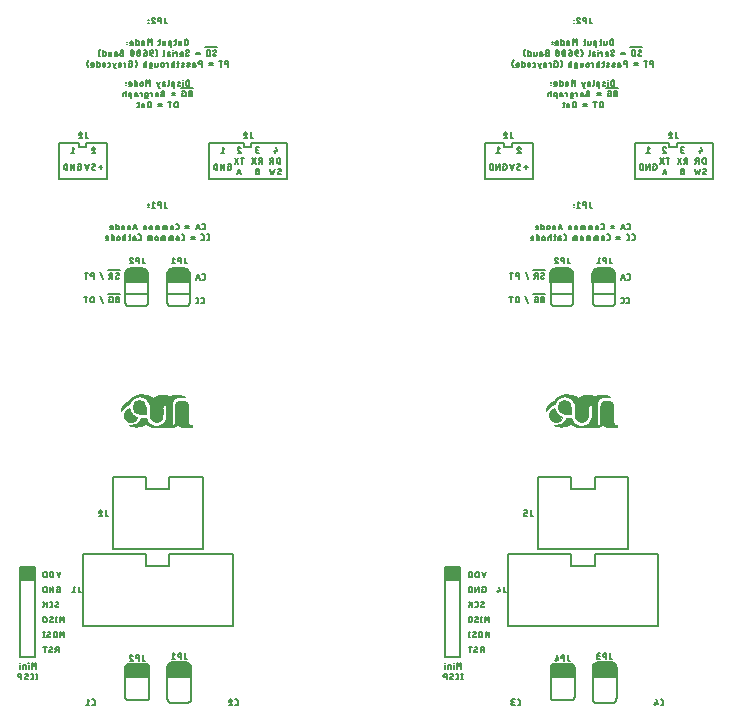
<source format=gbr>
G04 EAGLE Gerber RS-274X export*
G75*
%MOMM*%
%FSLAX34Y34*%
%LPD*%
%INSilkscreen Bottom*%
%IPPOS*%
%AMOC8*
5,1,8,0,0,1.08239X$1,22.5*%
G01*
%ADD10C,0.127000*%
%ADD11C,0.200000*%
%ADD12C,0.203200*%
%ADD13C,0.152400*%
%ADD14R,1.270000X1.270000*%
%ADD15C,0.063500*%

G36*
X236130Y310891D02*
X236130Y310891D01*
X236152Y310888D01*
X237942Y311186D01*
X239432Y311335D01*
X239483Y311354D01*
X239536Y311364D01*
X239556Y311380D01*
X239580Y311389D01*
X239616Y311430D01*
X239657Y311465D01*
X239664Y311486D01*
X239683Y311508D01*
X239708Y311622D01*
X239717Y311650D01*
X239717Y312850D01*
X239699Y312918D01*
X239686Y312986D01*
X239680Y312994D01*
X239677Y313003D01*
X239629Y313054D01*
X239585Y313107D01*
X239576Y313110D01*
X239569Y313118D01*
X239419Y313166D01*
X239408Y313164D01*
X239400Y313167D01*
X238968Y313167D01*
X238287Y313244D01*
X237656Y313464D01*
X237091Y313819D01*
X236619Y314291D01*
X236264Y314856D01*
X236044Y315487D01*
X235967Y316168D01*
X235967Y329800D01*
X235962Y329820D01*
X235965Y329835D01*
X235871Y330670D01*
X235856Y330709D01*
X235855Y330739D01*
X235578Y331532D01*
X235554Y331567D01*
X235547Y331596D01*
X235100Y332307D01*
X235069Y332336D01*
X235056Y332362D01*
X234462Y332956D01*
X234429Y332975D01*
X234411Y332996D01*
X234409Y332997D01*
X234407Y333000D01*
X233696Y333447D01*
X233655Y333460D01*
X233632Y333478D01*
X232839Y333755D01*
X232797Y333759D01*
X232770Y333771D01*
X231935Y333865D01*
X231915Y333862D01*
X231900Y333867D01*
X229200Y333867D01*
X229180Y333862D01*
X229165Y333865D01*
X228297Y333767D01*
X228257Y333752D01*
X228228Y333751D01*
X227403Y333463D01*
X227368Y333439D01*
X227339Y333432D01*
X226600Y332967D01*
X226571Y332937D01*
X226544Y332923D01*
X225927Y332306D01*
X225911Y332278D01*
X225907Y332275D01*
X225905Y332269D01*
X225883Y332250D01*
X225418Y331511D01*
X225405Y331471D01*
X225387Y331447D01*
X225099Y330622D01*
X225095Y330580D01*
X225083Y330553D01*
X224985Y329685D01*
X224988Y329665D01*
X224983Y329650D01*
X224983Y315868D01*
X224907Y315187D01*
X224686Y314556D01*
X224674Y314537D01*
X224673Y314537D01*
X224331Y313991D01*
X223859Y313519D01*
X223294Y313164D01*
X222663Y312944D01*
X222317Y312904D01*
X222317Y331135D01*
X222425Y332229D01*
X222739Y333267D01*
X223251Y334223D01*
X223939Y335062D01*
X224777Y335749D01*
X225733Y336261D01*
X226771Y336575D01*
X227866Y336683D01*
X233250Y336683D01*
X233261Y336686D01*
X233273Y336684D01*
X233337Y336706D01*
X233403Y336723D01*
X233411Y336731D01*
X233422Y336734D01*
X233468Y336784D01*
X233518Y336831D01*
X233521Y336842D01*
X233529Y336851D01*
X233545Y336916D01*
X233566Y336981D01*
X233564Y336993D01*
X233567Y337004D01*
X233549Y337069D01*
X233536Y337136D01*
X233529Y337145D01*
X233525Y337156D01*
X233498Y337182D01*
X233435Y337257D01*
X233405Y337267D01*
X233383Y337288D01*
X231433Y338188D01*
X231403Y338193D01*
X231383Y338206D01*
X229733Y338656D01*
X229715Y338656D01*
X229702Y338662D01*
X227902Y338962D01*
X227872Y338960D01*
X227850Y338967D01*
X225750Y338967D01*
X225726Y338961D01*
X225708Y338964D01*
X223458Y338664D01*
X223426Y338651D01*
X223400Y338651D01*
X220800Y337784D01*
X219550Y338201D01*
X219540Y338201D01*
X219533Y338206D01*
X217883Y338656D01*
X217849Y338656D01*
X217826Y338666D01*
X216026Y338816D01*
X214379Y338965D01*
X214345Y338960D01*
X214321Y338965D01*
X212671Y338815D01*
X212656Y338810D01*
X212643Y338812D01*
X210993Y338512D01*
X210974Y338503D01*
X210957Y338503D01*
X209007Y337903D01*
X208988Y337891D01*
X208971Y337889D01*
X207621Y337289D01*
X207610Y337280D01*
X207598Y337278D01*
X206116Y336470D01*
X205376Y336964D01*
X205354Y336971D01*
X205342Y336983D01*
X203842Y337733D01*
X203829Y337736D01*
X203822Y337742D01*
X202022Y338492D01*
X201985Y338498D01*
X201962Y338511D01*
X199712Y338961D01*
X199690Y338959D01*
X199674Y338966D01*
X197724Y339116D01*
X197711Y339113D01*
X197700Y339117D01*
X195450Y339117D01*
X195405Y339105D01*
X195373Y339107D01*
X192373Y338357D01*
X192344Y338342D01*
X192320Y338339D01*
X189320Y336989D01*
X189285Y336961D01*
X189256Y336950D01*
X186556Y334850D01*
X186542Y334832D01*
X186526Y334824D01*
X185358Y333656D01*
X183748Y332778D01*
X183725Y332756D01*
X183702Y332747D01*
X182202Y331547D01*
X182183Y331522D01*
X182163Y331510D01*
X180963Y330160D01*
X180958Y330150D01*
X180950Y330144D01*
X179900Y328794D01*
X179878Y328745D01*
X179856Y328718D01*
X179256Y327218D01*
X179252Y327187D01*
X179240Y327166D01*
X178790Y325066D01*
X178791Y325043D01*
X178784Y325020D01*
X178794Y324965D01*
X178797Y324909D01*
X178809Y324888D01*
X178814Y324865D01*
X178849Y324822D01*
X178879Y324774D01*
X178899Y324762D01*
X178914Y324743D01*
X178967Y324723D01*
X179015Y324695D01*
X179039Y324694D01*
X179061Y324686D01*
X179117Y324693D01*
X179173Y324692D01*
X179194Y324703D01*
X179218Y324706D01*
X179249Y324732D01*
X179313Y324766D01*
X179334Y324803D01*
X179367Y324830D01*
X179657Y325285D01*
X180417Y326480D01*
X180418Y326481D01*
X180419Y326482D01*
X180462Y326552D01*
X180660Y326868D01*
X180660Y326869D01*
X180858Y327185D01*
X181056Y327502D01*
X181144Y327642D01*
X182303Y328657D01*
X183762Y329824D01*
X186271Y330857D01*
X186295Y330875D01*
X186305Y330878D01*
X186309Y330882D01*
X186331Y330890D01*
X186353Y330919D01*
X186397Y330952D01*
X186407Y330975D01*
X186420Y330986D01*
X186431Y331021D01*
X186449Y331045D01*
X187325Y333527D01*
X189196Y335398D01*
X190640Y336265D01*
X193259Y337283D01*
X195858Y337283D01*
X197442Y336851D01*
X199046Y336122D01*
X200340Y335259D01*
X201499Y333956D01*
X202070Y333098D01*
X202509Y332075D01*
X202510Y332073D01*
X202511Y332071D01*
X203095Y330756D01*
X203384Y329168D01*
X203533Y320794D01*
X203539Y320776D01*
X203536Y320761D01*
X203686Y319561D01*
X203711Y319498D01*
X203717Y319458D01*
X204317Y318258D01*
X204420Y318139D01*
X204423Y318138D01*
X204424Y318136D01*
X205758Y317247D01*
X206794Y316360D01*
X206882Y316316D01*
X206913Y316295D01*
X207963Y315995D01*
X208016Y315994D01*
X208050Y315983D01*
X209850Y315983D01*
X209927Y316003D01*
X209968Y316006D01*
X211468Y316606D01*
X211486Y316619D01*
X211505Y316624D01*
X211522Y316640D01*
X211540Y316647D01*
X212740Y317547D01*
X212774Y317589D01*
X212803Y317610D01*
X213703Y318810D01*
X213725Y318863D01*
X213748Y318892D01*
X214348Y320542D01*
X214354Y320607D01*
X214367Y320643D01*
X214517Y327843D01*
X214516Y327847D01*
X214517Y327850D01*
X214517Y328535D01*
X214910Y329452D01*
X215594Y329999D01*
X216106Y330383D01*
X217483Y330383D01*
X217483Y319766D01*
X217342Y318349D01*
X216178Y316312D01*
X216058Y316120D01*
X215860Y315804D01*
X215662Y315487D01*
X215464Y315170D01*
X215446Y315141D01*
X214161Y313714D01*
X212146Y312850D01*
X209977Y312272D01*
X207510Y312562D01*
X205920Y312996D01*
X204611Y313723D01*
X203448Y314449D01*
X202434Y315464D01*
X201711Y316331D01*
X201144Y317324D01*
X200859Y318320D01*
X200712Y319202D01*
X200694Y319243D01*
X200686Y319286D01*
X200663Y319314D01*
X200648Y319346D01*
X200613Y319373D01*
X200585Y319407D01*
X200556Y319417D01*
X200523Y319442D01*
X200438Y319454D01*
X200400Y319467D01*
X196350Y319467D01*
X196276Y319448D01*
X196202Y319430D01*
X196200Y319428D01*
X196197Y319427D01*
X196082Y319319D01*
X196077Y319302D01*
X196067Y319292D01*
X195470Y318097D01*
X194751Y316804D01*
X193752Y315947D01*
X192571Y315061D01*
X191401Y314330D01*
X190096Y313751D01*
X188361Y313317D01*
X186000Y313317D01*
X185965Y313308D01*
X185929Y313309D01*
X185890Y313288D01*
X185847Y313277D01*
X185821Y313253D01*
X185789Y313236D01*
X185764Y313199D01*
X185732Y313169D01*
X185721Y313135D01*
X185701Y313105D01*
X185697Y313061D01*
X185684Y313019D01*
X185691Y312983D01*
X185688Y312948D01*
X185706Y312907D01*
X185714Y312864D01*
X185737Y312836D01*
X185752Y312803D01*
X185781Y312784D01*
X185815Y312743D01*
X185868Y312726D01*
X185913Y312695D01*
X188013Y312095D01*
X188036Y312095D01*
X188052Y312087D01*
X190002Y311787D01*
X190017Y311788D01*
X190027Y311784D01*
X192127Y311634D01*
X192167Y311641D01*
X192195Y311636D01*
X194295Y311936D01*
X194318Y311946D01*
X194337Y311945D01*
X196437Y312545D01*
X196444Y312549D01*
X196450Y312550D01*
X198700Y313300D01*
X198728Y313317D01*
X198752Y313322D01*
X200213Y314119D01*
X200947Y313507D01*
X200970Y313496D01*
X200982Y313481D01*
X202182Y312731D01*
X202199Y312726D01*
X202208Y312717D01*
X203408Y312117D01*
X203427Y312113D01*
X203439Y312103D01*
X204639Y311653D01*
X204712Y311646D01*
X204750Y311633D01*
X222600Y311633D01*
X222618Y311638D01*
X222632Y311635D01*
X224132Y311785D01*
X224182Y311803D01*
X224218Y311806D01*
X225718Y312406D01*
X225738Y312421D01*
X225757Y312425D01*
X226684Y312955D01*
X227878Y312557D01*
X229358Y311817D01*
X229399Y311808D01*
X229423Y311793D01*
X231223Y311343D01*
X231252Y311343D01*
X231271Y311335D01*
X232904Y311186D01*
X234388Y310889D01*
X234425Y310891D01*
X234450Y310883D01*
X236100Y310883D01*
X236130Y310891D01*
G37*
G36*
X596130Y310891D02*
X596130Y310891D01*
X596152Y310888D01*
X597942Y311186D01*
X599432Y311335D01*
X599483Y311354D01*
X599536Y311364D01*
X599556Y311380D01*
X599580Y311389D01*
X599616Y311430D01*
X599657Y311465D01*
X599664Y311486D01*
X599683Y311508D01*
X599708Y311622D01*
X599717Y311650D01*
X599717Y312850D01*
X599699Y312918D01*
X599686Y312986D01*
X599680Y312994D01*
X599677Y313003D01*
X599629Y313054D01*
X599585Y313107D01*
X599576Y313110D01*
X599569Y313118D01*
X599419Y313166D01*
X599408Y313164D01*
X599400Y313167D01*
X598968Y313167D01*
X598287Y313244D01*
X597656Y313464D01*
X597091Y313819D01*
X596619Y314291D01*
X596264Y314856D01*
X596044Y315487D01*
X595967Y316168D01*
X595967Y329800D01*
X595962Y329820D01*
X595965Y329835D01*
X595871Y330670D01*
X595856Y330709D01*
X595855Y330739D01*
X595578Y331532D01*
X595554Y331567D01*
X595547Y331596D01*
X595100Y332307D01*
X595069Y332336D01*
X595056Y332362D01*
X594462Y332956D01*
X594429Y332975D01*
X594411Y332996D01*
X594409Y332997D01*
X594407Y333000D01*
X593696Y333447D01*
X593655Y333460D01*
X593632Y333478D01*
X592839Y333755D01*
X592797Y333759D01*
X592770Y333771D01*
X591935Y333865D01*
X591915Y333862D01*
X591900Y333867D01*
X589200Y333867D01*
X589180Y333862D01*
X589165Y333865D01*
X588297Y333767D01*
X588257Y333752D01*
X588228Y333751D01*
X587403Y333463D01*
X587368Y333439D01*
X587339Y333432D01*
X586600Y332967D01*
X586571Y332937D01*
X586544Y332923D01*
X585927Y332306D01*
X585911Y332278D01*
X585907Y332275D01*
X585905Y332269D01*
X585883Y332250D01*
X585418Y331511D01*
X585405Y331471D01*
X585387Y331447D01*
X585099Y330622D01*
X585095Y330580D01*
X585083Y330553D01*
X584985Y329685D01*
X584988Y329665D01*
X584983Y329650D01*
X584983Y315868D01*
X584907Y315187D01*
X584686Y314556D01*
X584674Y314537D01*
X584673Y314537D01*
X584331Y313991D01*
X583859Y313519D01*
X583294Y313164D01*
X582663Y312944D01*
X582317Y312904D01*
X582317Y331135D01*
X582425Y332229D01*
X582739Y333267D01*
X583251Y334223D01*
X583939Y335062D01*
X584777Y335749D01*
X585733Y336261D01*
X586771Y336575D01*
X587866Y336683D01*
X593250Y336683D01*
X593261Y336686D01*
X593273Y336684D01*
X593337Y336706D01*
X593403Y336723D01*
X593411Y336731D01*
X593422Y336734D01*
X593468Y336784D01*
X593518Y336831D01*
X593521Y336842D01*
X593529Y336851D01*
X593545Y336916D01*
X593566Y336981D01*
X593564Y336993D01*
X593567Y337004D01*
X593549Y337069D01*
X593536Y337136D01*
X593529Y337145D01*
X593525Y337156D01*
X593498Y337182D01*
X593435Y337257D01*
X593405Y337267D01*
X593383Y337288D01*
X591433Y338188D01*
X591403Y338193D01*
X591383Y338206D01*
X589733Y338656D01*
X589715Y338656D01*
X589702Y338662D01*
X587902Y338962D01*
X587872Y338960D01*
X587850Y338967D01*
X585750Y338967D01*
X585726Y338961D01*
X585708Y338964D01*
X583458Y338664D01*
X583426Y338651D01*
X583400Y338651D01*
X580800Y337784D01*
X579550Y338201D01*
X579540Y338201D01*
X579533Y338206D01*
X577883Y338656D01*
X577849Y338656D01*
X577826Y338666D01*
X576026Y338816D01*
X574379Y338965D01*
X574345Y338960D01*
X574321Y338965D01*
X572671Y338815D01*
X572656Y338810D01*
X572643Y338812D01*
X570993Y338512D01*
X570974Y338503D01*
X570957Y338503D01*
X569007Y337903D01*
X568988Y337891D01*
X568971Y337889D01*
X567621Y337289D01*
X567610Y337280D01*
X567598Y337278D01*
X566116Y336470D01*
X565376Y336964D01*
X565354Y336971D01*
X565342Y336983D01*
X563842Y337733D01*
X563829Y337736D01*
X563822Y337742D01*
X562022Y338492D01*
X561985Y338498D01*
X561962Y338511D01*
X559712Y338961D01*
X559690Y338959D01*
X559674Y338966D01*
X557724Y339116D01*
X557711Y339113D01*
X557700Y339117D01*
X555450Y339117D01*
X555405Y339105D01*
X555373Y339107D01*
X552373Y338357D01*
X552344Y338342D01*
X552320Y338339D01*
X549320Y336989D01*
X549285Y336961D01*
X549256Y336950D01*
X546556Y334850D01*
X546542Y334832D01*
X546526Y334824D01*
X545358Y333656D01*
X543748Y332778D01*
X543725Y332756D01*
X543702Y332747D01*
X542202Y331547D01*
X542183Y331522D01*
X542163Y331510D01*
X540963Y330160D01*
X540958Y330150D01*
X540950Y330144D01*
X539900Y328794D01*
X539878Y328745D01*
X539856Y328718D01*
X539256Y327218D01*
X539252Y327187D01*
X539240Y327166D01*
X538790Y325066D01*
X538791Y325043D01*
X538784Y325020D01*
X538794Y324965D01*
X538797Y324909D01*
X538809Y324888D01*
X538814Y324865D01*
X538849Y324822D01*
X538879Y324774D01*
X538899Y324762D01*
X538914Y324743D01*
X538967Y324723D01*
X539015Y324695D01*
X539039Y324694D01*
X539061Y324686D01*
X539117Y324693D01*
X539173Y324692D01*
X539194Y324703D01*
X539218Y324706D01*
X539249Y324732D01*
X539313Y324766D01*
X539334Y324803D01*
X539367Y324830D01*
X539657Y325285D01*
X540417Y326480D01*
X540418Y326481D01*
X540419Y326482D01*
X540462Y326552D01*
X540660Y326868D01*
X540660Y326869D01*
X540858Y327185D01*
X541056Y327502D01*
X541144Y327642D01*
X542303Y328657D01*
X543762Y329824D01*
X546271Y330857D01*
X546295Y330875D01*
X546305Y330878D01*
X546309Y330882D01*
X546331Y330890D01*
X546353Y330919D01*
X546397Y330952D01*
X546407Y330975D01*
X546420Y330986D01*
X546431Y331021D01*
X546449Y331045D01*
X547325Y333527D01*
X549196Y335398D01*
X550640Y336265D01*
X553259Y337283D01*
X555858Y337283D01*
X557442Y336851D01*
X559046Y336122D01*
X560340Y335259D01*
X561499Y333956D01*
X562070Y333098D01*
X562509Y332075D01*
X562510Y332073D01*
X562511Y332071D01*
X563095Y330756D01*
X563384Y329168D01*
X563533Y320794D01*
X563539Y320776D01*
X563536Y320761D01*
X563686Y319561D01*
X563711Y319498D01*
X563717Y319458D01*
X564317Y318258D01*
X564420Y318139D01*
X564423Y318138D01*
X564424Y318136D01*
X565758Y317247D01*
X566794Y316360D01*
X566882Y316316D01*
X566913Y316295D01*
X567963Y315995D01*
X568016Y315994D01*
X568050Y315983D01*
X569850Y315983D01*
X569927Y316003D01*
X569968Y316006D01*
X571468Y316606D01*
X571486Y316619D01*
X571505Y316624D01*
X571522Y316640D01*
X571540Y316647D01*
X572740Y317547D01*
X572774Y317589D01*
X572803Y317610D01*
X573703Y318810D01*
X573725Y318863D01*
X573748Y318892D01*
X574348Y320542D01*
X574354Y320607D01*
X574367Y320643D01*
X574517Y327843D01*
X574516Y327847D01*
X574517Y327850D01*
X574517Y328535D01*
X574910Y329452D01*
X575594Y329999D01*
X576106Y330383D01*
X577483Y330383D01*
X577483Y319766D01*
X577342Y318349D01*
X576178Y316312D01*
X576058Y316120D01*
X575860Y315804D01*
X575662Y315487D01*
X575464Y315170D01*
X575446Y315141D01*
X574161Y313714D01*
X572146Y312850D01*
X569977Y312272D01*
X567510Y312562D01*
X565920Y312996D01*
X564611Y313723D01*
X563448Y314449D01*
X562434Y315464D01*
X561711Y316331D01*
X561144Y317324D01*
X560859Y318320D01*
X560712Y319202D01*
X560694Y319243D01*
X560686Y319286D01*
X560663Y319314D01*
X560648Y319346D01*
X560613Y319373D01*
X560585Y319407D01*
X560556Y319417D01*
X560523Y319442D01*
X560438Y319454D01*
X560400Y319467D01*
X556350Y319467D01*
X556276Y319448D01*
X556202Y319430D01*
X556200Y319428D01*
X556197Y319427D01*
X556082Y319319D01*
X556077Y319302D01*
X556067Y319292D01*
X555470Y318097D01*
X554751Y316804D01*
X553752Y315947D01*
X552571Y315061D01*
X551401Y314330D01*
X550096Y313751D01*
X548361Y313317D01*
X546000Y313317D01*
X545965Y313308D01*
X545929Y313309D01*
X545890Y313288D01*
X545847Y313277D01*
X545821Y313253D01*
X545789Y313236D01*
X545764Y313199D01*
X545732Y313169D01*
X545721Y313135D01*
X545701Y313105D01*
X545697Y313061D01*
X545684Y313019D01*
X545691Y312983D01*
X545688Y312948D01*
X545706Y312907D01*
X545714Y312864D01*
X545737Y312836D01*
X545752Y312803D01*
X545781Y312784D01*
X545815Y312743D01*
X545868Y312726D01*
X545913Y312695D01*
X548013Y312095D01*
X548036Y312095D01*
X548052Y312087D01*
X550002Y311787D01*
X550017Y311788D01*
X550027Y311784D01*
X552127Y311634D01*
X552167Y311641D01*
X552195Y311636D01*
X554295Y311936D01*
X554318Y311946D01*
X554337Y311945D01*
X556437Y312545D01*
X556444Y312549D01*
X556450Y312550D01*
X558700Y313300D01*
X558728Y313317D01*
X558752Y313322D01*
X560213Y314119D01*
X560947Y313507D01*
X560970Y313496D01*
X560982Y313481D01*
X562182Y312731D01*
X562199Y312726D01*
X562208Y312717D01*
X563408Y312117D01*
X563427Y312113D01*
X563439Y312103D01*
X564639Y311653D01*
X564712Y311646D01*
X564750Y311633D01*
X582600Y311633D01*
X582618Y311638D01*
X582632Y311635D01*
X584132Y311785D01*
X584182Y311803D01*
X584218Y311806D01*
X585718Y312406D01*
X585738Y312421D01*
X585757Y312425D01*
X586684Y312955D01*
X587878Y312557D01*
X589358Y311817D01*
X589399Y311808D01*
X589423Y311793D01*
X591223Y311343D01*
X591252Y311343D01*
X591271Y311335D01*
X592904Y311186D01*
X594388Y310889D01*
X594425Y310891D01*
X594450Y310883D01*
X596100Y310883D01*
X596130Y310891D01*
G37*
G36*
X561834Y433190D02*
X561834Y433190D01*
X561898Y433189D01*
X561973Y433210D01*
X562049Y433221D01*
X562108Y433247D01*
X562170Y433264D01*
X562236Y433305D01*
X562306Y433337D01*
X562355Y433379D01*
X562410Y433412D01*
X562462Y433470D01*
X562520Y433520D01*
X562556Y433574D01*
X562599Y433622D01*
X562632Y433691D01*
X562675Y433756D01*
X562694Y433818D01*
X562722Y433875D01*
X562733Y433945D01*
X562757Y434026D01*
X562758Y434111D01*
X562769Y434180D01*
X562769Y441800D01*
X562761Y441860D01*
X562763Y441912D01*
X562667Y442760D01*
X562634Y442888D01*
X562618Y442978D01*
X562336Y443783D01*
X562275Y443901D01*
X562239Y443985D01*
X561785Y444707D01*
X561742Y444758D01*
X561708Y444812D01*
X561673Y444844D01*
X561645Y444882D01*
X561042Y445485D01*
X560936Y445565D01*
X560867Y445625D01*
X560145Y446079D01*
X560024Y446133D01*
X559943Y446176D01*
X559138Y446458D01*
X559008Y446483D01*
X558920Y446507D01*
X558072Y446603D01*
X558012Y446601D01*
X557960Y446609D01*
X546530Y446609D01*
X546470Y446601D01*
X546418Y446603D01*
X545570Y446507D01*
X545442Y446474D01*
X545352Y446458D01*
X544547Y446176D01*
X544429Y446115D01*
X544345Y446079D01*
X543623Y445625D01*
X543522Y445539D01*
X543448Y445485D01*
X542845Y444882D01*
X542822Y444852D01*
X542799Y444832D01*
X542753Y444762D01*
X542705Y444707D01*
X542251Y443985D01*
X542197Y443864D01*
X542154Y443783D01*
X541872Y442978D01*
X541847Y442848D01*
X541823Y442760D01*
X541727Y441912D01*
X541729Y441852D01*
X541721Y441800D01*
X541721Y434180D01*
X541730Y434116D01*
X541729Y434052D01*
X541750Y433977D01*
X541761Y433901D01*
X541787Y433842D01*
X541804Y433780D01*
X541845Y433714D01*
X541877Y433644D01*
X541919Y433595D01*
X541952Y433540D01*
X542010Y433488D01*
X542060Y433430D01*
X542114Y433394D01*
X542162Y433351D01*
X542231Y433318D01*
X542296Y433275D01*
X542358Y433256D01*
X542415Y433228D01*
X542485Y433217D01*
X542566Y433193D01*
X542651Y433192D01*
X542720Y433181D01*
X561770Y433181D01*
X561834Y433190D01*
G37*
G36*
X201834Y433190D02*
X201834Y433190D01*
X201898Y433189D01*
X201973Y433210D01*
X202049Y433221D01*
X202108Y433247D01*
X202170Y433264D01*
X202236Y433305D01*
X202306Y433337D01*
X202355Y433379D01*
X202410Y433412D01*
X202462Y433470D01*
X202520Y433520D01*
X202556Y433574D01*
X202599Y433622D01*
X202632Y433691D01*
X202675Y433756D01*
X202694Y433818D01*
X202722Y433875D01*
X202733Y433945D01*
X202757Y434026D01*
X202758Y434111D01*
X202769Y434180D01*
X202769Y441800D01*
X202761Y441860D01*
X202763Y441912D01*
X202667Y442760D01*
X202634Y442888D01*
X202618Y442978D01*
X202336Y443783D01*
X202275Y443901D01*
X202239Y443985D01*
X201785Y444707D01*
X201742Y444758D01*
X201708Y444812D01*
X201673Y444844D01*
X201645Y444882D01*
X201042Y445485D01*
X200936Y445565D01*
X200867Y445625D01*
X200145Y446079D01*
X200024Y446133D01*
X199943Y446176D01*
X199138Y446458D01*
X199008Y446483D01*
X198920Y446507D01*
X198072Y446603D01*
X198012Y446601D01*
X197960Y446609D01*
X186530Y446609D01*
X186470Y446601D01*
X186418Y446603D01*
X185570Y446507D01*
X185442Y446474D01*
X185352Y446458D01*
X184547Y446176D01*
X184429Y446115D01*
X184345Y446079D01*
X183623Y445625D01*
X183522Y445539D01*
X183448Y445485D01*
X182845Y444882D01*
X182822Y444852D01*
X182799Y444832D01*
X182753Y444762D01*
X182705Y444707D01*
X182251Y443985D01*
X182197Y443864D01*
X182154Y443783D01*
X181872Y442978D01*
X181847Y442848D01*
X181823Y442760D01*
X181727Y441912D01*
X181729Y441852D01*
X181721Y441800D01*
X181721Y434180D01*
X181730Y434116D01*
X181729Y434052D01*
X181750Y433977D01*
X181761Y433901D01*
X181787Y433842D01*
X181804Y433780D01*
X181845Y433714D01*
X181877Y433644D01*
X181919Y433595D01*
X181952Y433540D01*
X182010Y433488D01*
X182060Y433430D01*
X182114Y433394D01*
X182162Y433351D01*
X182231Y433318D01*
X182296Y433275D01*
X182358Y433256D01*
X182415Y433228D01*
X182485Y433217D01*
X182566Y433193D01*
X182651Y433192D01*
X182720Y433181D01*
X201770Y433181D01*
X201834Y433190D01*
G37*
G36*
X237394Y433190D02*
X237394Y433190D01*
X237458Y433189D01*
X237533Y433210D01*
X237609Y433221D01*
X237668Y433247D01*
X237730Y433264D01*
X237796Y433305D01*
X237866Y433337D01*
X237915Y433379D01*
X237970Y433412D01*
X238022Y433470D01*
X238080Y433520D01*
X238116Y433574D01*
X238159Y433622D01*
X238192Y433691D01*
X238235Y433756D01*
X238254Y433818D01*
X238282Y433875D01*
X238293Y433945D01*
X238317Y434026D01*
X238318Y434111D01*
X238329Y434180D01*
X238329Y440515D01*
X238359Y441505D01*
X238344Y441637D01*
X238340Y441728D01*
X238146Y442715D01*
X238102Y442840D01*
X238078Y442928D01*
X237669Y443847D01*
X237599Y443959D01*
X237556Y444040D01*
X236952Y444844D01*
X236859Y444938D01*
X236799Y445007D01*
X236032Y445657D01*
X235919Y445727D01*
X235846Y445781D01*
X234953Y446244D01*
X234828Y446288D01*
X234744Y446324D01*
X233771Y446577D01*
X233606Y446596D01*
X233520Y446609D01*
X222090Y446609D01*
X221925Y446586D01*
X221839Y446577D01*
X220866Y446324D01*
X220743Y446273D01*
X220657Y446244D01*
X219764Y445781D01*
X219656Y445704D01*
X219578Y445657D01*
X218811Y445007D01*
X218723Y444908D01*
X218658Y444844D01*
X218054Y444040D01*
X217991Y443923D01*
X217941Y443847D01*
X217532Y442928D01*
X217496Y442801D01*
X217464Y442715D01*
X217270Y441728D01*
X217263Y441596D01*
X217251Y441505D01*
X217281Y440515D01*
X217281Y434180D01*
X217290Y434116D01*
X217289Y434052D01*
X217310Y433977D01*
X217321Y433901D01*
X217347Y433842D01*
X217364Y433780D01*
X217405Y433714D01*
X217437Y433644D01*
X217479Y433595D01*
X217512Y433540D01*
X217570Y433488D01*
X217620Y433430D01*
X217674Y433394D01*
X217722Y433351D01*
X217791Y433318D01*
X217856Y433275D01*
X217918Y433256D01*
X217975Y433228D01*
X218045Y433217D01*
X218126Y433193D01*
X218211Y433192D01*
X218280Y433181D01*
X237330Y433181D01*
X237394Y433190D01*
G37*
G36*
X597394Y433190D02*
X597394Y433190D01*
X597458Y433189D01*
X597533Y433210D01*
X597609Y433221D01*
X597668Y433247D01*
X597730Y433264D01*
X597796Y433305D01*
X597866Y433337D01*
X597915Y433379D01*
X597970Y433412D01*
X598022Y433470D01*
X598080Y433520D01*
X598116Y433574D01*
X598159Y433622D01*
X598192Y433691D01*
X598235Y433756D01*
X598254Y433818D01*
X598282Y433875D01*
X598293Y433945D01*
X598317Y434026D01*
X598318Y434111D01*
X598329Y434180D01*
X598329Y440515D01*
X598359Y441505D01*
X598344Y441637D01*
X598340Y441728D01*
X598146Y442715D01*
X598102Y442840D01*
X598078Y442928D01*
X597669Y443847D01*
X597599Y443959D01*
X597556Y444040D01*
X596952Y444844D01*
X596859Y444938D01*
X596799Y445007D01*
X596032Y445657D01*
X595919Y445727D01*
X595846Y445781D01*
X594953Y446244D01*
X594828Y446288D01*
X594744Y446324D01*
X593771Y446577D01*
X593606Y446596D01*
X593520Y446609D01*
X582090Y446609D01*
X581925Y446586D01*
X581839Y446577D01*
X580866Y446324D01*
X580743Y446273D01*
X580657Y446244D01*
X579764Y445781D01*
X579656Y445704D01*
X579578Y445657D01*
X578811Y445007D01*
X578723Y444908D01*
X578658Y444844D01*
X578054Y444040D01*
X577991Y443923D01*
X577941Y443847D01*
X577532Y442928D01*
X577496Y442801D01*
X577464Y442715D01*
X577270Y441728D01*
X577263Y441596D01*
X577251Y441505D01*
X577281Y440515D01*
X577281Y434180D01*
X577290Y434116D01*
X577289Y434052D01*
X577310Y433977D01*
X577321Y433901D01*
X577347Y433842D01*
X577364Y433780D01*
X577405Y433714D01*
X577437Y433644D01*
X577479Y433595D01*
X577512Y433540D01*
X577570Y433488D01*
X577620Y433430D01*
X577674Y433394D01*
X577722Y433351D01*
X577791Y433318D01*
X577856Y433275D01*
X577918Y433256D01*
X577975Y433228D01*
X578045Y433217D01*
X578126Y433193D01*
X578211Y433192D01*
X578280Y433181D01*
X597330Y433181D01*
X597394Y433190D01*
G37*
G36*
X598154Y98930D02*
X598154Y98930D01*
X598218Y98929D01*
X598293Y98950D01*
X598369Y98961D01*
X598428Y98987D01*
X598490Y99004D01*
X598556Y99045D01*
X598626Y99077D01*
X598675Y99119D01*
X598730Y99152D01*
X598782Y99210D01*
X598840Y99260D01*
X598876Y99314D01*
X598919Y99362D01*
X598952Y99431D01*
X598995Y99496D01*
X599014Y99558D01*
X599042Y99615D01*
X599053Y99685D01*
X599077Y99766D01*
X599078Y99851D01*
X599089Y99920D01*
X599089Y107420D01*
X599081Y107480D01*
X599083Y107532D01*
X598989Y108366D01*
X598956Y108495D01*
X598939Y108585D01*
X598662Y109377D01*
X598601Y109495D01*
X598565Y109579D01*
X598118Y110290D01*
X598032Y110391D01*
X597978Y110465D01*
X597385Y111058D01*
X597279Y111138D01*
X597210Y111198D01*
X596499Y111645D01*
X596378Y111699D01*
X596297Y111742D01*
X595505Y112019D01*
X595374Y112045D01*
X595286Y112069D01*
X594452Y112163D01*
X594392Y112161D01*
X594340Y112169D01*
X583090Y112169D01*
X583030Y112161D01*
X582978Y112163D01*
X582144Y112069D01*
X582015Y112036D01*
X581926Y112019D01*
X581133Y111742D01*
X581015Y111681D01*
X580931Y111645D01*
X580220Y111198D01*
X580119Y111112D01*
X580045Y111058D01*
X579452Y110465D01*
X579372Y110359D01*
X579312Y110290D01*
X578865Y109579D01*
X578811Y109458D01*
X578768Y109377D01*
X578491Y108585D01*
X578465Y108454D01*
X578441Y108366D01*
X578347Y107532D01*
X578349Y107472D01*
X578341Y107420D01*
X578341Y99920D01*
X578350Y99856D01*
X578349Y99792D01*
X578370Y99717D01*
X578381Y99641D01*
X578407Y99582D01*
X578424Y99520D01*
X578465Y99454D01*
X578497Y99384D01*
X578539Y99335D01*
X578572Y99280D01*
X578630Y99228D01*
X578680Y99170D01*
X578734Y99134D01*
X578782Y99091D01*
X578851Y99058D01*
X578916Y99015D01*
X578978Y98996D01*
X579035Y98968D01*
X579105Y98957D01*
X579186Y98933D01*
X579271Y98932D01*
X579340Y98921D01*
X598090Y98921D01*
X598154Y98930D01*
G37*
G36*
X238154Y98930D02*
X238154Y98930D01*
X238218Y98929D01*
X238293Y98950D01*
X238369Y98961D01*
X238428Y98987D01*
X238490Y99004D01*
X238556Y99045D01*
X238626Y99077D01*
X238675Y99119D01*
X238730Y99152D01*
X238782Y99210D01*
X238840Y99260D01*
X238876Y99314D01*
X238919Y99362D01*
X238952Y99431D01*
X238995Y99496D01*
X239014Y99558D01*
X239042Y99615D01*
X239053Y99685D01*
X239077Y99766D01*
X239078Y99851D01*
X239089Y99920D01*
X239089Y107420D01*
X239081Y107480D01*
X239083Y107532D01*
X238989Y108366D01*
X238956Y108495D01*
X238939Y108585D01*
X238662Y109377D01*
X238601Y109495D01*
X238565Y109579D01*
X238118Y110290D01*
X238032Y110391D01*
X237978Y110465D01*
X237385Y111058D01*
X237279Y111138D01*
X237210Y111198D01*
X236499Y111645D01*
X236378Y111699D01*
X236297Y111742D01*
X235505Y112019D01*
X235374Y112045D01*
X235286Y112069D01*
X234452Y112163D01*
X234392Y112161D01*
X234340Y112169D01*
X223090Y112169D01*
X223030Y112161D01*
X222978Y112163D01*
X222144Y112069D01*
X222015Y112036D01*
X221926Y112019D01*
X221133Y111742D01*
X221015Y111681D01*
X220931Y111645D01*
X220220Y111198D01*
X220119Y111112D01*
X220045Y111058D01*
X219452Y110465D01*
X219372Y110359D01*
X219312Y110290D01*
X218865Y109579D01*
X218811Y109458D01*
X218768Y109377D01*
X218491Y108585D01*
X218465Y108454D01*
X218441Y108366D01*
X218347Y107532D01*
X218349Y107472D01*
X218341Y107420D01*
X218341Y99920D01*
X218350Y99856D01*
X218349Y99792D01*
X218370Y99717D01*
X218381Y99641D01*
X218407Y99582D01*
X218424Y99520D01*
X218465Y99454D01*
X218497Y99384D01*
X218539Y99335D01*
X218572Y99280D01*
X218630Y99228D01*
X218680Y99170D01*
X218734Y99134D01*
X218782Y99091D01*
X218851Y99058D01*
X218916Y99015D01*
X218978Y98996D01*
X219035Y98968D01*
X219105Y98957D01*
X219186Y98933D01*
X219271Y98932D01*
X219340Y98921D01*
X238090Y98921D01*
X238154Y98930D01*
G37*
G36*
X202825Y98827D02*
X202825Y98827D01*
X202891Y98829D01*
X202934Y98847D01*
X202981Y98855D01*
X203038Y98889D01*
X203098Y98914D01*
X203133Y98945D01*
X203174Y98970D01*
X203216Y99021D01*
X203264Y99065D01*
X203286Y99107D01*
X203315Y99144D01*
X203336Y99206D01*
X203367Y99265D01*
X203375Y99319D01*
X203387Y99356D01*
X203386Y99396D01*
X203394Y99450D01*
X203394Y108200D01*
X203388Y108235D01*
X203389Y108283D01*
X203304Y108930D01*
X203290Y108973D01*
X203261Y109090D01*
X203011Y109693D01*
X202987Y109731D01*
X202928Y109836D01*
X202531Y110354D01*
X202498Y110384D01*
X202414Y110471D01*
X201896Y110868D01*
X201856Y110889D01*
X201753Y110951D01*
X201150Y111201D01*
X201106Y111210D01*
X200990Y111244D01*
X200343Y111329D01*
X200307Y111327D01*
X200260Y111334D01*
X185260Y111334D01*
X185225Y111328D01*
X185177Y111329D01*
X184530Y111244D01*
X184487Y111230D01*
X184370Y111201D01*
X183767Y110951D01*
X183729Y110927D01*
X183624Y110868D01*
X183106Y110471D01*
X183076Y110438D01*
X182989Y110354D01*
X182592Y109836D01*
X182571Y109796D01*
X182509Y109693D01*
X182259Y109090D01*
X182250Y109046D01*
X182216Y108930D01*
X182131Y108283D01*
X182133Y108247D01*
X182126Y108200D01*
X182126Y99450D01*
X182137Y99385D01*
X182139Y99319D01*
X182157Y99276D01*
X182165Y99229D01*
X182199Y99172D01*
X182224Y99112D01*
X182255Y99077D01*
X182280Y99036D01*
X182331Y98995D01*
X182375Y98946D01*
X182417Y98924D01*
X182454Y98895D01*
X182516Y98874D01*
X182575Y98843D01*
X182629Y98835D01*
X182666Y98823D01*
X182706Y98824D01*
X182760Y98816D01*
X202760Y98816D01*
X202825Y98827D01*
G37*
G36*
X562825Y98827D02*
X562825Y98827D01*
X562891Y98829D01*
X562934Y98847D01*
X562981Y98855D01*
X563038Y98889D01*
X563098Y98914D01*
X563133Y98945D01*
X563174Y98970D01*
X563216Y99021D01*
X563264Y99065D01*
X563286Y99107D01*
X563315Y99144D01*
X563336Y99206D01*
X563367Y99265D01*
X563375Y99319D01*
X563387Y99356D01*
X563386Y99396D01*
X563394Y99450D01*
X563394Y108200D01*
X563388Y108235D01*
X563389Y108283D01*
X563304Y108930D01*
X563290Y108973D01*
X563261Y109090D01*
X563011Y109693D01*
X562987Y109731D01*
X562928Y109836D01*
X562531Y110354D01*
X562498Y110384D01*
X562414Y110471D01*
X561896Y110868D01*
X561856Y110889D01*
X561753Y110951D01*
X561150Y111201D01*
X561106Y111210D01*
X560990Y111244D01*
X560343Y111329D01*
X560307Y111327D01*
X560260Y111334D01*
X545260Y111334D01*
X545225Y111328D01*
X545177Y111329D01*
X544530Y111244D01*
X544487Y111230D01*
X544370Y111201D01*
X543767Y110951D01*
X543729Y110927D01*
X543624Y110868D01*
X543106Y110471D01*
X543076Y110438D01*
X542989Y110354D01*
X542592Y109836D01*
X542571Y109796D01*
X542509Y109693D01*
X542259Y109090D01*
X542250Y109046D01*
X542216Y108930D01*
X542131Y108283D01*
X542133Y108247D01*
X542126Y108200D01*
X542126Y99450D01*
X542137Y99385D01*
X542139Y99319D01*
X542157Y99276D01*
X542165Y99229D01*
X542199Y99172D01*
X542224Y99112D01*
X542255Y99077D01*
X542280Y99036D01*
X542331Y98995D01*
X542375Y98946D01*
X542417Y98924D01*
X542454Y98895D01*
X542516Y98874D01*
X542575Y98843D01*
X542629Y98835D01*
X542666Y98823D01*
X542706Y98824D01*
X542760Y98816D01*
X562760Y98816D01*
X562825Y98827D01*
G37*
G36*
X560018Y322601D02*
X560018Y322601D01*
X560086Y322614D01*
X560094Y322620D01*
X560103Y322623D01*
X560154Y322671D01*
X560207Y322715D01*
X560210Y322724D01*
X560218Y322731D01*
X560266Y322881D01*
X560264Y322892D01*
X560267Y322900D01*
X560267Y328900D01*
X560262Y328920D01*
X560265Y328935D01*
X560133Y330104D01*
X560118Y330143D01*
X560117Y330173D01*
X559729Y331283D01*
X559706Y331318D01*
X559698Y331346D01*
X559073Y332342D01*
X559042Y332371D01*
X559029Y332397D01*
X558197Y333229D01*
X558161Y333250D01*
X558142Y333273D01*
X557146Y333898D01*
X557106Y333911D01*
X557083Y333929D01*
X555973Y334317D01*
X555931Y334321D01*
X555904Y334333D01*
X554735Y334465D01*
X554694Y334459D01*
X554665Y334465D01*
X553496Y334333D01*
X553457Y334318D01*
X553427Y334317D01*
X552318Y333929D01*
X552282Y333906D01*
X552254Y333898D01*
X551258Y333273D01*
X551229Y333242D01*
X551203Y333229D01*
X550371Y332397D01*
X550350Y332361D01*
X550327Y332342D01*
X550273Y332255D01*
X550272Y332255D01*
X550074Y331938D01*
X550073Y331938D01*
X549875Y331621D01*
X549874Y331621D01*
X549702Y331346D01*
X549689Y331306D01*
X549687Y331305D01*
X549687Y331304D01*
X549671Y331283D01*
X549283Y330173D01*
X549279Y330131D01*
X549267Y330104D01*
X549135Y328935D01*
X549138Y328915D01*
X549133Y328900D01*
X549133Y328000D01*
X549138Y327980D01*
X549135Y327965D01*
X549263Y326830D01*
X549278Y326790D01*
X549279Y326761D01*
X549656Y325683D01*
X549680Y325647D01*
X549687Y325619D01*
X550294Y324652D01*
X550325Y324623D01*
X550339Y324596D01*
X551146Y323789D01*
X551183Y323767D01*
X551202Y323744D01*
X552169Y323137D01*
X552209Y323124D01*
X552233Y323106D01*
X553311Y322729D01*
X553353Y322725D01*
X553380Y322713D01*
X554515Y322585D01*
X554535Y322588D01*
X554550Y322583D01*
X559950Y322583D01*
X560018Y322601D01*
G37*
G36*
X200018Y322601D02*
X200018Y322601D01*
X200086Y322614D01*
X200094Y322620D01*
X200103Y322623D01*
X200154Y322671D01*
X200207Y322715D01*
X200210Y322724D01*
X200218Y322731D01*
X200266Y322881D01*
X200264Y322892D01*
X200267Y322900D01*
X200267Y328900D01*
X200262Y328920D01*
X200265Y328935D01*
X200133Y330104D01*
X200118Y330143D01*
X200117Y330173D01*
X199729Y331283D01*
X199706Y331318D01*
X199698Y331346D01*
X199073Y332342D01*
X199042Y332371D01*
X199029Y332397D01*
X198197Y333229D01*
X198161Y333250D01*
X198142Y333273D01*
X197146Y333898D01*
X197106Y333911D01*
X197083Y333929D01*
X195973Y334317D01*
X195931Y334321D01*
X195904Y334333D01*
X194735Y334465D01*
X194694Y334459D01*
X194665Y334465D01*
X193496Y334333D01*
X193457Y334318D01*
X193427Y334317D01*
X192318Y333929D01*
X192282Y333906D01*
X192254Y333898D01*
X191258Y333273D01*
X191229Y333242D01*
X191203Y333229D01*
X190371Y332397D01*
X190350Y332361D01*
X190327Y332342D01*
X190273Y332255D01*
X190272Y332255D01*
X190074Y331938D01*
X190073Y331938D01*
X189875Y331621D01*
X189874Y331621D01*
X189702Y331346D01*
X189689Y331306D01*
X189687Y331305D01*
X189687Y331304D01*
X189671Y331283D01*
X189283Y330173D01*
X189279Y330131D01*
X189267Y330104D01*
X189135Y328935D01*
X189138Y328915D01*
X189133Y328900D01*
X189133Y328000D01*
X189138Y327980D01*
X189135Y327965D01*
X189263Y326830D01*
X189278Y326790D01*
X189279Y326761D01*
X189656Y325683D01*
X189680Y325647D01*
X189687Y325619D01*
X190294Y324652D01*
X190325Y324623D01*
X190339Y324596D01*
X191146Y323789D01*
X191183Y323767D01*
X191202Y323744D01*
X192169Y323137D01*
X192209Y323124D01*
X192233Y323106D01*
X193311Y322729D01*
X193353Y322725D01*
X193380Y322713D01*
X194515Y322585D01*
X194535Y322588D01*
X194550Y322583D01*
X199950Y322583D01*
X200018Y322601D01*
G37*
G36*
X187697Y315847D02*
X187697Y315847D01*
X187737Y315845D01*
X189837Y316445D01*
X189973Y316525D01*
X189974Y316526D01*
X191624Y318176D01*
X191639Y318201D01*
X191656Y318214D01*
X192856Y319864D01*
X192883Y319932D01*
X192913Y320000D01*
X192912Y320006D01*
X192914Y320011D01*
X192905Y320084D01*
X192898Y320158D01*
X192895Y320162D01*
X192894Y320167D01*
X192850Y320227D01*
X192809Y320288D01*
X192805Y320290D01*
X192801Y320295D01*
X192658Y320361D01*
X192642Y320360D01*
X192631Y320365D01*
X191433Y320483D01*
X190311Y320824D01*
X189277Y321376D01*
X188370Y322120D01*
X187626Y323027D01*
X187074Y324061D01*
X186733Y325183D01*
X186617Y326366D01*
X186617Y327100D01*
X186609Y327129D01*
X186611Y327159D01*
X186590Y327204D01*
X186577Y327253D01*
X186557Y327275D01*
X186544Y327302D01*
X186504Y327331D01*
X186469Y327368D01*
X186441Y327377D01*
X186417Y327395D01*
X186378Y327397D01*
X186319Y327416D01*
X186260Y327405D01*
X186223Y327407D01*
X185023Y327107D01*
X184973Y327080D01*
X184937Y327072D01*
X183437Y326172D01*
X183386Y326120D01*
X183353Y326098D01*
X182153Y324598D01*
X182138Y324566D01*
X182126Y324555D01*
X182120Y324535D01*
X182106Y324518D01*
X181506Y323018D01*
X181498Y322959D01*
X181484Y322924D01*
X181334Y320974D01*
X181348Y320898D01*
X181347Y320857D01*
X181947Y318907D01*
X181959Y318887D01*
X181964Y318864D01*
X181999Y318822D01*
X182015Y318788D01*
X183365Y317288D01*
X183404Y317262D01*
X183424Y317236D01*
X185224Y316036D01*
X185373Y315984D01*
X185377Y315985D01*
X185379Y315984D01*
X187629Y315834D01*
X187697Y315847D01*
G37*
G36*
X547697Y315847D02*
X547697Y315847D01*
X547737Y315845D01*
X549837Y316445D01*
X549973Y316525D01*
X549974Y316526D01*
X551624Y318176D01*
X551639Y318201D01*
X551656Y318214D01*
X552856Y319864D01*
X552883Y319932D01*
X552913Y320000D01*
X552912Y320006D01*
X552914Y320011D01*
X552905Y320084D01*
X552898Y320158D01*
X552895Y320162D01*
X552894Y320167D01*
X552850Y320227D01*
X552809Y320288D01*
X552805Y320290D01*
X552801Y320295D01*
X552658Y320361D01*
X552642Y320360D01*
X552631Y320365D01*
X551433Y320483D01*
X550311Y320824D01*
X549277Y321376D01*
X548370Y322120D01*
X547626Y323027D01*
X547074Y324061D01*
X546733Y325183D01*
X546617Y326366D01*
X546617Y327100D01*
X546609Y327129D01*
X546611Y327159D01*
X546590Y327204D01*
X546577Y327253D01*
X546557Y327275D01*
X546544Y327302D01*
X546504Y327331D01*
X546469Y327368D01*
X546441Y327377D01*
X546417Y327395D01*
X546378Y327397D01*
X546319Y327416D01*
X546260Y327405D01*
X546223Y327407D01*
X545023Y327107D01*
X544973Y327080D01*
X544937Y327072D01*
X543437Y326172D01*
X543386Y326120D01*
X543353Y326098D01*
X542153Y324598D01*
X542138Y324566D01*
X542126Y324555D01*
X542120Y324535D01*
X542106Y324518D01*
X541506Y323018D01*
X541498Y322959D01*
X541484Y322924D01*
X541334Y320974D01*
X541348Y320898D01*
X541347Y320857D01*
X541947Y318907D01*
X541959Y318887D01*
X541964Y318864D01*
X541999Y318822D01*
X542015Y318788D01*
X543365Y317288D01*
X543404Y317262D01*
X543424Y317236D01*
X545224Y316036D01*
X545373Y315984D01*
X545377Y315985D01*
X545379Y315984D01*
X547629Y315834D01*
X547697Y315847D01*
G37*
D10*
X106863Y107079D02*
X106863Y111905D01*
X105255Y109224D01*
X103646Y111905D01*
X103646Y107079D01*
X100866Y107079D02*
X100866Y110296D01*
X101000Y111637D02*
X101000Y111905D01*
X100732Y111905D01*
X100732Y111637D01*
X101000Y111637D01*
X98281Y110296D02*
X98281Y107079D01*
X98281Y110296D02*
X96940Y110296D01*
X96885Y110294D01*
X96831Y110289D01*
X96776Y110279D01*
X96723Y110266D01*
X96671Y110250D01*
X96620Y110229D01*
X96570Y110206D01*
X96522Y110179D01*
X96476Y110149D01*
X96433Y110116D01*
X96391Y110080D01*
X96352Y110041D01*
X96316Y109999D01*
X96283Y109956D01*
X96253Y109910D01*
X96226Y109862D01*
X96203Y109812D01*
X96182Y109761D01*
X96166Y109709D01*
X96153Y109656D01*
X96143Y109602D01*
X96138Y109547D01*
X96136Y109492D01*
X96136Y107079D01*
X93551Y107079D02*
X93551Y110296D01*
X93685Y111637D02*
X93685Y111905D01*
X93417Y111905D01*
X93417Y111637D01*
X93685Y111637D01*
X107748Y102761D02*
X107748Y97935D01*
X108284Y97935D02*
X107211Y97935D01*
X107211Y102761D02*
X108284Y102761D01*
X103655Y97935D02*
X102583Y97935D01*
X103655Y97935D02*
X103720Y97937D01*
X103784Y97943D01*
X103848Y97953D01*
X103912Y97966D01*
X103974Y97984D01*
X104035Y98005D01*
X104095Y98029D01*
X104153Y98058D01*
X104210Y98090D01*
X104264Y98125D01*
X104316Y98163D01*
X104366Y98205D01*
X104413Y98249D01*
X104457Y98296D01*
X104499Y98346D01*
X104537Y98398D01*
X104572Y98452D01*
X104604Y98509D01*
X104633Y98567D01*
X104657Y98627D01*
X104678Y98688D01*
X104696Y98750D01*
X104709Y98814D01*
X104719Y98878D01*
X104725Y98942D01*
X104727Y99007D01*
X104728Y99007D02*
X104728Y101689D01*
X104727Y101689D02*
X104725Y101754D01*
X104719Y101818D01*
X104709Y101882D01*
X104696Y101946D01*
X104678Y102008D01*
X104657Y102069D01*
X104633Y102129D01*
X104604Y102187D01*
X104572Y102244D01*
X104537Y102298D01*
X104499Y102350D01*
X104457Y102400D01*
X104413Y102447D01*
X104366Y102491D01*
X104316Y102533D01*
X104264Y102571D01*
X104210Y102606D01*
X104153Y102638D01*
X104095Y102667D01*
X104035Y102691D01*
X103974Y102712D01*
X103912Y102730D01*
X103848Y102743D01*
X103784Y102753D01*
X103720Y102759D01*
X103655Y102761D01*
X102583Y102761D01*
X98701Y97935D02*
X98636Y97937D01*
X98572Y97943D01*
X98508Y97953D01*
X98444Y97966D01*
X98382Y97984D01*
X98321Y98005D01*
X98261Y98029D01*
X98203Y98058D01*
X98146Y98090D01*
X98092Y98125D01*
X98040Y98163D01*
X97990Y98205D01*
X97943Y98249D01*
X97899Y98296D01*
X97857Y98346D01*
X97819Y98398D01*
X97784Y98452D01*
X97752Y98509D01*
X97723Y98567D01*
X97699Y98627D01*
X97678Y98688D01*
X97660Y98750D01*
X97647Y98814D01*
X97637Y98878D01*
X97631Y98942D01*
X97629Y99007D01*
X98701Y97935D02*
X98795Y97937D01*
X98889Y97943D01*
X98983Y97953D01*
X99076Y97966D01*
X99168Y97984D01*
X99260Y98005D01*
X99351Y98030D01*
X99441Y98059D01*
X99529Y98092D01*
X99616Y98128D01*
X99701Y98168D01*
X99785Y98211D01*
X99866Y98258D01*
X99946Y98308D01*
X100024Y98361D01*
X100099Y98418D01*
X100172Y98477D01*
X100242Y98540D01*
X100310Y98605D01*
X100176Y101689D02*
X100174Y101754D01*
X100168Y101818D01*
X100158Y101882D01*
X100145Y101946D01*
X100127Y102008D01*
X100106Y102069D01*
X100082Y102129D01*
X100053Y102187D01*
X100021Y102244D01*
X99986Y102298D01*
X99948Y102350D01*
X99906Y102400D01*
X99862Y102447D01*
X99815Y102491D01*
X99765Y102533D01*
X99713Y102571D01*
X99659Y102606D01*
X99602Y102638D01*
X99544Y102667D01*
X99484Y102691D01*
X99423Y102712D01*
X99361Y102730D01*
X99297Y102743D01*
X99233Y102753D01*
X99169Y102759D01*
X99104Y102761D01*
X99018Y102759D01*
X98932Y102754D01*
X98846Y102744D01*
X98761Y102731D01*
X98676Y102715D01*
X98592Y102695D01*
X98509Y102671D01*
X98427Y102644D01*
X98347Y102613D01*
X98267Y102579D01*
X98190Y102541D01*
X98114Y102500D01*
X98040Y102456D01*
X97967Y102409D01*
X97897Y102359D01*
X99640Y100751D02*
X99693Y100784D01*
X99744Y100821D01*
X99793Y100860D01*
X99840Y100902D01*
X99884Y100947D01*
X99925Y100994D01*
X99964Y101043D01*
X100000Y101095D01*
X100033Y101149D01*
X100062Y101204D01*
X100088Y101261D01*
X100111Y101320D01*
X100131Y101379D01*
X100147Y101440D01*
X100160Y101501D01*
X100169Y101564D01*
X100174Y101626D01*
X100176Y101689D01*
X98165Y99945D02*
X98112Y99912D01*
X98061Y99875D01*
X98012Y99836D01*
X97965Y99794D01*
X97921Y99749D01*
X97880Y99702D01*
X97841Y99653D01*
X97805Y99601D01*
X97772Y99547D01*
X97743Y99492D01*
X97717Y99435D01*
X97694Y99376D01*
X97674Y99317D01*
X97658Y99256D01*
X97645Y99195D01*
X97636Y99132D01*
X97631Y99070D01*
X97629Y99007D01*
X98165Y99946D02*
X99640Y100750D01*
X94677Y102761D02*
X94677Y97935D01*
X94677Y102761D02*
X93337Y102761D01*
X93266Y102759D01*
X93194Y102753D01*
X93124Y102744D01*
X93054Y102731D01*
X92984Y102714D01*
X92916Y102693D01*
X92849Y102669D01*
X92783Y102641D01*
X92719Y102610D01*
X92656Y102575D01*
X92596Y102537D01*
X92537Y102496D01*
X92481Y102452D01*
X92427Y102405D01*
X92376Y102356D01*
X92328Y102303D01*
X92282Y102248D01*
X92240Y102191D01*
X92200Y102131D01*
X92164Y102070D01*
X92131Y102006D01*
X92102Y101941D01*
X92076Y101875D01*
X92053Y101807D01*
X92034Y101738D01*
X92019Y101668D01*
X92008Y101598D01*
X92000Y101527D01*
X91996Y101456D01*
X91996Y101384D01*
X92000Y101313D01*
X92008Y101242D01*
X92019Y101172D01*
X92034Y101102D01*
X92053Y101033D01*
X92076Y100965D01*
X92102Y100899D01*
X92131Y100834D01*
X92164Y100770D01*
X92200Y100709D01*
X92240Y100649D01*
X92282Y100592D01*
X92328Y100537D01*
X92376Y100484D01*
X92427Y100435D01*
X92481Y100388D01*
X92537Y100344D01*
X92596Y100303D01*
X92656Y100265D01*
X92719Y100230D01*
X92783Y100199D01*
X92849Y100171D01*
X92916Y100147D01*
X92984Y100126D01*
X93054Y100109D01*
X93124Y100096D01*
X93194Y100087D01*
X93266Y100081D01*
X93337Y100079D01*
X93337Y100080D02*
X94677Y100080D01*
D11*
X182720Y424020D02*
X182720Y434180D01*
X182720Y424020D02*
X182720Y417670D01*
X182722Y417548D01*
X182728Y417426D01*
X182738Y417304D01*
X182751Y417183D01*
X182769Y417062D01*
X182790Y416942D01*
X182816Y416822D01*
X182845Y416704D01*
X182877Y416586D01*
X182914Y416469D01*
X182954Y416354D01*
X182998Y416240D01*
X183046Y416128D01*
X183097Y416017D01*
X183152Y415908D01*
X183210Y415800D01*
X183272Y415695D01*
X183337Y415592D01*
X183405Y415490D01*
X183477Y415391D01*
X183551Y415295D01*
X183629Y415200D01*
X183710Y415109D01*
X183793Y415019D01*
X183879Y414933D01*
X183969Y414850D01*
X184060Y414769D01*
X184155Y414691D01*
X184251Y414617D01*
X184350Y414545D01*
X184452Y414477D01*
X184555Y414412D01*
X184660Y414350D01*
X184768Y414292D01*
X184877Y414237D01*
X184988Y414186D01*
X185100Y414138D01*
X185214Y414094D01*
X185329Y414054D01*
X185446Y414017D01*
X185564Y413985D01*
X185682Y413956D01*
X185802Y413930D01*
X185922Y413909D01*
X186043Y413891D01*
X186164Y413878D01*
X186286Y413868D01*
X186408Y413862D01*
X186530Y413860D01*
X197960Y413860D01*
X198071Y413840D01*
X198183Y413823D01*
X198295Y413811D01*
X198408Y413802D01*
X198521Y413798D01*
X198634Y413797D01*
X198747Y413801D01*
X198860Y413808D01*
X198972Y413819D01*
X199084Y413834D01*
X199196Y413853D01*
X199306Y413876D01*
X199416Y413903D01*
X199525Y413933D01*
X199633Y413968D01*
X199739Y414006D01*
X199844Y414048D01*
X199948Y414093D01*
X200049Y414142D01*
X200149Y414195D01*
X200248Y414251D01*
X200344Y414310D01*
X200438Y414373D01*
X200530Y414439D01*
X200619Y414508D01*
X200706Y414580D01*
X200790Y414655D01*
X200872Y414733D01*
X200951Y414814D01*
X201027Y414897D01*
X201100Y414984D01*
X201170Y415072D01*
X201237Y415163D01*
X201301Y415257D01*
X201361Y415352D01*
X201418Y415450D01*
X201472Y415549D01*
X201522Y415651D01*
X201569Y415754D01*
X201612Y415858D01*
X201651Y415964D01*
X201686Y416072D01*
X201718Y416180D01*
X201746Y416290D01*
X201770Y416400D01*
X201770Y424020D01*
X201770Y434180D01*
X182720Y434180D01*
X182720Y424020D02*
X201770Y424020D01*
D10*
X197633Y451127D02*
X197633Y454881D01*
X197634Y451127D02*
X197636Y451062D01*
X197642Y450998D01*
X197652Y450934D01*
X197665Y450870D01*
X197683Y450808D01*
X197704Y450747D01*
X197728Y450687D01*
X197757Y450629D01*
X197789Y450572D01*
X197824Y450518D01*
X197862Y450466D01*
X197904Y450416D01*
X197948Y450369D01*
X197995Y450325D01*
X198045Y450283D01*
X198097Y450245D01*
X198151Y450210D01*
X198208Y450178D01*
X198266Y450149D01*
X198326Y450125D01*
X198387Y450104D01*
X198449Y450086D01*
X198513Y450073D01*
X198577Y450063D01*
X198641Y450057D01*
X198706Y450055D01*
X199242Y450055D01*
X194356Y450055D02*
X194356Y454881D01*
X193016Y454881D01*
X192945Y454879D01*
X192873Y454873D01*
X192803Y454864D01*
X192733Y454851D01*
X192663Y454834D01*
X192595Y454813D01*
X192528Y454789D01*
X192462Y454761D01*
X192398Y454730D01*
X192335Y454695D01*
X192275Y454657D01*
X192216Y454616D01*
X192160Y454572D01*
X192106Y454525D01*
X192055Y454476D01*
X192007Y454423D01*
X191961Y454368D01*
X191919Y454311D01*
X191879Y454251D01*
X191843Y454190D01*
X191810Y454126D01*
X191781Y454061D01*
X191755Y453995D01*
X191732Y453927D01*
X191713Y453858D01*
X191698Y453788D01*
X191687Y453718D01*
X191679Y453647D01*
X191675Y453576D01*
X191675Y453504D01*
X191679Y453433D01*
X191687Y453362D01*
X191698Y453292D01*
X191713Y453222D01*
X191732Y453153D01*
X191755Y453085D01*
X191781Y453019D01*
X191810Y452954D01*
X191843Y452890D01*
X191879Y452829D01*
X191919Y452769D01*
X191961Y452712D01*
X192007Y452657D01*
X192055Y452604D01*
X192106Y452555D01*
X192160Y452508D01*
X192216Y452464D01*
X192275Y452423D01*
X192335Y452385D01*
X192398Y452350D01*
X192462Y452319D01*
X192528Y452291D01*
X192595Y452267D01*
X192663Y452246D01*
X192733Y452229D01*
X192803Y452216D01*
X192873Y452207D01*
X192945Y452201D01*
X193016Y452199D01*
X193016Y452200D02*
X194356Y452200D01*
X187725Y454881D02*
X187657Y454879D01*
X187590Y454873D01*
X187523Y454864D01*
X187456Y454851D01*
X187391Y454834D01*
X187326Y454813D01*
X187263Y454789D01*
X187201Y454761D01*
X187141Y454730D01*
X187083Y454696D01*
X187027Y454658D01*
X186972Y454618D01*
X186921Y454574D01*
X186872Y454527D01*
X186825Y454478D01*
X186781Y454427D01*
X186741Y454372D01*
X186703Y454316D01*
X186669Y454258D01*
X186638Y454198D01*
X186610Y454136D01*
X186586Y454073D01*
X186565Y454008D01*
X186548Y453943D01*
X186535Y453876D01*
X186526Y453809D01*
X186520Y453742D01*
X186518Y453674D01*
X187725Y454881D02*
X187803Y454879D01*
X187881Y454873D01*
X187958Y454863D01*
X188035Y454850D01*
X188111Y454832D01*
X188186Y454811D01*
X188260Y454786D01*
X188332Y454757D01*
X188403Y454725D01*
X188472Y454689D01*
X188540Y454650D01*
X188605Y454607D01*
X188668Y454561D01*
X188729Y454512D01*
X188787Y454460D01*
X188842Y454405D01*
X188895Y454348D01*
X188944Y454288D01*
X188991Y454225D01*
X189034Y454160D01*
X189074Y454094D01*
X189111Y454025D01*
X189144Y453954D01*
X189174Y453882D01*
X189200Y453808D01*
X186920Y452736D02*
X186871Y452785D01*
X186824Y452837D01*
X186781Y452892D01*
X186740Y452949D01*
X186702Y453008D01*
X186668Y453069D01*
X186637Y453132D01*
X186609Y453196D01*
X186585Y453262D01*
X186565Y453328D01*
X186548Y453396D01*
X186535Y453465D01*
X186526Y453534D01*
X186520Y453604D01*
X186518Y453674D01*
X186920Y452736D02*
X189199Y450055D01*
X186518Y450055D01*
X177980Y444463D02*
X167775Y444463D01*
X174664Y438169D02*
X174666Y438104D01*
X174672Y438040D01*
X174682Y437976D01*
X174695Y437912D01*
X174713Y437850D01*
X174734Y437789D01*
X174758Y437729D01*
X174787Y437671D01*
X174819Y437614D01*
X174854Y437560D01*
X174892Y437508D01*
X174934Y437458D01*
X174978Y437411D01*
X175025Y437367D01*
X175075Y437325D01*
X175127Y437287D01*
X175181Y437252D01*
X175238Y437220D01*
X175296Y437191D01*
X175356Y437167D01*
X175417Y437146D01*
X175479Y437128D01*
X175543Y437115D01*
X175607Y437105D01*
X175671Y437099D01*
X175736Y437097D01*
X175830Y437099D01*
X175924Y437105D01*
X176018Y437115D01*
X176111Y437128D01*
X176203Y437146D01*
X176295Y437167D01*
X176386Y437192D01*
X176476Y437221D01*
X176564Y437254D01*
X176651Y437290D01*
X176736Y437330D01*
X176820Y437373D01*
X176901Y437420D01*
X176981Y437470D01*
X177059Y437523D01*
X177134Y437580D01*
X177207Y437639D01*
X177277Y437702D01*
X177345Y437767D01*
X177211Y440851D02*
X177209Y440916D01*
X177203Y440980D01*
X177193Y441044D01*
X177180Y441108D01*
X177162Y441170D01*
X177141Y441231D01*
X177117Y441291D01*
X177088Y441349D01*
X177056Y441406D01*
X177021Y441460D01*
X176983Y441512D01*
X176941Y441562D01*
X176897Y441609D01*
X176850Y441653D01*
X176800Y441695D01*
X176748Y441733D01*
X176694Y441768D01*
X176637Y441800D01*
X176579Y441829D01*
X176519Y441853D01*
X176458Y441874D01*
X176396Y441892D01*
X176332Y441905D01*
X176268Y441915D01*
X176204Y441921D01*
X176139Y441923D01*
X176053Y441921D01*
X175967Y441916D01*
X175881Y441906D01*
X175796Y441893D01*
X175711Y441877D01*
X175627Y441857D01*
X175544Y441833D01*
X175462Y441806D01*
X175382Y441775D01*
X175302Y441741D01*
X175225Y441703D01*
X175149Y441662D01*
X175075Y441618D01*
X175002Y441571D01*
X174932Y441521D01*
X176675Y439913D02*
X176728Y439946D01*
X176779Y439983D01*
X176828Y440022D01*
X176875Y440064D01*
X176919Y440109D01*
X176960Y440156D01*
X176999Y440205D01*
X177035Y440257D01*
X177068Y440311D01*
X177097Y440366D01*
X177123Y440423D01*
X177146Y440482D01*
X177166Y440541D01*
X177182Y440602D01*
X177195Y440663D01*
X177204Y440726D01*
X177209Y440788D01*
X177211Y440851D01*
X175200Y439107D02*
X175147Y439074D01*
X175096Y439037D01*
X175047Y438998D01*
X175000Y438956D01*
X174956Y438911D01*
X174915Y438864D01*
X174876Y438815D01*
X174840Y438763D01*
X174807Y438709D01*
X174778Y438654D01*
X174752Y438597D01*
X174729Y438538D01*
X174709Y438479D01*
X174693Y438418D01*
X174680Y438357D01*
X174671Y438294D01*
X174666Y438232D01*
X174664Y438169D01*
X175200Y439108D02*
X176675Y439912D01*
X171795Y441923D02*
X171795Y437097D01*
X171795Y441923D02*
X170454Y441923D01*
X170383Y441921D01*
X170311Y441915D01*
X170241Y441906D01*
X170171Y441893D01*
X170101Y441876D01*
X170033Y441855D01*
X169966Y441831D01*
X169900Y441803D01*
X169836Y441772D01*
X169773Y441737D01*
X169713Y441699D01*
X169654Y441658D01*
X169598Y441614D01*
X169544Y441567D01*
X169493Y441518D01*
X169445Y441465D01*
X169399Y441410D01*
X169357Y441353D01*
X169317Y441293D01*
X169281Y441232D01*
X169248Y441168D01*
X169219Y441103D01*
X169193Y441037D01*
X169170Y440969D01*
X169151Y440900D01*
X169136Y440830D01*
X169125Y440760D01*
X169117Y440689D01*
X169113Y440618D01*
X169113Y440546D01*
X169117Y440475D01*
X169125Y440404D01*
X169136Y440334D01*
X169151Y440264D01*
X169170Y440195D01*
X169193Y440127D01*
X169219Y440061D01*
X169248Y439996D01*
X169281Y439932D01*
X169317Y439871D01*
X169357Y439811D01*
X169399Y439754D01*
X169445Y439699D01*
X169493Y439646D01*
X169544Y439597D01*
X169598Y439550D01*
X169654Y439506D01*
X169713Y439465D01*
X169773Y439427D01*
X169836Y439392D01*
X169900Y439361D01*
X169966Y439333D01*
X170033Y439309D01*
X170101Y439288D01*
X170171Y439271D01*
X170241Y439258D01*
X170311Y439249D01*
X170383Y439243D01*
X170454Y439241D01*
X170454Y439242D02*
X171795Y439242D01*
X170186Y439242D02*
X169114Y437097D01*
X163727Y436561D02*
X161582Y442459D01*
X155802Y441923D02*
X155802Y437097D01*
X155802Y441923D02*
X154461Y441923D01*
X154390Y441921D01*
X154318Y441915D01*
X154248Y441906D01*
X154178Y441893D01*
X154108Y441876D01*
X154040Y441855D01*
X153973Y441831D01*
X153907Y441803D01*
X153843Y441772D01*
X153780Y441737D01*
X153720Y441699D01*
X153661Y441658D01*
X153605Y441614D01*
X153551Y441567D01*
X153500Y441518D01*
X153452Y441465D01*
X153406Y441410D01*
X153364Y441353D01*
X153324Y441293D01*
X153288Y441232D01*
X153255Y441168D01*
X153226Y441103D01*
X153200Y441037D01*
X153177Y440969D01*
X153158Y440900D01*
X153143Y440830D01*
X153132Y440760D01*
X153124Y440689D01*
X153120Y440618D01*
X153120Y440546D01*
X153124Y440475D01*
X153132Y440404D01*
X153143Y440334D01*
X153158Y440264D01*
X153177Y440195D01*
X153200Y440127D01*
X153226Y440061D01*
X153255Y439996D01*
X153288Y439932D01*
X153324Y439871D01*
X153364Y439811D01*
X153406Y439754D01*
X153452Y439699D01*
X153500Y439646D01*
X153551Y439597D01*
X153605Y439550D01*
X153661Y439506D01*
X153720Y439465D01*
X153780Y439427D01*
X153843Y439392D01*
X153907Y439361D01*
X153973Y439333D01*
X154040Y439309D01*
X154108Y439288D01*
X154178Y439271D01*
X154248Y439258D01*
X154318Y439249D01*
X154390Y439243D01*
X154461Y439241D01*
X154461Y439242D02*
X155802Y439242D01*
X149670Y437097D02*
X149670Y441923D01*
X151010Y441923D02*
X148329Y441923D01*
X167738Y424463D02*
X177980Y424463D01*
X177345Y419778D02*
X176004Y419778D01*
X176004Y419779D02*
X175933Y419777D01*
X175861Y419771D01*
X175791Y419762D01*
X175721Y419749D01*
X175651Y419732D01*
X175583Y419711D01*
X175516Y419687D01*
X175450Y419659D01*
X175386Y419628D01*
X175323Y419593D01*
X175263Y419555D01*
X175204Y419514D01*
X175148Y419470D01*
X175094Y419423D01*
X175043Y419374D01*
X174995Y419321D01*
X174949Y419266D01*
X174907Y419209D01*
X174867Y419149D01*
X174831Y419088D01*
X174798Y419024D01*
X174769Y418959D01*
X174743Y418893D01*
X174720Y418825D01*
X174701Y418756D01*
X174686Y418686D01*
X174675Y418616D01*
X174667Y418545D01*
X174663Y418474D01*
X174663Y418402D01*
X174667Y418331D01*
X174675Y418260D01*
X174686Y418190D01*
X174701Y418120D01*
X174720Y418051D01*
X174743Y417983D01*
X174769Y417917D01*
X174798Y417852D01*
X174831Y417788D01*
X174867Y417727D01*
X174907Y417667D01*
X174949Y417610D01*
X174995Y417555D01*
X175043Y417502D01*
X175094Y417453D01*
X175148Y417406D01*
X175204Y417362D01*
X175263Y417321D01*
X175323Y417283D01*
X175386Y417248D01*
X175450Y417217D01*
X175516Y417189D01*
X175583Y417165D01*
X175651Y417144D01*
X175721Y417127D01*
X175791Y417114D01*
X175861Y417105D01*
X175933Y417099D01*
X176004Y417097D01*
X177345Y417097D01*
X177345Y421923D01*
X176004Y421923D01*
X175939Y421921D01*
X175875Y421915D01*
X175811Y421905D01*
X175747Y421892D01*
X175685Y421874D01*
X175624Y421853D01*
X175564Y421829D01*
X175506Y421800D01*
X175449Y421768D01*
X175395Y421733D01*
X175343Y421695D01*
X175293Y421653D01*
X175246Y421609D01*
X175202Y421562D01*
X175160Y421512D01*
X175122Y421460D01*
X175087Y421406D01*
X175055Y421349D01*
X175026Y421291D01*
X175002Y421231D01*
X174981Y421170D01*
X174963Y421108D01*
X174950Y421044D01*
X174940Y420980D01*
X174934Y420916D01*
X174932Y420851D01*
X174934Y420786D01*
X174940Y420722D01*
X174950Y420658D01*
X174963Y420594D01*
X174981Y420532D01*
X175002Y420471D01*
X175026Y420411D01*
X175055Y420353D01*
X175087Y420296D01*
X175122Y420242D01*
X175160Y420190D01*
X175202Y420140D01*
X175246Y420093D01*
X175293Y420049D01*
X175343Y420007D01*
X175395Y419969D01*
X175449Y419934D01*
X175506Y419902D01*
X175564Y419873D01*
X175624Y419849D01*
X175685Y419828D01*
X175747Y419810D01*
X175811Y419797D01*
X175875Y419787D01*
X175939Y419781D01*
X176004Y419779D01*
X170128Y419778D02*
X169324Y419778D01*
X169324Y417097D01*
X170933Y417097D01*
X170998Y417099D01*
X171062Y417105D01*
X171126Y417115D01*
X171190Y417128D01*
X171252Y417146D01*
X171313Y417167D01*
X171373Y417191D01*
X171431Y417220D01*
X171488Y417252D01*
X171542Y417287D01*
X171594Y417325D01*
X171644Y417367D01*
X171691Y417411D01*
X171735Y417458D01*
X171777Y417508D01*
X171815Y417560D01*
X171850Y417614D01*
X171882Y417671D01*
X171911Y417729D01*
X171935Y417789D01*
X171956Y417850D01*
X171974Y417912D01*
X171987Y417976D01*
X171997Y418040D01*
X172003Y418104D01*
X172005Y418169D01*
X172005Y420851D01*
X172003Y420916D01*
X171997Y420980D01*
X171987Y421044D01*
X171974Y421108D01*
X171956Y421170D01*
X171935Y421231D01*
X171911Y421291D01*
X171882Y421349D01*
X171850Y421406D01*
X171815Y421460D01*
X171777Y421512D01*
X171735Y421562D01*
X171691Y421609D01*
X171644Y421653D01*
X171594Y421695D01*
X171542Y421733D01*
X171488Y421768D01*
X171431Y421800D01*
X171373Y421829D01*
X171313Y421853D01*
X171252Y421874D01*
X171190Y421892D01*
X171126Y421905D01*
X171062Y421915D01*
X170998Y421921D01*
X170933Y421923D01*
X169324Y421923D01*
X163690Y416561D02*
X161545Y422459D01*
X155912Y421923D02*
X155912Y417097D01*
X155912Y421923D02*
X154571Y421923D01*
X154501Y421921D01*
X154431Y421916D01*
X154361Y421906D01*
X154292Y421894D01*
X154224Y421877D01*
X154157Y421857D01*
X154090Y421834D01*
X154026Y421807D01*
X153962Y421777D01*
X153901Y421743D01*
X153841Y421707D01*
X153783Y421667D01*
X153727Y421624D01*
X153674Y421579D01*
X153623Y421530D01*
X153574Y421479D01*
X153529Y421426D01*
X153486Y421370D01*
X153446Y421312D01*
X153410Y421253D01*
X153376Y421191D01*
X153346Y421127D01*
X153319Y421063D01*
X153296Y420996D01*
X153276Y420929D01*
X153259Y420861D01*
X153247Y420792D01*
X153237Y420722D01*
X153232Y420652D01*
X153230Y420582D01*
X153231Y420582D02*
X153231Y418438D01*
X153230Y418438D02*
X153232Y418368D01*
X153237Y418298D01*
X153247Y418228D01*
X153259Y418159D01*
X153276Y418091D01*
X153296Y418024D01*
X153319Y417957D01*
X153346Y417893D01*
X153376Y417829D01*
X153410Y417768D01*
X153446Y417708D01*
X153486Y417650D01*
X153529Y417594D01*
X153574Y417541D01*
X153623Y417490D01*
X153674Y417441D01*
X153727Y417396D01*
X153783Y417353D01*
X153841Y417313D01*
X153901Y417277D01*
X153962Y417243D01*
X154026Y417213D01*
X154090Y417186D01*
X154157Y417163D01*
X154224Y417143D01*
X154292Y417126D01*
X154361Y417114D01*
X154431Y417104D01*
X154501Y417099D01*
X154571Y417097D01*
X155912Y417097D01*
X149268Y417097D02*
X149268Y421923D01*
X150608Y421923D02*
X147927Y421923D01*
D11*
X218280Y424020D02*
X218280Y434180D01*
X218280Y424020D02*
X218280Y417670D01*
X218282Y417548D01*
X218288Y417426D01*
X218298Y417304D01*
X218311Y417183D01*
X218329Y417062D01*
X218350Y416942D01*
X218376Y416822D01*
X218405Y416704D01*
X218437Y416586D01*
X218474Y416469D01*
X218514Y416354D01*
X218558Y416240D01*
X218606Y416128D01*
X218657Y416017D01*
X218712Y415908D01*
X218770Y415800D01*
X218832Y415695D01*
X218897Y415592D01*
X218965Y415490D01*
X219037Y415391D01*
X219111Y415295D01*
X219189Y415200D01*
X219270Y415109D01*
X219353Y415019D01*
X219439Y414933D01*
X219529Y414850D01*
X219620Y414769D01*
X219715Y414691D01*
X219811Y414617D01*
X219910Y414545D01*
X220012Y414477D01*
X220115Y414412D01*
X220220Y414350D01*
X220328Y414292D01*
X220437Y414237D01*
X220548Y414186D01*
X220660Y414138D01*
X220774Y414094D01*
X220889Y414054D01*
X221006Y414017D01*
X221124Y413985D01*
X221242Y413956D01*
X221362Y413930D01*
X221482Y413909D01*
X221603Y413891D01*
X221724Y413878D01*
X221846Y413868D01*
X221968Y413862D01*
X222090Y413860D01*
X233520Y413860D01*
X233642Y413862D01*
X233764Y413868D01*
X233886Y413878D01*
X234007Y413891D01*
X234128Y413909D01*
X234248Y413930D01*
X234368Y413956D01*
X234486Y413985D01*
X234604Y414017D01*
X234721Y414054D01*
X234836Y414094D01*
X234950Y414138D01*
X235062Y414186D01*
X235173Y414237D01*
X235282Y414292D01*
X235390Y414350D01*
X235495Y414412D01*
X235598Y414477D01*
X235700Y414545D01*
X235799Y414617D01*
X235895Y414691D01*
X235990Y414769D01*
X236081Y414850D01*
X236171Y414933D01*
X236257Y415019D01*
X236340Y415109D01*
X236421Y415200D01*
X236499Y415295D01*
X236573Y415391D01*
X236645Y415490D01*
X236713Y415592D01*
X236778Y415695D01*
X236840Y415800D01*
X236898Y415908D01*
X236953Y416017D01*
X237004Y416128D01*
X237052Y416240D01*
X237096Y416354D01*
X237136Y416469D01*
X237173Y416586D01*
X237205Y416704D01*
X237234Y416822D01*
X237260Y416942D01*
X237281Y417062D01*
X237299Y417183D01*
X237312Y417304D01*
X237322Y417426D01*
X237328Y417548D01*
X237330Y417670D01*
X237330Y424020D01*
X237330Y434180D01*
X218280Y434180D01*
X218280Y424020D02*
X237330Y424020D01*
D10*
X233193Y451127D02*
X233193Y454881D01*
X233194Y451127D02*
X233196Y451062D01*
X233202Y450998D01*
X233212Y450934D01*
X233225Y450870D01*
X233243Y450808D01*
X233264Y450747D01*
X233288Y450687D01*
X233317Y450629D01*
X233349Y450572D01*
X233384Y450518D01*
X233422Y450466D01*
X233464Y450416D01*
X233508Y450369D01*
X233555Y450325D01*
X233605Y450283D01*
X233657Y450245D01*
X233711Y450210D01*
X233768Y450178D01*
X233826Y450149D01*
X233886Y450125D01*
X233947Y450104D01*
X234009Y450086D01*
X234073Y450073D01*
X234137Y450063D01*
X234201Y450057D01*
X234266Y450055D01*
X234802Y450055D01*
X229916Y450055D02*
X229916Y454881D01*
X228576Y454881D01*
X228505Y454879D01*
X228433Y454873D01*
X228363Y454864D01*
X228293Y454851D01*
X228223Y454834D01*
X228155Y454813D01*
X228088Y454789D01*
X228022Y454761D01*
X227958Y454730D01*
X227895Y454695D01*
X227835Y454657D01*
X227776Y454616D01*
X227720Y454572D01*
X227666Y454525D01*
X227615Y454476D01*
X227567Y454423D01*
X227521Y454368D01*
X227479Y454311D01*
X227439Y454251D01*
X227403Y454190D01*
X227370Y454126D01*
X227341Y454061D01*
X227315Y453995D01*
X227292Y453927D01*
X227273Y453858D01*
X227258Y453788D01*
X227247Y453718D01*
X227239Y453647D01*
X227235Y453576D01*
X227235Y453504D01*
X227239Y453433D01*
X227247Y453362D01*
X227258Y453292D01*
X227273Y453222D01*
X227292Y453153D01*
X227315Y453085D01*
X227341Y453019D01*
X227370Y452954D01*
X227403Y452890D01*
X227439Y452829D01*
X227479Y452769D01*
X227521Y452712D01*
X227567Y452657D01*
X227615Y452604D01*
X227666Y452555D01*
X227720Y452508D01*
X227776Y452464D01*
X227835Y452423D01*
X227895Y452385D01*
X227958Y452350D01*
X228022Y452319D01*
X228088Y452291D01*
X228155Y452267D01*
X228223Y452246D01*
X228293Y452229D01*
X228363Y452216D01*
X228433Y452207D01*
X228505Y452201D01*
X228576Y452199D01*
X228576Y452200D02*
X229916Y452200D01*
X224759Y453809D02*
X223419Y454881D01*
X223419Y450055D01*
X224759Y450055D02*
X222078Y450055D01*
X247860Y436317D02*
X248932Y436317D01*
X248997Y436319D01*
X249061Y436325D01*
X249125Y436335D01*
X249189Y436348D01*
X249251Y436366D01*
X249312Y436387D01*
X249372Y436411D01*
X249430Y436440D01*
X249487Y436472D01*
X249541Y436507D01*
X249593Y436545D01*
X249643Y436587D01*
X249690Y436631D01*
X249734Y436678D01*
X249776Y436728D01*
X249814Y436780D01*
X249849Y436834D01*
X249881Y436891D01*
X249910Y436949D01*
X249934Y437009D01*
X249955Y437070D01*
X249973Y437132D01*
X249986Y437196D01*
X249996Y437260D01*
X250002Y437324D01*
X250004Y437389D01*
X250005Y437389D02*
X250005Y440071D01*
X250004Y440071D02*
X250002Y440136D01*
X249996Y440200D01*
X249986Y440264D01*
X249973Y440328D01*
X249955Y440390D01*
X249934Y440451D01*
X249910Y440511D01*
X249881Y440569D01*
X249849Y440626D01*
X249814Y440680D01*
X249776Y440732D01*
X249734Y440782D01*
X249690Y440829D01*
X249643Y440873D01*
X249593Y440915D01*
X249541Y440953D01*
X249487Y440988D01*
X249430Y441020D01*
X249372Y441049D01*
X249312Y441073D01*
X249251Y441094D01*
X249189Y441112D01*
X249125Y441125D01*
X249061Y441135D01*
X248997Y441141D01*
X248932Y441143D01*
X247860Y441143D01*
X244064Y441143D02*
X245672Y436317D01*
X242455Y436317D02*
X244064Y441143D01*
X242857Y437524D02*
X245270Y437524D01*
X247027Y416317D02*
X248099Y416317D01*
X248164Y416319D01*
X248228Y416325D01*
X248292Y416335D01*
X248356Y416348D01*
X248418Y416366D01*
X248479Y416387D01*
X248539Y416411D01*
X248597Y416440D01*
X248654Y416472D01*
X248708Y416507D01*
X248760Y416545D01*
X248810Y416587D01*
X248857Y416631D01*
X248901Y416678D01*
X248943Y416728D01*
X248981Y416780D01*
X249016Y416834D01*
X249048Y416891D01*
X249077Y416949D01*
X249101Y417009D01*
X249122Y417070D01*
X249140Y417132D01*
X249153Y417196D01*
X249163Y417260D01*
X249169Y417324D01*
X249171Y417389D01*
X249172Y417389D02*
X249172Y420071D01*
X249171Y420071D02*
X249169Y420136D01*
X249163Y420200D01*
X249153Y420264D01*
X249140Y420328D01*
X249122Y420390D01*
X249101Y420451D01*
X249077Y420511D01*
X249048Y420569D01*
X249016Y420626D01*
X248981Y420680D01*
X248943Y420732D01*
X248901Y420782D01*
X248857Y420829D01*
X248810Y420873D01*
X248760Y420915D01*
X248708Y420953D01*
X248654Y420988D01*
X248597Y421020D01*
X248539Y421049D01*
X248479Y421073D01*
X248418Y421094D01*
X248356Y421112D01*
X248292Y421125D01*
X248228Y421135D01*
X248164Y421141D01*
X248099Y421143D01*
X247027Y421143D01*
X243527Y416317D02*
X242455Y416317D01*
X243527Y416317D02*
X243592Y416319D01*
X243656Y416325D01*
X243720Y416335D01*
X243784Y416348D01*
X243846Y416366D01*
X243907Y416387D01*
X243967Y416411D01*
X244025Y416440D01*
X244082Y416472D01*
X244136Y416507D01*
X244188Y416545D01*
X244238Y416587D01*
X244285Y416631D01*
X244329Y416678D01*
X244371Y416728D01*
X244409Y416780D01*
X244444Y416834D01*
X244476Y416891D01*
X244505Y416949D01*
X244529Y417009D01*
X244550Y417070D01*
X244568Y417132D01*
X244581Y417196D01*
X244591Y417260D01*
X244597Y417324D01*
X244599Y417389D01*
X244600Y417389D02*
X244600Y420071D01*
X244599Y420071D02*
X244597Y420136D01*
X244591Y420200D01*
X244581Y420264D01*
X244568Y420328D01*
X244550Y420390D01*
X244529Y420451D01*
X244505Y420511D01*
X244476Y420569D01*
X244444Y420626D01*
X244409Y420680D01*
X244371Y420732D01*
X244329Y420782D01*
X244285Y420829D01*
X244238Y420873D01*
X244188Y420915D01*
X244136Y420953D01*
X244082Y420988D01*
X244025Y421020D01*
X243967Y421049D01*
X243907Y421073D01*
X243846Y421094D01*
X243784Y421112D01*
X243720Y421125D01*
X243656Y421135D01*
X243592Y421141D01*
X243527Y421143D01*
X242455Y421143D01*
X250001Y633269D02*
X260389Y633269D01*
X216162Y654407D02*
X216162Y658161D01*
X216162Y654407D02*
X216164Y654342D01*
X216170Y654278D01*
X216180Y654214D01*
X216193Y654150D01*
X216211Y654088D01*
X216232Y654027D01*
X216256Y653967D01*
X216285Y653909D01*
X216317Y653852D01*
X216352Y653798D01*
X216390Y653746D01*
X216432Y653696D01*
X216476Y653649D01*
X216523Y653605D01*
X216573Y653563D01*
X216625Y653525D01*
X216679Y653490D01*
X216736Y653458D01*
X216794Y653429D01*
X216854Y653405D01*
X216915Y653384D01*
X216977Y653366D01*
X217041Y653353D01*
X217105Y653343D01*
X217169Y653337D01*
X217234Y653335D01*
X217770Y653335D01*
X212884Y653335D02*
X212884Y658161D01*
X211544Y658161D01*
X211473Y658159D01*
X211401Y658153D01*
X211331Y658144D01*
X211261Y658131D01*
X211191Y658114D01*
X211123Y658093D01*
X211056Y658069D01*
X210990Y658041D01*
X210926Y658010D01*
X210863Y657975D01*
X210803Y657937D01*
X210744Y657896D01*
X210688Y657852D01*
X210634Y657805D01*
X210583Y657756D01*
X210535Y657703D01*
X210489Y657648D01*
X210447Y657591D01*
X210407Y657531D01*
X210371Y657470D01*
X210338Y657406D01*
X210309Y657341D01*
X210283Y657275D01*
X210260Y657207D01*
X210241Y657138D01*
X210226Y657068D01*
X210215Y656998D01*
X210207Y656927D01*
X210203Y656856D01*
X210203Y656784D01*
X210207Y656713D01*
X210215Y656642D01*
X210226Y656572D01*
X210241Y656502D01*
X210260Y656433D01*
X210283Y656365D01*
X210309Y656299D01*
X210338Y656234D01*
X210371Y656170D01*
X210407Y656109D01*
X210447Y656049D01*
X210489Y655992D01*
X210535Y655937D01*
X210583Y655884D01*
X210634Y655835D01*
X210688Y655788D01*
X210744Y655744D01*
X210803Y655703D01*
X210863Y655665D01*
X210926Y655630D01*
X210990Y655599D01*
X211056Y655571D01*
X211123Y655547D01*
X211191Y655526D01*
X211261Y655509D01*
X211331Y655496D01*
X211401Y655487D01*
X211473Y655481D01*
X211544Y655479D01*
X211544Y655480D02*
X212884Y655480D01*
X206253Y658161D02*
X206185Y658159D01*
X206118Y658153D01*
X206051Y658144D01*
X205984Y658131D01*
X205919Y658114D01*
X205854Y658093D01*
X205791Y658069D01*
X205729Y658041D01*
X205669Y658010D01*
X205611Y657976D01*
X205555Y657938D01*
X205500Y657898D01*
X205449Y657854D01*
X205400Y657807D01*
X205353Y657758D01*
X205309Y657707D01*
X205269Y657652D01*
X205231Y657596D01*
X205197Y657538D01*
X205166Y657478D01*
X205138Y657416D01*
X205114Y657353D01*
X205093Y657288D01*
X205076Y657223D01*
X205063Y657156D01*
X205054Y657089D01*
X205048Y657022D01*
X205046Y656954D01*
X206253Y658161D02*
X206331Y658159D01*
X206409Y658153D01*
X206486Y658143D01*
X206563Y658130D01*
X206639Y658112D01*
X206714Y658091D01*
X206788Y658066D01*
X206860Y658037D01*
X206931Y658005D01*
X207000Y657969D01*
X207068Y657930D01*
X207133Y657887D01*
X207196Y657841D01*
X207257Y657792D01*
X207315Y657740D01*
X207370Y657685D01*
X207423Y657628D01*
X207472Y657568D01*
X207519Y657505D01*
X207562Y657440D01*
X207602Y657374D01*
X207639Y657305D01*
X207672Y657234D01*
X207702Y657162D01*
X207728Y657088D01*
X205448Y656016D02*
X205399Y656065D01*
X205352Y656117D01*
X205309Y656172D01*
X205268Y656229D01*
X205230Y656288D01*
X205196Y656349D01*
X205165Y656412D01*
X205137Y656476D01*
X205113Y656542D01*
X205093Y656608D01*
X205076Y656676D01*
X205063Y656745D01*
X205054Y656814D01*
X205048Y656884D01*
X205046Y656954D01*
X205449Y656016D02*
X207727Y653335D01*
X205046Y653335D01*
X202498Y653737D02*
X202498Y654005D01*
X202230Y654005D01*
X202230Y653737D01*
X202498Y653737D01*
X202498Y655882D02*
X202498Y656150D01*
X202230Y656150D01*
X202230Y655882D01*
X202498Y655882D01*
X235792Y638532D02*
X235792Y636388D01*
X235792Y638532D02*
X235790Y638603D01*
X235784Y638675D01*
X235775Y638745D01*
X235762Y638815D01*
X235745Y638885D01*
X235724Y638953D01*
X235700Y639020D01*
X235672Y639086D01*
X235641Y639150D01*
X235606Y639213D01*
X235568Y639273D01*
X235527Y639332D01*
X235483Y639388D01*
X235436Y639442D01*
X235387Y639493D01*
X235334Y639541D01*
X235279Y639587D01*
X235222Y639629D01*
X235162Y639669D01*
X235101Y639705D01*
X235037Y639738D01*
X234972Y639767D01*
X234906Y639793D01*
X234838Y639816D01*
X234769Y639835D01*
X234699Y639850D01*
X234629Y639861D01*
X234558Y639869D01*
X234487Y639873D01*
X234415Y639873D01*
X234344Y639869D01*
X234273Y639861D01*
X234203Y639850D01*
X234133Y639835D01*
X234064Y639816D01*
X233996Y639793D01*
X233930Y639767D01*
X233865Y639738D01*
X233801Y639705D01*
X233740Y639669D01*
X233680Y639629D01*
X233623Y639587D01*
X233568Y639541D01*
X233515Y639493D01*
X233466Y639442D01*
X233419Y639388D01*
X233375Y639332D01*
X233334Y639273D01*
X233296Y639213D01*
X233261Y639150D01*
X233230Y639086D01*
X233202Y639020D01*
X233178Y638953D01*
X233157Y638885D01*
X233140Y638815D01*
X233127Y638745D01*
X233118Y638675D01*
X233112Y638603D01*
X233110Y638532D01*
X233111Y638532D02*
X233111Y636388D01*
X233110Y636388D02*
X233112Y636317D01*
X233118Y636245D01*
X233127Y636175D01*
X233140Y636105D01*
X233157Y636035D01*
X233178Y635967D01*
X233202Y635900D01*
X233230Y635834D01*
X233261Y635770D01*
X233296Y635707D01*
X233334Y635647D01*
X233375Y635588D01*
X233419Y635532D01*
X233466Y635478D01*
X233515Y635427D01*
X233568Y635379D01*
X233623Y635333D01*
X233680Y635291D01*
X233740Y635251D01*
X233801Y635215D01*
X233865Y635182D01*
X233930Y635153D01*
X233996Y635127D01*
X234064Y635104D01*
X234133Y635085D01*
X234203Y635070D01*
X234273Y635059D01*
X234344Y635051D01*
X234415Y635047D01*
X234487Y635047D01*
X234558Y635051D01*
X234629Y635059D01*
X234699Y635070D01*
X234769Y635085D01*
X234838Y635104D01*
X234906Y635127D01*
X234972Y635153D01*
X235037Y635182D01*
X235101Y635215D01*
X235162Y635251D01*
X235222Y635291D01*
X235279Y635333D01*
X235334Y635379D01*
X235387Y635427D01*
X235436Y635478D01*
X235483Y635532D01*
X235527Y635588D01*
X235568Y635647D01*
X235606Y635707D01*
X235641Y635770D01*
X235672Y635834D01*
X235700Y635900D01*
X235724Y635967D01*
X235745Y636035D01*
X235762Y636105D01*
X235775Y636175D01*
X235784Y636245D01*
X235790Y636317D01*
X235792Y636388D01*
X230220Y635851D02*
X230220Y638264D01*
X230220Y635851D02*
X230218Y635796D01*
X230213Y635742D01*
X230203Y635687D01*
X230190Y635634D01*
X230174Y635582D01*
X230153Y635531D01*
X230130Y635481D01*
X230103Y635433D01*
X230073Y635387D01*
X230040Y635344D01*
X230004Y635302D01*
X229965Y635263D01*
X229923Y635227D01*
X229880Y635194D01*
X229834Y635164D01*
X229786Y635137D01*
X229736Y635114D01*
X229685Y635093D01*
X229633Y635077D01*
X229580Y635064D01*
X229525Y635054D01*
X229471Y635049D01*
X229416Y635047D01*
X228075Y635047D01*
X228075Y638264D01*
X225826Y638264D02*
X224217Y638264D01*
X225289Y639873D02*
X225289Y635851D01*
X225287Y635796D01*
X225282Y635742D01*
X225272Y635687D01*
X225259Y635634D01*
X225243Y635582D01*
X225222Y635531D01*
X225199Y635481D01*
X225172Y635433D01*
X225142Y635387D01*
X225109Y635344D01*
X225073Y635302D01*
X225034Y635263D01*
X224992Y635227D01*
X224949Y635194D01*
X224903Y635164D01*
X224855Y635137D01*
X224805Y635114D01*
X224754Y635093D01*
X224702Y635077D01*
X224649Y635064D01*
X224594Y635054D01*
X224540Y635049D01*
X224485Y635047D01*
X224217Y635047D01*
X221574Y633438D02*
X221574Y638264D01*
X220233Y638264D01*
X220178Y638262D01*
X220124Y638257D01*
X220069Y638247D01*
X220016Y638234D01*
X219964Y638218D01*
X219913Y638197D01*
X219863Y638174D01*
X219815Y638147D01*
X219769Y638117D01*
X219726Y638084D01*
X219684Y638048D01*
X219645Y638009D01*
X219609Y637967D01*
X219576Y637924D01*
X219546Y637878D01*
X219519Y637830D01*
X219496Y637780D01*
X219475Y637729D01*
X219459Y637677D01*
X219446Y637624D01*
X219436Y637570D01*
X219431Y637515D01*
X219429Y637460D01*
X219429Y635851D01*
X219431Y635796D01*
X219436Y635742D01*
X219446Y635687D01*
X219459Y635634D01*
X219475Y635582D01*
X219496Y635531D01*
X219519Y635481D01*
X219546Y635433D01*
X219576Y635387D01*
X219609Y635344D01*
X219645Y635302D01*
X219684Y635263D01*
X219726Y635227D01*
X219769Y635194D01*
X219815Y635164D01*
X219863Y635137D01*
X219913Y635114D01*
X219964Y635093D01*
X220016Y635077D01*
X220069Y635064D01*
X220124Y635054D01*
X220178Y635049D01*
X220233Y635047D01*
X221574Y635047D01*
X216687Y635851D02*
X216687Y638264D01*
X216687Y635851D02*
X216685Y635796D01*
X216680Y635742D01*
X216670Y635687D01*
X216657Y635634D01*
X216641Y635582D01*
X216620Y635531D01*
X216597Y635481D01*
X216570Y635433D01*
X216540Y635387D01*
X216507Y635344D01*
X216471Y635302D01*
X216432Y635263D01*
X216390Y635227D01*
X216347Y635194D01*
X216301Y635164D01*
X216253Y635137D01*
X216203Y635114D01*
X216152Y635093D01*
X216100Y635077D01*
X216047Y635064D01*
X215992Y635054D01*
X215938Y635049D01*
X215883Y635047D01*
X214542Y635047D01*
X214542Y638264D01*
X212293Y638264D02*
X210684Y638264D01*
X211756Y639873D02*
X211756Y635851D01*
X211754Y635796D01*
X211749Y635742D01*
X211739Y635687D01*
X211726Y635634D01*
X211710Y635582D01*
X211689Y635531D01*
X211666Y635481D01*
X211639Y635433D01*
X211609Y635387D01*
X211576Y635344D01*
X211540Y635302D01*
X211501Y635263D01*
X211459Y635227D01*
X211416Y635194D01*
X211370Y635164D01*
X211322Y635137D01*
X211272Y635114D01*
X211221Y635093D01*
X211169Y635077D01*
X211116Y635064D01*
X211061Y635054D01*
X211007Y635049D01*
X210952Y635047D01*
X210684Y635047D01*
X204970Y635047D02*
X204970Y639873D01*
X203362Y637192D01*
X201753Y639873D01*
X201753Y635047D01*
X198765Y636119D02*
X198765Y637192D01*
X198764Y637192D02*
X198762Y637257D01*
X198756Y637321D01*
X198746Y637385D01*
X198733Y637449D01*
X198715Y637511D01*
X198694Y637572D01*
X198670Y637632D01*
X198641Y637690D01*
X198609Y637747D01*
X198574Y637801D01*
X198536Y637853D01*
X198494Y637903D01*
X198450Y637950D01*
X198403Y637994D01*
X198353Y638036D01*
X198301Y638074D01*
X198247Y638109D01*
X198190Y638141D01*
X198132Y638170D01*
X198072Y638194D01*
X198011Y638215D01*
X197949Y638233D01*
X197885Y638246D01*
X197821Y638256D01*
X197757Y638262D01*
X197692Y638264D01*
X197627Y638262D01*
X197563Y638256D01*
X197499Y638246D01*
X197435Y638233D01*
X197373Y638215D01*
X197312Y638194D01*
X197252Y638170D01*
X197194Y638141D01*
X197137Y638109D01*
X197083Y638074D01*
X197031Y638036D01*
X196981Y637994D01*
X196934Y637950D01*
X196890Y637903D01*
X196848Y637853D01*
X196810Y637801D01*
X196775Y637747D01*
X196743Y637690D01*
X196714Y637632D01*
X196690Y637572D01*
X196669Y637511D01*
X196651Y637449D01*
X196638Y637385D01*
X196628Y637321D01*
X196622Y637257D01*
X196620Y637192D01*
X196620Y636119D01*
X196622Y636054D01*
X196628Y635990D01*
X196638Y635926D01*
X196651Y635862D01*
X196669Y635800D01*
X196690Y635739D01*
X196714Y635679D01*
X196743Y635621D01*
X196775Y635564D01*
X196810Y635510D01*
X196848Y635458D01*
X196890Y635408D01*
X196934Y635361D01*
X196981Y635317D01*
X197031Y635275D01*
X197083Y635237D01*
X197137Y635202D01*
X197194Y635170D01*
X197252Y635141D01*
X197312Y635117D01*
X197373Y635096D01*
X197435Y635078D01*
X197499Y635065D01*
X197563Y635055D01*
X197627Y635049D01*
X197692Y635047D01*
X197757Y635049D01*
X197821Y635055D01*
X197885Y635065D01*
X197949Y635078D01*
X198011Y635096D01*
X198072Y635117D01*
X198132Y635141D01*
X198190Y635170D01*
X198247Y635202D01*
X198301Y635237D01*
X198353Y635275D01*
X198403Y635317D01*
X198450Y635361D01*
X198494Y635408D01*
X198536Y635458D01*
X198574Y635510D01*
X198609Y635564D01*
X198641Y635621D01*
X198670Y635679D01*
X198694Y635739D01*
X198715Y635800D01*
X198733Y635862D01*
X198746Y635926D01*
X198756Y635990D01*
X198762Y636054D01*
X198764Y636119D01*
X191916Y635047D02*
X191916Y639873D01*
X191916Y635047D02*
X193257Y635047D01*
X193312Y635049D01*
X193366Y635054D01*
X193421Y635064D01*
X193474Y635077D01*
X193526Y635093D01*
X193577Y635114D01*
X193627Y635137D01*
X193675Y635164D01*
X193721Y635194D01*
X193764Y635227D01*
X193806Y635263D01*
X193845Y635302D01*
X193881Y635344D01*
X193914Y635387D01*
X193944Y635433D01*
X193971Y635481D01*
X193994Y635531D01*
X194015Y635582D01*
X194031Y635634D01*
X194044Y635687D01*
X194054Y635742D01*
X194059Y635796D01*
X194061Y635851D01*
X194061Y637460D01*
X194059Y637515D01*
X194054Y637569D01*
X194044Y637624D01*
X194031Y637677D01*
X194015Y637729D01*
X193994Y637780D01*
X193971Y637830D01*
X193944Y637878D01*
X193914Y637924D01*
X193881Y637967D01*
X193845Y638009D01*
X193806Y638048D01*
X193764Y638084D01*
X193721Y638117D01*
X193675Y638147D01*
X193627Y638174D01*
X193577Y638197D01*
X193526Y638218D01*
X193474Y638234D01*
X193421Y638247D01*
X193366Y638257D01*
X193312Y638262D01*
X193257Y638264D01*
X191916Y638264D01*
X188268Y635047D02*
X186927Y635047D01*
X188268Y635047D02*
X188323Y635049D01*
X188377Y635054D01*
X188432Y635064D01*
X188485Y635077D01*
X188537Y635093D01*
X188588Y635114D01*
X188638Y635137D01*
X188686Y635164D01*
X188732Y635194D01*
X188775Y635227D01*
X188817Y635263D01*
X188856Y635302D01*
X188892Y635344D01*
X188925Y635387D01*
X188955Y635433D01*
X188982Y635481D01*
X189005Y635531D01*
X189026Y635582D01*
X189042Y635634D01*
X189055Y635687D01*
X189065Y635742D01*
X189070Y635796D01*
X189072Y635851D01*
X189072Y637192D01*
X189070Y637257D01*
X189064Y637321D01*
X189054Y637385D01*
X189041Y637449D01*
X189023Y637511D01*
X189002Y637572D01*
X188978Y637632D01*
X188949Y637690D01*
X188917Y637747D01*
X188882Y637801D01*
X188844Y637853D01*
X188802Y637903D01*
X188758Y637950D01*
X188711Y637994D01*
X188661Y638036D01*
X188609Y638074D01*
X188555Y638109D01*
X188498Y638141D01*
X188440Y638170D01*
X188380Y638194D01*
X188319Y638215D01*
X188257Y638233D01*
X188193Y638246D01*
X188129Y638256D01*
X188065Y638262D01*
X188000Y638264D01*
X187935Y638262D01*
X187871Y638256D01*
X187807Y638246D01*
X187743Y638233D01*
X187681Y638215D01*
X187620Y638194D01*
X187560Y638170D01*
X187502Y638141D01*
X187445Y638109D01*
X187391Y638074D01*
X187339Y638036D01*
X187289Y637994D01*
X187242Y637950D01*
X187198Y637903D01*
X187156Y637853D01*
X187118Y637801D01*
X187083Y637747D01*
X187051Y637690D01*
X187022Y637632D01*
X186998Y637572D01*
X186977Y637511D01*
X186959Y637449D01*
X186946Y637385D01*
X186936Y637321D01*
X186930Y637257D01*
X186928Y637192D01*
X186927Y637192D02*
X186927Y636656D01*
X189072Y636656D01*
X184476Y635717D02*
X184476Y635449D01*
X184476Y635717D02*
X184208Y635717D01*
X184208Y635449D01*
X184476Y635449D01*
X184476Y637594D02*
X184476Y637862D01*
X184208Y637862D01*
X184208Y637594D01*
X184476Y637594D01*
X257074Y626975D02*
X257076Y626910D01*
X257082Y626846D01*
X257092Y626782D01*
X257105Y626718D01*
X257123Y626656D01*
X257144Y626595D01*
X257168Y626535D01*
X257197Y626477D01*
X257229Y626420D01*
X257264Y626366D01*
X257302Y626314D01*
X257344Y626264D01*
X257388Y626217D01*
X257435Y626173D01*
X257485Y626131D01*
X257537Y626093D01*
X257591Y626058D01*
X257648Y626026D01*
X257706Y625997D01*
X257766Y625973D01*
X257827Y625952D01*
X257889Y625934D01*
X257953Y625921D01*
X258017Y625911D01*
X258081Y625905D01*
X258146Y625903D01*
X258240Y625905D01*
X258334Y625911D01*
X258428Y625921D01*
X258521Y625934D01*
X258613Y625952D01*
X258705Y625973D01*
X258796Y625998D01*
X258886Y626027D01*
X258974Y626060D01*
X259061Y626096D01*
X259146Y626136D01*
X259230Y626179D01*
X259311Y626226D01*
X259391Y626276D01*
X259469Y626329D01*
X259544Y626386D01*
X259617Y626445D01*
X259687Y626508D01*
X259755Y626573D01*
X259620Y629657D02*
X259618Y629722D01*
X259612Y629786D01*
X259602Y629850D01*
X259589Y629914D01*
X259571Y629976D01*
X259550Y630037D01*
X259526Y630097D01*
X259497Y630155D01*
X259465Y630212D01*
X259430Y630266D01*
X259392Y630318D01*
X259350Y630368D01*
X259306Y630415D01*
X259259Y630459D01*
X259209Y630501D01*
X259157Y630539D01*
X259103Y630574D01*
X259046Y630606D01*
X258988Y630635D01*
X258928Y630659D01*
X258867Y630680D01*
X258805Y630698D01*
X258741Y630711D01*
X258677Y630721D01*
X258613Y630727D01*
X258548Y630729D01*
X258462Y630727D01*
X258376Y630722D01*
X258290Y630712D01*
X258205Y630699D01*
X258120Y630683D01*
X258036Y630663D01*
X257953Y630639D01*
X257871Y630612D01*
X257791Y630581D01*
X257711Y630547D01*
X257634Y630509D01*
X257558Y630468D01*
X257484Y630424D01*
X257411Y630377D01*
X257341Y630327D01*
X259084Y628719D02*
X259137Y628752D01*
X259188Y628789D01*
X259237Y628828D01*
X259284Y628870D01*
X259328Y628915D01*
X259369Y628962D01*
X259408Y629011D01*
X259444Y629063D01*
X259477Y629117D01*
X259506Y629172D01*
X259532Y629229D01*
X259555Y629288D01*
X259575Y629347D01*
X259591Y629408D01*
X259604Y629469D01*
X259613Y629532D01*
X259618Y629594D01*
X259620Y629657D01*
X257609Y627913D02*
X257556Y627880D01*
X257505Y627843D01*
X257456Y627804D01*
X257409Y627762D01*
X257365Y627717D01*
X257324Y627670D01*
X257285Y627621D01*
X257249Y627569D01*
X257216Y627515D01*
X257187Y627460D01*
X257161Y627403D01*
X257138Y627344D01*
X257118Y627285D01*
X257102Y627224D01*
X257089Y627163D01*
X257080Y627100D01*
X257075Y627038D01*
X257073Y626975D01*
X257609Y627914D02*
X259084Y628718D01*
X254268Y630729D02*
X254268Y625903D01*
X254268Y630729D02*
X252927Y630729D01*
X252857Y630727D01*
X252787Y630722D01*
X252717Y630712D01*
X252648Y630700D01*
X252580Y630683D01*
X252513Y630663D01*
X252446Y630640D01*
X252382Y630613D01*
X252318Y630583D01*
X252257Y630549D01*
X252197Y630513D01*
X252139Y630473D01*
X252083Y630430D01*
X252030Y630385D01*
X251979Y630336D01*
X251930Y630285D01*
X251885Y630232D01*
X251842Y630176D01*
X251802Y630118D01*
X251766Y630059D01*
X251732Y629997D01*
X251702Y629933D01*
X251675Y629869D01*
X251652Y629802D01*
X251632Y629735D01*
X251615Y629667D01*
X251603Y629598D01*
X251593Y629528D01*
X251588Y629458D01*
X251586Y629388D01*
X251587Y629388D02*
X251587Y627244D01*
X251586Y627244D02*
X251588Y627174D01*
X251593Y627104D01*
X251603Y627034D01*
X251615Y626965D01*
X251632Y626897D01*
X251652Y626830D01*
X251675Y626763D01*
X251702Y626699D01*
X251732Y626635D01*
X251766Y626574D01*
X251802Y626514D01*
X251842Y626456D01*
X251885Y626400D01*
X251930Y626347D01*
X251979Y626296D01*
X252030Y626247D01*
X252083Y626202D01*
X252139Y626159D01*
X252197Y626119D01*
X252257Y626083D01*
X252318Y626049D01*
X252382Y626019D01*
X252446Y625992D01*
X252513Y625969D01*
X252580Y625949D01*
X252648Y625932D01*
X252717Y625920D01*
X252787Y625910D01*
X252857Y625905D01*
X252927Y625903D01*
X254268Y625903D01*
X245575Y626975D02*
X242358Y626975D01*
X242358Y628584D02*
X245575Y628584D01*
X235103Y625903D02*
X235038Y625905D01*
X234974Y625911D01*
X234910Y625921D01*
X234846Y625934D01*
X234784Y625952D01*
X234723Y625973D01*
X234663Y625997D01*
X234605Y626026D01*
X234548Y626058D01*
X234494Y626093D01*
X234442Y626131D01*
X234392Y626173D01*
X234345Y626217D01*
X234301Y626264D01*
X234259Y626314D01*
X234221Y626366D01*
X234186Y626420D01*
X234154Y626477D01*
X234125Y626535D01*
X234101Y626595D01*
X234080Y626656D01*
X234062Y626718D01*
X234049Y626782D01*
X234039Y626846D01*
X234033Y626910D01*
X234031Y626975D01*
X235103Y625903D02*
X235197Y625905D01*
X235291Y625911D01*
X235385Y625921D01*
X235478Y625934D01*
X235570Y625952D01*
X235662Y625973D01*
X235753Y625998D01*
X235843Y626027D01*
X235931Y626060D01*
X236018Y626096D01*
X236103Y626136D01*
X236187Y626179D01*
X236268Y626226D01*
X236348Y626276D01*
X236426Y626329D01*
X236501Y626386D01*
X236574Y626445D01*
X236644Y626508D01*
X236712Y626573D01*
X236577Y629657D02*
X236575Y629722D01*
X236569Y629786D01*
X236559Y629850D01*
X236546Y629914D01*
X236528Y629976D01*
X236507Y630037D01*
X236483Y630097D01*
X236454Y630155D01*
X236422Y630212D01*
X236387Y630266D01*
X236349Y630318D01*
X236307Y630368D01*
X236263Y630415D01*
X236216Y630459D01*
X236166Y630501D01*
X236114Y630539D01*
X236060Y630574D01*
X236003Y630606D01*
X235945Y630635D01*
X235885Y630659D01*
X235824Y630680D01*
X235762Y630698D01*
X235698Y630711D01*
X235634Y630721D01*
X235570Y630727D01*
X235505Y630729D01*
X235419Y630727D01*
X235333Y630722D01*
X235247Y630712D01*
X235162Y630699D01*
X235077Y630683D01*
X234993Y630663D01*
X234910Y630639D01*
X234828Y630612D01*
X234748Y630581D01*
X234668Y630547D01*
X234591Y630509D01*
X234515Y630468D01*
X234441Y630424D01*
X234368Y630377D01*
X234298Y630327D01*
X236041Y628719D02*
X236094Y628752D01*
X236145Y628789D01*
X236194Y628828D01*
X236241Y628870D01*
X236285Y628915D01*
X236326Y628962D01*
X236365Y629011D01*
X236401Y629063D01*
X236434Y629117D01*
X236463Y629172D01*
X236489Y629229D01*
X236512Y629288D01*
X236532Y629347D01*
X236548Y629408D01*
X236561Y629469D01*
X236570Y629532D01*
X236575Y629594D01*
X236577Y629657D01*
X234567Y627913D02*
X234514Y627880D01*
X234463Y627843D01*
X234414Y627804D01*
X234367Y627762D01*
X234323Y627717D01*
X234282Y627670D01*
X234243Y627621D01*
X234207Y627569D01*
X234174Y627515D01*
X234145Y627460D01*
X234119Y627403D01*
X234096Y627344D01*
X234076Y627285D01*
X234060Y627224D01*
X234047Y627163D01*
X234038Y627100D01*
X234033Y627038D01*
X234031Y626975D01*
X234567Y627914D02*
X236041Y628718D01*
X230701Y625903D02*
X229361Y625903D01*
X230701Y625903D02*
X230756Y625905D01*
X230810Y625910D01*
X230865Y625920D01*
X230918Y625933D01*
X230970Y625949D01*
X231021Y625970D01*
X231071Y625993D01*
X231119Y626020D01*
X231165Y626050D01*
X231208Y626083D01*
X231250Y626119D01*
X231289Y626158D01*
X231325Y626200D01*
X231358Y626243D01*
X231388Y626289D01*
X231415Y626337D01*
X231438Y626387D01*
X231459Y626438D01*
X231475Y626490D01*
X231488Y626543D01*
X231498Y626598D01*
X231503Y626652D01*
X231505Y626707D01*
X231506Y626707D02*
X231506Y628048D01*
X231505Y628048D02*
X231503Y628113D01*
X231497Y628177D01*
X231487Y628241D01*
X231474Y628305D01*
X231456Y628367D01*
X231435Y628428D01*
X231411Y628488D01*
X231382Y628546D01*
X231350Y628603D01*
X231315Y628657D01*
X231277Y628709D01*
X231235Y628759D01*
X231191Y628806D01*
X231144Y628850D01*
X231094Y628892D01*
X231042Y628930D01*
X230988Y628965D01*
X230931Y628997D01*
X230873Y629026D01*
X230813Y629050D01*
X230752Y629071D01*
X230690Y629089D01*
X230626Y629102D01*
X230562Y629112D01*
X230498Y629118D01*
X230433Y629120D01*
X230368Y629118D01*
X230304Y629112D01*
X230240Y629102D01*
X230176Y629089D01*
X230114Y629071D01*
X230053Y629050D01*
X229993Y629026D01*
X229935Y628997D01*
X229878Y628965D01*
X229824Y628930D01*
X229772Y628892D01*
X229722Y628850D01*
X229675Y628806D01*
X229631Y628759D01*
X229589Y628709D01*
X229551Y628657D01*
X229516Y628603D01*
X229484Y628546D01*
X229455Y628488D01*
X229431Y628428D01*
X229410Y628367D01*
X229392Y628305D01*
X229379Y628241D01*
X229369Y628177D01*
X229363Y628113D01*
X229361Y628048D01*
X229361Y627512D01*
X231506Y627512D01*
X226510Y625903D02*
X226510Y629120D01*
X224902Y629120D01*
X224902Y628584D01*
X223118Y629120D02*
X223118Y625903D01*
X223252Y630461D02*
X223252Y630729D01*
X222984Y630729D01*
X222984Y630461D01*
X223252Y630461D01*
X219828Y627780D02*
X218622Y627780D01*
X219828Y627779D02*
X219888Y627777D01*
X219948Y627771D01*
X220007Y627762D01*
X220066Y627748D01*
X220124Y627731D01*
X220180Y627710D01*
X220235Y627686D01*
X220288Y627658D01*
X220340Y627627D01*
X220389Y627593D01*
X220436Y627555D01*
X220481Y627515D01*
X220522Y627472D01*
X220561Y627426D01*
X220597Y627378D01*
X220630Y627327D01*
X220660Y627275D01*
X220686Y627221D01*
X220708Y627165D01*
X220727Y627108D01*
X220742Y627050D01*
X220754Y626991D01*
X220762Y626931D01*
X220766Y626871D01*
X220766Y626811D01*
X220762Y626751D01*
X220754Y626691D01*
X220742Y626632D01*
X220727Y626574D01*
X220708Y626517D01*
X220686Y626461D01*
X220660Y626407D01*
X220630Y626355D01*
X220597Y626304D01*
X220561Y626256D01*
X220522Y626210D01*
X220481Y626167D01*
X220436Y626127D01*
X220389Y626089D01*
X220340Y626055D01*
X220288Y626024D01*
X220235Y625996D01*
X220180Y625972D01*
X220124Y625951D01*
X220066Y625934D01*
X220007Y625920D01*
X219948Y625911D01*
X219888Y625905D01*
X219828Y625903D01*
X218622Y625903D01*
X218622Y628316D01*
X218624Y628371D01*
X218629Y628425D01*
X218639Y628480D01*
X218652Y628533D01*
X218668Y628585D01*
X218689Y628636D01*
X218712Y628686D01*
X218739Y628734D01*
X218769Y628780D01*
X218802Y628823D01*
X218838Y628865D01*
X218877Y628904D01*
X218919Y628940D01*
X218962Y628973D01*
X219008Y629003D01*
X219056Y629030D01*
X219106Y629053D01*
X219157Y629074D01*
X219209Y629090D01*
X219262Y629103D01*
X219317Y629113D01*
X219371Y629118D01*
X219426Y629120D01*
X220499Y629120D01*
X215795Y630729D02*
X215795Y626707D01*
X215793Y626652D01*
X215788Y626598D01*
X215778Y626543D01*
X215765Y626490D01*
X215749Y626438D01*
X215728Y626387D01*
X215705Y626337D01*
X215678Y626289D01*
X215648Y626243D01*
X215615Y626200D01*
X215579Y626158D01*
X215540Y626119D01*
X215498Y626083D01*
X215455Y626050D01*
X215409Y626020D01*
X215361Y625993D01*
X215311Y625970D01*
X215260Y625949D01*
X215208Y625933D01*
X215155Y625920D01*
X215100Y625910D01*
X215046Y625905D01*
X214991Y625903D01*
X209913Y628316D02*
X209911Y628449D01*
X209905Y628583D01*
X209896Y628716D01*
X209882Y628849D01*
X209865Y628981D01*
X209843Y629113D01*
X209818Y629244D01*
X209789Y629374D01*
X209757Y629503D01*
X209720Y629632D01*
X209680Y629759D01*
X209637Y629885D01*
X209589Y630010D01*
X209538Y630133D01*
X209484Y630255D01*
X209425Y630375D01*
X209364Y630493D01*
X209299Y630610D01*
X209231Y630724D01*
X209159Y630837D01*
X209084Y630947D01*
X209006Y631056D01*
X208925Y631161D01*
X208841Y631265D01*
X209913Y628316D02*
X209911Y628183D01*
X209905Y628049D01*
X209896Y627916D01*
X209882Y627783D01*
X209865Y627651D01*
X209843Y627519D01*
X209818Y627388D01*
X209789Y627258D01*
X209757Y627129D01*
X209720Y627000D01*
X209680Y626873D01*
X209637Y626747D01*
X209589Y626622D01*
X209538Y626499D01*
X209484Y626377D01*
X209425Y626257D01*
X209364Y626139D01*
X209299Y626022D01*
X209231Y625908D01*
X209159Y625795D01*
X209084Y625685D01*
X209006Y625576D01*
X208925Y625471D01*
X208841Y625367D01*
X205281Y628048D02*
X203673Y628048D01*
X205281Y628048D02*
X205346Y628050D01*
X205410Y628056D01*
X205474Y628066D01*
X205538Y628079D01*
X205600Y628097D01*
X205661Y628118D01*
X205721Y628142D01*
X205779Y628171D01*
X205836Y628203D01*
X205890Y628238D01*
X205942Y628276D01*
X205992Y628318D01*
X206039Y628362D01*
X206083Y628409D01*
X206125Y628459D01*
X206163Y628511D01*
X206198Y628565D01*
X206230Y628622D01*
X206259Y628680D01*
X206283Y628740D01*
X206304Y628801D01*
X206322Y628863D01*
X206335Y628927D01*
X206345Y628991D01*
X206351Y629055D01*
X206353Y629120D01*
X206354Y629120D02*
X206354Y629388D01*
X206352Y629459D01*
X206346Y629531D01*
X206337Y629601D01*
X206324Y629671D01*
X206307Y629741D01*
X206286Y629809D01*
X206262Y629876D01*
X206234Y629942D01*
X206203Y630006D01*
X206168Y630069D01*
X206130Y630129D01*
X206089Y630188D01*
X206045Y630244D01*
X205998Y630298D01*
X205949Y630349D01*
X205896Y630397D01*
X205841Y630443D01*
X205784Y630485D01*
X205724Y630525D01*
X205663Y630561D01*
X205599Y630594D01*
X205534Y630623D01*
X205468Y630649D01*
X205400Y630672D01*
X205331Y630691D01*
X205261Y630706D01*
X205191Y630717D01*
X205120Y630725D01*
X205049Y630729D01*
X204977Y630729D01*
X204906Y630725D01*
X204835Y630717D01*
X204765Y630706D01*
X204695Y630691D01*
X204626Y630672D01*
X204558Y630649D01*
X204492Y630623D01*
X204427Y630594D01*
X204363Y630561D01*
X204302Y630525D01*
X204242Y630485D01*
X204185Y630443D01*
X204130Y630397D01*
X204077Y630349D01*
X204028Y630298D01*
X203981Y630244D01*
X203937Y630188D01*
X203896Y630129D01*
X203858Y630069D01*
X203823Y630006D01*
X203792Y629942D01*
X203764Y629876D01*
X203740Y629809D01*
X203719Y629741D01*
X203702Y629671D01*
X203689Y629601D01*
X203680Y629531D01*
X203674Y629459D01*
X203672Y629388D01*
X203673Y629388D02*
X203673Y628048D01*
X203672Y628048D02*
X203674Y627957D01*
X203680Y627866D01*
X203689Y627776D01*
X203703Y627685D01*
X203720Y627596D01*
X203741Y627508D01*
X203766Y627420D01*
X203795Y627333D01*
X203827Y627248D01*
X203862Y627164D01*
X203902Y627082D01*
X203944Y627002D01*
X203990Y626923D01*
X204040Y626847D01*
X204092Y626773D01*
X204148Y626700D01*
X204207Y626631D01*
X204268Y626564D01*
X204333Y626499D01*
X204400Y626438D01*
X204469Y626379D01*
X204542Y626323D01*
X204616Y626271D01*
X204692Y626221D01*
X204771Y626175D01*
X204851Y626133D01*
X204933Y626093D01*
X205017Y626058D01*
X205102Y626026D01*
X205189Y625997D01*
X205277Y625972D01*
X205365Y625951D01*
X205454Y625934D01*
X205545Y625920D01*
X205635Y625911D01*
X205726Y625905D01*
X205817Y625903D01*
X200867Y628584D02*
X199259Y628584D01*
X199194Y628582D01*
X199130Y628576D01*
X199066Y628566D01*
X199002Y628553D01*
X198940Y628535D01*
X198879Y628514D01*
X198819Y628490D01*
X198761Y628461D01*
X198704Y628429D01*
X198650Y628394D01*
X198598Y628356D01*
X198548Y628314D01*
X198501Y628270D01*
X198457Y628223D01*
X198415Y628173D01*
X198377Y628121D01*
X198342Y628067D01*
X198310Y628010D01*
X198281Y627952D01*
X198257Y627892D01*
X198236Y627831D01*
X198218Y627769D01*
X198205Y627705D01*
X198195Y627641D01*
X198189Y627577D01*
X198187Y627512D01*
X198186Y627512D02*
X198186Y627244D01*
X198188Y627173D01*
X198194Y627101D01*
X198203Y627031D01*
X198216Y626961D01*
X198233Y626891D01*
X198254Y626823D01*
X198278Y626756D01*
X198306Y626690D01*
X198337Y626626D01*
X198372Y626563D01*
X198410Y626503D01*
X198451Y626444D01*
X198495Y626388D01*
X198542Y626334D01*
X198591Y626283D01*
X198644Y626235D01*
X198699Y626189D01*
X198756Y626147D01*
X198816Y626107D01*
X198877Y626071D01*
X198941Y626038D01*
X199006Y626009D01*
X199072Y625983D01*
X199140Y625960D01*
X199209Y625941D01*
X199279Y625926D01*
X199349Y625915D01*
X199420Y625907D01*
X199491Y625903D01*
X199563Y625903D01*
X199634Y625907D01*
X199705Y625915D01*
X199775Y625926D01*
X199845Y625941D01*
X199914Y625960D01*
X199982Y625983D01*
X200048Y626009D01*
X200113Y626038D01*
X200177Y626071D01*
X200238Y626107D01*
X200298Y626147D01*
X200355Y626189D01*
X200410Y626235D01*
X200463Y626283D01*
X200512Y626334D01*
X200559Y626388D01*
X200603Y626444D01*
X200644Y626503D01*
X200682Y626563D01*
X200717Y626626D01*
X200748Y626690D01*
X200776Y626756D01*
X200800Y626823D01*
X200821Y626891D01*
X200838Y626961D01*
X200851Y627031D01*
X200860Y627101D01*
X200866Y627173D01*
X200868Y627244D01*
X200867Y627244D02*
X200867Y628584D01*
X200865Y628675D01*
X200859Y628766D01*
X200850Y628856D01*
X200836Y628947D01*
X200819Y629036D01*
X200798Y629124D01*
X200773Y629212D01*
X200744Y629299D01*
X200712Y629384D01*
X200677Y629468D01*
X200637Y629550D01*
X200595Y629630D01*
X200549Y629709D01*
X200499Y629785D01*
X200447Y629859D01*
X200391Y629932D01*
X200332Y630001D01*
X200271Y630068D01*
X200206Y630133D01*
X200139Y630194D01*
X200070Y630253D01*
X199997Y630309D01*
X199923Y630361D01*
X199847Y630411D01*
X199768Y630457D01*
X199688Y630499D01*
X199606Y630539D01*
X199522Y630574D01*
X199437Y630606D01*
X199350Y630635D01*
X199262Y630660D01*
X199174Y630681D01*
X199085Y630698D01*
X198994Y630712D01*
X198904Y630721D01*
X198813Y630727D01*
X198722Y630729D01*
X194979Y630059D02*
X195030Y629950D01*
X195078Y629839D01*
X195122Y629728D01*
X195163Y629615D01*
X195201Y629500D01*
X195235Y629385D01*
X195265Y629269D01*
X195292Y629152D01*
X195316Y629034D01*
X195336Y628915D01*
X195352Y628796D01*
X195365Y628676D01*
X195374Y628556D01*
X195379Y628436D01*
X195381Y628316D01*
X194978Y630059D02*
X194957Y630116D01*
X194931Y630172D01*
X194903Y630227D01*
X194871Y630279D01*
X194835Y630330D01*
X194797Y630378D01*
X194756Y630424D01*
X194712Y630467D01*
X194666Y630507D01*
X194617Y630544D01*
X194565Y630578D01*
X194512Y630609D01*
X194457Y630637D01*
X194401Y630661D01*
X194343Y630682D01*
X194284Y630699D01*
X194224Y630712D01*
X194163Y630721D01*
X194101Y630727D01*
X194040Y630729D01*
X193979Y630727D01*
X193917Y630721D01*
X193856Y630712D01*
X193796Y630699D01*
X193737Y630682D01*
X193679Y630661D01*
X193623Y630637D01*
X193568Y630609D01*
X193515Y630578D01*
X193463Y630544D01*
X193415Y630507D01*
X193368Y630467D01*
X193324Y630424D01*
X193283Y630378D01*
X193245Y630330D01*
X193209Y630279D01*
X193177Y630227D01*
X193149Y630172D01*
X193123Y630116D01*
X193102Y630059D01*
X193051Y629950D01*
X193003Y629839D01*
X192959Y629728D01*
X192918Y629615D01*
X192880Y629500D01*
X192846Y629385D01*
X192816Y629269D01*
X192789Y629152D01*
X192765Y629034D01*
X192745Y628915D01*
X192729Y628796D01*
X192716Y628676D01*
X192707Y628556D01*
X192702Y628436D01*
X192700Y628316D01*
X195381Y628316D02*
X195379Y628196D01*
X195374Y628076D01*
X195365Y627956D01*
X195352Y627836D01*
X195336Y627717D01*
X195316Y627598D01*
X195292Y627480D01*
X195265Y627363D01*
X195235Y627247D01*
X195201Y627132D01*
X195163Y627017D01*
X195122Y626904D01*
X195078Y626793D01*
X195030Y626682D01*
X194979Y626573D01*
X194978Y626573D02*
X194957Y626516D01*
X194931Y626460D01*
X194903Y626405D01*
X194871Y626353D01*
X194835Y626302D01*
X194797Y626254D01*
X194756Y626208D01*
X194712Y626165D01*
X194666Y626125D01*
X194617Y626088D01*
X194565Y626054D01*
X194512Y626023D01*
X194457Y625995D01*
X194401Y625971D01*
X194343Y625950D01*
X194284Y625933D01*
X194224Y625920D01*
X194163Y625911D01*
X194101Y625905D01*
X194040Y625903D01*
X193102Y626573D02*
X193051Y626682D01*
X193003Y626793D01*
X192959Y626904D01*
X192918Y627017D01*
X192880Y627132D01*
X192846Y627247D01*
X192816Y627363D01*
X192789Y627480D01*
X192765Y627598D01*
X192745Y627717D01*
X192729Y627836D01*
X192716Y627956D01*
X192707Y628076D01*
X192702Y628196D01*
X192700Y628316D01*
X193102Y626573D02*
X193123Y626516D01*
X193149Y626460D01*
X193177Y626405D01*
X193209Y626353D01*
X193245Y626302D01*
X193283Y626254D01*
X193324Y626208D01*
X193368Y626165D01*
X193415Y626125D01*
X193463Y626088D01*
X193515Y626054D01*
X193568Y626023D01*
X193623Y625995D01*
X193679Y625971D01*
X193737Y625950D01*
X193796Y625933D01*
X193856Y625920D01*
X193917Y625911D01*
X193979Y625905D01*
X194040Y625903D01*
X195113Y626975D02*
X192968Y629657D01*
X189895Y628316D02*
X189893Y628436D01*
X189888Y628556D01*
X189879Y628676D01*
X189866Y628796D01*
X189850Y628915D01*
X189830Y629034D01*
X189806Y629152D01*
X189779Y629269D01*
X189749Y629385D01*
X189715Y629500D01*
X189677Y629615D01*
X189636Y629728D01*
X189592Y629839D01*
X189544Y629950D01*
X189493Y630059D01*
X189492Y630059D02*
X189471Y630116D01*
X189445Y630172D01*
X189417Y630227D01*
X189385Y630279D01*
X189349Y630330D01*
X189311Y630378D01*
X189270Y630424D01*
X189226Y630467D01*
X189180Y630507D01*
X189131Y630544D01*
X189079Y630578D01*
X189026Y630609D01*
X188971Y630637D01*
X188915Y630661D01*
X188857Y630682D01*
X188798Y630699D01*
X188738Y630712D01*
X188677Y630721D01*
X188615Y630727D01*
X188554Y630729D01*
X188493Y630727D01*
X188431Y630721D01*
X188370Y630712D01*
X188310Y630699D01*
X188251Y630682D01*
X188193Y630661D01*
X188137Y630637D01*
X188082Y630609D01*
X188029Y630578D01*
X187977Y630544D01*
X187929Y630507D01*
X187882Y630467D01*
X187838Y630424D01*
X187797Y630378D01*
X187759Y630330D01*
X187723Y630279D01*
X187691Y630227D01*
X187663Y630172D01*
X187637Y630116D01*
X187616Y630059D01*
X187565Y629950D01*
X187517Y629839D01*
X187473Y629728D01*
X187432Y629615D01*
X187394Y629500D01*
X187360Y629385D01*
X187330Y629269D01*
X187303Y629152D01*
X187279Y629034D01*
X187259Y628915D01*
X187243Y628796D01*
X187230Y628676D01*
X187221Y628556D01*
X187216Y628436D01*
X187214Y628316D01*
X189894Y628316D02*
X189892Y628196D01*
X189887Y628076D01*
X189878Y627956D01*
X189865Y627836D01*
X189849Y627717D01*
X189829Y627598D01*
X189805Y627480D01*
X189778Y627363D01*
X189748Y627247D01*
X189714Y627132D01*
X189676Y627017D01*
X189635Y626904D01*
X189591Y626793D01*
X189543Y626682D01*
X189492Y626573D01*
X189471Y626516D01*
X189445Y626460D01*
X189417Y626405D01*
X189385Y626353D01*
X189349Y626302D01*
X189311Y626254D01*
X189270Y626208D01*
X189226Y626165D01*
X189180Y626125D01*
X189131Y626088D01*
X189079Y626054D01*
X189026Y626023D01*
X188971Y625995D01*
X188915Y625971D01*
X188857Y625950D01*
X188798Y625933D01*
X188738Y625920D01*
X188677Y625911D01*
X188615Y625905D01*
X188554Y625903D01*
X187616Y626573D02*
X187565Y626682D01*
X187517Y626793D01*
X187473Y626904D01*
X187432Y627017D01*
X187394Y627132D01*
X187360Y627247D01*
X187330Y627363D01*
X187303Y627480D01*
X187279Y627598D01*
X187259Y627717D01*
X187243Y627836D01*
X187230Y627956D01*
X187221Y628076D01*
X187216Y628196D01*
X187214Y628316D01*
X187616Y626573D02*
X187637Y626516D01*
X187663Y626460D01*
X187691Y626405D01*
X187723Y626353D01*
X187759Y626302D01*
X187797Y626254D01*
X187838Y626208D01*
X187882Y626165D01*
X187929Y626125D01*
X187977Y626088D01*
X188029Y626054D01*
X188082Y626023D01*
X188137Y625995D01*
X188193Y625971D01*
X188251Y625950D01*
X188310Y625933D01*
X188370Y625920D01*
X188431Y625911D01*
X188493Y625905D01*
X188554Y625903D01*
X189627Y626975D02*
X187482Y629657D01*
X181153Y628584D02*
X179812Y628584D01*
X179812Y628585D02*
X179741Y628583D01*
X179669Y628577D01*
X179599Y628568D01*
X179529Y628555D01*
X179459Y628538D01*
X179391Y628517D01*
X179324Y628493D01*
X179258Y628465D01*
X179194Y628434D01*
X179131Y628399D01*
X179071Y628361D01*
X179012Y628320D01*
X178956Y628276D01*
X178902Y628229D01*
X178851Y628180D01*
X178803Y628127D01*
X178757Y628072D01*
X178715Y628015D01*
X178675Y627955D01*
X178639Y627894D01*
X178606Y627830D01*
X178577Y627765D01*
X178551Y627699D01*
X178528Y627631D01*
X178509Y627562D01*
X178494Y627492D01*
X178483Y627422D01*
X178475Y627351D01*
X178471Y627280D01*
X178471Y627208D01*
X178475Y627137D01*
X178483Y627066D01*
X178494Y626996D01*
X178509Y626926D01*
X178528Y626857D01*
X178551Y626789D01*
X178577Y626723D01*
X178606Y626658D01*
X178639Y626594D01*
X178675Y626533D01*
X178715Y626473D01*
X178757Y626416D01*
X178803Y626361D01*
X178851Y626308D01*
X178902Y626259D01*
X178956Y626212D01*
X179012Y626168D01*
X179071Y626127D01*
X179131Y626089D01*
X179194Y626054D01*
X179258Y626023D01*
X179324Y625995D01*
X179391Y625971D01*
X179459Y625950D01*
X179529Y625933D01*
X179599Y625920D01*
X179669Y625911D01*
X179741Y625905D01*
X179812Y625903D01*
X181153Y625903D01*
X181153Y630729D01*
X179812Y630729D01*
X179747Y630727D01*
X179683Y630721D01*
X179619Y630711D01*
X179555Y630698D01*
X179493Y630680D01*
X179432Y630659D01*
X179372Y630635D01*
X179314Y630606D01*
X179257Y630574D01*
X179203Y630539D01*
X179151Y630501D01*
X179101Y630459D01*
X179054Y630415D01*
X179010Y630368D01*
X178968Y630318D01*
X178930Y630266D01*
X178895Y630212D01*
X178863Y630155D01*
X178834Y630097D01*
X178810Y630037D01*
X178789Y629976D01*
X178771Y629914D01*
X178758Y629850D01*
X178748Y629786D01*
X178742Y629722D01*
X178740Y629657D01*
X178742Y629592D01*
X178748Y629528D01*
X178758Y629464D01*
X178771Y629400D01*
X178789Y629338D01*
X178810Y629277D01*
X178834Y629217D01*
X178863Y629159D01*
X178895Y629102D01*
X178930Y629048D01*
X178968Y628996D01*
X179010Y628946D01*
X179054Y628899D01*
X179101Y628855D01*
X179151Y628813D01*
X179203Y628775D01*
X179257Y628740D01*
X179314Y628708D01*
X179372Y628679D01*
X179432Y628655D01*
X179493Y628634D01*
X179555Y628616D01*
X179619Y628603D01*
X179683Y628593D01*
X179747Y628587D01*
X179812Y628585D01*
X175206Y627780D02*
X174000Y627780D01*
X175206Y627779D02*
X175266Y627777D01*
X175326Y627771D01*
X175385Y627762D01*
X175444Y627748D01*
X175502Y627731D01*
X175558Y627710D01*
X175613Y627686D01*
X175666Y627658D01*
X175718Y627627D01*
X175767Y627593D01*
X175814Y627555D01*
X175859Y627515D01*
X175900Y627472D01*
X175939Y627426D01*
X175975Y627378D01*
X176008Y627327D01*
X176038Y627275D01*
X176064Y627221D01*
X176086Y627165D01*
X176105Y627108D01*
X176120Y627050D01*
X176132Y626991D01*
X176140Y626931D01*
X176144Y626871D01*
X176144Y626811D01*
X176140Y626751D01*
X176132Y626691D01*
X176120Y626632D01*
X176105Y626574D01*
X176086Y626517D01*
X176064Y626461D01*
X176038Y626407D01*
X176008Y626355D01*
X175975Y626304D01*
X175939Y626256D01*
X175900Y626210D01*
X175859Y626167D01*
X175814Y626127D01*
X175767Y626089D01*
X175718Y626055D01*
X175666Y626024D01*
X175613Y625996D01*
X175558Y625972D01*
X175502Y625951D01*
X175444Y625934D01*
X175385Y625920D01*
X175326Y625911D01*
X175266Y625905D01*
X175206Y625903D01*
X174000Y625903D01*
X174000Y628316D01*
X174002Y628371D01*
X174007Y628425D01*
X174017Y628480D01*
X174030Y628533D01*
X174046Y628585D01*
X174067Y628636D01*
X174090Y628686D01*
X174117Y628734D01*
X174147Y628780D01*
X174180Y628823D01*
X174216Y628865D01*
X174255Y628904D01*
X174297Y628940D01*
X174340Y628973D01*
X174386Y629003D01*
X174434Y629030D01*
X174484Y629053D01*
X174535Y629074D01*
X174587Y629090D01*
X174640Y629103D01*
X174695Y629113D01*
X174749Y629118D01*
X174804Y629120D01*
X175876Y629120D01*
X170973Y629120D02*
X170973Y626707D01*
X170971Y626652D01*
X170966Y626598D01*
X170956Y626543D01*
X170943Y626490D01*
X170927Y626438D01*
X170906Y626387D01*
X170883Y626337D01*
X170856Y626289D01*
X170826Y626243D01*
X170793Y626200D01*
X170757Y626158D01*
X170718Y626119D01*
X170676Y626083D01*
X170633Y626050D01*
X170587Y626020D01*
X170539Y625993D01*
X170489Y625970D01*
X170438Y625949D01*
X170386Y625933D01*
X170333Y625920D01*
X170278Y625910D01*
X170224Y625905D01*
X170169Y625903D01*
X168828Y625903D01*
X168828Y629120D01*
X163941Y630729D02*
X163941Y625903D01*
X165282Y625903D01*
X165337Y625905D01*
X165391Y625910D01*
X165446Y625920D01*
X165499Y625933D01*
X165551Y625949D01*
X165602Y625970D01*
X165652Y625993D01*
X165700Y626020D01*
X165746Y626050D01*
X165789Y626083D01*
X165831Y626119D01*
X165870Y626158D01*
X165906Y626200D01*
X165939Y626243D01*
X165969Y626289D01*
X165996Y626337D01*
X166019Y626387D01*
X166040Y626438D01*
X166056Y626490D01*
X166069Y626543D01*
X166079Y626598D01*
X166084Y626652D01*
X166086Y626707D01*
X166086Y628316D01*
X166084Y628371D01*
X166079Y628425D01*
X166069Y628480D01*
X166056Y628533D01*
X166040Y628585D01*
X166019Y628636D01*
X165996Y628686D01*
X165969Y628734D01*
X165939Y628780D01*
X165906Y628823D01*
X165870Y628865D01*
X165831Y628904D01*
X165789Y628940D01*
X165746Y628973D01*
X165700Y629003D01*
X165652Y629030D01*
X165602Y629053D01*
X165551Y629074D01*
X165499Y629090D01*
X165446Y629103D01*
X165391Y629113D01*
X165337Y629118D01*
X165282Y629120D01*
X163941Y629120D01*
X160246Y628316D02*
X160248Y628183D01*
X160254Y628049D01*
X160263Y627916D01*
X160277Y627783D01*
X160294Y627651D01*
X160316Y627519D01*
X160341Y627388D01*
X160370Y627258D01*
X160402Y627129D01*
X160439Y627000D01*
X160479Y626873D01*
X160522Y626747D01*
X160570Y626622D01*
X160621Y626499D01*
X160675Y626377D01*
X160734Y626257D01*
X160795Y626139D01*
X160860Y626022D01*
X160928Y625908D01*
X161000Y625795D01*
X161075Y625685D01*
X161153Y625576D01*
X161234Y625471D01*
X161318Y625367D01*
X160246Y628316D02*
X160248Y628449D01*
X160254Y628583D01*
X160263Y628716D01*
X160277Y628849D01*
X160294Y628981D01*
X160316Y629113D01*
X160341Y629244D01*
X160370Y629374D01*
X160402Y629503D01*
X160439Y629632D01*
X160479Y629759D01*
X160522Y629885D01*
X160570Y630010D01*
X160621Y630133D01*
X160675Y630255D01*
X160734Y630375D01*
X160795Y630493D01*
X160860Y630610D01*
X160928Y630724D01*
X161000Y630837D01*
X161075Y630947D01*
X161153Y631056D01*
X161234Y631161D01*
X161318Y631265D01*
X269556Y621585D02*
X269556Y616759D01*
X269556Y621585D02*
X268216Y621585D01*
X268145Y621583D01*
X268073Y621577D01*
X268003Y621568D01*
X267933Y621555D01*
X267863Y621538D01*
X267795Y621517D01*
X267728Y621493D01*
X267662Y621465D01*
X267598Y621434D01*
X267535Y621399D01*
X267475Y621361D01*
X267416Y621320D01*
X267360Y621276D01*
X267306Y621229D01*
X267255Y621180D01*
X267207Y621127D01*
X267161Y621072D01*
X267119Y621015D01*
X267079Y620955D01*
X267043Y620894D01*
X267010Y620830D01*
X266981Y620765D01*
X266955Y620699D01*
X266932Y620631D01*
X266913Y620562D01*
X266898Y620492D01*
X266887Y620422D01*
X266879Y620351D01*
X266875Y620280D01*
X266875Y620208D01*
X266879Y620137D01*
X266887Y620066D01*
X266898Y619996D01*
X266913Y619926D01*
X266932Y619857D01*
X266955Y619789D01*
X266981Y619723D01*
X267010Y619658D01*
X267043Y619594D01*
X267079Y619533D01*
X267119Y619473D01*
X267161Y619416D01*
X267207Y619361D01*
X267255Y619308D01*
X267306Y619259D01*
X267360Y619212D01*
X267416Y619168D01*
X267475Y619127D01*
X267535Y619089D01*
X267598Y619054D01*
X267662Y619023D01*
X267728Y618995D01*
X267795Y618971D01*
X267863Y618950D01*
X267933Y618933D01*
X268003Y618920D01*
X268073Y618911D01*
X268145Y618905D01*
X268216Y618903D01*
X268216Y618904D02*
X269556Y618904D01*
X263425Y616759D02*
X263425Y621585D01*
X264765Y621585D02*
X262084Y621585D01*
X256621Y617831D02*
X253404Y617831D01*
X253404Y619440D02*
X256621Y619440D01*
X247245Y621585D02*
X247245Y616759D01*
X247245Y621585D02*
X245905Y621585D01*
X245834Y621583D01*
X245762Y621577D01*
X245692Y621568D01*
X245622Y621555D01*
X245552Y621538D01*
X245484Y621517D01*
X245417Y621493D01*
X245351Y621465D01*
X245287Y621434D01*
X245224Y621399D01*
X245164Y621361D01*
X245105Y621320D01*
X245049Y621276D01*
X244995Y621229D01*
X244944Y621180D01*
X244896Y621127D01*
X244850Y621072D01*
X244808Y621015D01*
X244768Y620955D01*
X244732Y620894D01*
X244699Y620830D01*
X244670Y620765D01*
X244644Y620699D01*
X244621Y620631D01*
X244602Y620562D01*
X244587Y620492D01*
X244576Y620422D01*
X244568Y620351D01*
X244564Y620280D01*
X244564Y620208D01*
X244568Y620137D01*
X244576Y620066D01*
X244587Y619996D01*
X244602Y619926D01*
X244621Y619857D01*
X244644Y619789D01*
X244670Y619723D01*
X244699Y619658D01*
X244732Y619594D01*
X244768Y619533D01*
X244808Y619473D01*
X244850Y619416D01*
X244896Y619361D01*
X244944Y619308D01*
X244995Y619259D01*
X245049Y619212D01*
X245105Y619168D01*
X245164Y619127D01*
X245224Y619089D01*
X245287Y619054D01*
X245351Y619023D01*
X245417Y618995D01*
X245484Y618971D01*
X245552Y618950D01*
X245622Y618933D01*
X245692Y618920D01*
X245762Y618911D01*
X245834Y618905D01*
X245905Y618903D01*
X245905Y618904D02*
X247245Y618904D01*
X241298Y618636D02*
X240092Y618636D01*
X241298Y618635D02*
X241358Y618633D01*
X241418Y618627D01*
X241477Y618618D01*
X241536Y618604D01*
X241594Y618587D01*
X241650Y618566D01*
X241705Y618542D01*
X241758Y618514D01*
X241810Y618483D01*
X241859Y618449D01*
X241906Y618411D01*
X241951Y618371D01*
X241992Y618328D01*
X242031Y618282D01*
X242067Y618234D01*
X242100Y618183D01*
X242130Y618131D01*
X242156Y618077D01*
X242178Y618021D01*
X242197Y617964D01*
X242212Y617906D01*
X242224Y617847D01*
X242232Y617787D01*
X242236Y617727D01*
X242236Y617667D01*
X242232Y617607D01*
X242224Y617547D01*
X242212Y617488D01*
X242197Y617430D01*
X242178Y617373D01*
X242156Y617317D01*
X242130Y617263D01*
X242100Y617211D01*
X242067Y617160D01*
X242031Y617112D01*
X241992Y617066D01*
X241951Y617023D01*
X241906Y616983D01*
X241859Y616945D01*
X241810Y616911D01*
X241758Y616880D01*
X241705Y616852D01*
X241650Y616828D01*
X241594Y616807D01*
X241536Y616790D01*
X241477Y616776D01*
X241418Y616767D01*
X241358Y616761D01*
X241298Y616759D01*
X240092Y616759D01*
X240092Y619172D01*
X240094Y619227D01*
X240099Y619281D01*
X240109Y619336D01*
X240122Y619389D01*
X240138Y619441D01*
X240159Y619492D01*
X240182Y619542D01*
X240209Y619590D01*
X240239Y619636D01*
X240272Y619679D01*
X240308Y619721D01*
X240347Y619760D01*
X240389Y619796D01*
X240432Y619829D01*
X240478Y619859D01*
X240526Y619886D01*
X240576Y619909D01*
X240627Y619930D01*
X240679Y619946D01*
X240732Y619959D01*
X240787Y619969D01*
X240841Y619974D01*
X240896Y619976D01*
X241969Y619976D01*
X236846Y618636D02*
X235505Y618100D01*
X236846Y618636D02*
X236894Y618657D01*
X236940Y618682D01*
X236984Y618710D01*
X237025Y618741D01*
X237065Y618775D01*
X237101Y618812D01*
X237135Y618852D01*
X237165Y618894D01*
X237193Y618939D01*
X237217Y618985D01*
X237237Y619033D01*
X237254Y619082D01*
X237267Y619133D01*
X237276Y619184D01*
X237282Y619236D01*
X237283Y619288D01*
X237280Y619340D01*
X237274Y619392D01*
X237264Y619443D01*
X237250Y619493D01*
X237232Y619542D01*
X237211Y619589D01*
X237186Y619635D01*
X237158Y619679D01*
X237126Y619721D01*
X237092Y619760D01*
X237054Y619796D01*
X237015Y619830D01*
X236972Y619860D01*
X236928Y619887D01*
X236881Y619911D01*
X236833Y619931D01*
X236784Y619948D01*
X236733Y619961D01*
X236682Y619970D01*
X236630Y619975D01*
X236578Y619976D01*
X236474Y619972D01*
X236371Y619966D01*
X236267Y619955D01*
X236165Y619942D01*
X236062Y619924D01*
X235961Y619904D01*
X235860Y619879D01*
X235760Y619852D01*
X235661Y619821D01*
X235563Y619786D01*
X235467Y619749D01*
X235371Y619708D01*
X235506Y618099D02*
X235458Y618078D01*
X235412Y618053D01*
X235368Y618025D01*
X235327Y617994D01*
X235287Y617960D01*
X235251Y617923D01*
X235217Y617883D01*
X235187Y617841D01*
X235159Y617796D01*
X235135Y617750D01*
X235115Y617702D01*
X235098Y617653D01*
X235085Y617602D01*
X235076Y617551D01*
X235070Y617499D01*
X235069Y617447D01*
X235072Y617395D01*
X235078Y617343D01*
X235088Y617292D01*
X235102Y617242D01*
X235120Y617193D01*
X235141Y617146D01*
X235166Y617100D01*
X235194Y617056D01*
X235226Y617014D01*
X235260Y616975D01*
X235298Y616939D01*
X235337Y616905D01*
X235380Y616875D01*
X235424Y616848D01*
X235471Y616824D01*
X235519Y616804D01*
X235568Y616787D01*
X235619Y616774D01*
X235670Y616765D01*
X235722Y616760D01*
X235774Y616759D01*
X235899Y616763D01*
X236024Y616770D01*
X236149Y616780D01*
X236274Y616794D01*
X236398Y616812D01*
X236522Y616832D01*
X236645Y616856D01*
X236768Y616884D01*
X236889Y616915D01*
X237010Y616949D01*
X237130Y616987D01*
X237248Y617028D01*
X232091Y618636D02*
X230751Y618100D01*
X232091Y618636D02*
X232139Y618657D01*
X232185Y618682D01*
X232229Y618710D01*
X232270Y618741D01*
X232310Y618775D01*
X232346Y618812D01*
X232380Y618852D01*
X232410Y618894D01*
X232438Y618939D01*
X232462Y618985D01*
X232482Y619033D01*
X232499Y619082D01*
X232512Y619133D01*
X232521Y619184D01*
X232527Y619236D01*
X232528Y619288D01*
X232525Y619340D01*
X232519Y619392D01*
X232509Y619443D01*
X232495Y619493D01*
X232477Y619542D01*
X232456Y619589D01*
X232431Y619635D01*
X232403Y619679D01*
X232371Y619721D01*
X232337Y619760D01*
X232299Y619796D01*
X232260Y619830D01*
X232217Y619860D01*
X232173Y619887D01*
X232126Y619911D01*
X232078Y619931D01*
X232029Y619948D01*
X231978Y619961D01*
X231927Y619970D01*
X231875Y619975D01*
X231823Y619976D01*
X231719Y619972D01*
X231616Y619966D01*
X231512Y619955D01*
X231410Y619942D01*
X231307Y619924D01*
X231206Y619904D01*
X231105Y619879D01*
X231005Y619852D01*
X230906Y619821D01*
X230808Y619786D01*
X230712Y619749D01*
X230616Y619708D01*
X230751Y618099D02*
X230703Y618078D01*
X230657Y618053D01*
X230613Y618025D01*
X230572Y617994D01*
X230532Y617960D01*
X230496Y617923D01*
X230462Y617883D01*
X230432Y617841D01*
X230404Y617796D01*
X230380Y617750D01*
X230360Y617702D01*
X230343Y617653D01*
X230330Y617602D01*
X230321Y617551D01*
X230315Y617499D01*
X230314Y617447D01*
X230317Y617395D01*
X230323Y617343D01*
X230333Y617292D01*
X230347Y617242D01*
X230365Y617193D01*
X230386Y617146D01*
X230411Y617100D01*
X230439Y617056D01*
X230471Y617014D01*
X230505Y616975D01*
X230543Y616939D01*
X230582Y616905D01*
X230625Y616875D01*
X230669Y616848D01*
X230716Y616824D01*
X230764Y616804D01*
X230813Y616787D01*
X230864Y616774D01*
X230915Y616765D01*
X230967Y616760D01*
X231019Y616759D01*
X231144Y616763D01*
X231269Y616770D01*
X231394Y616780D01*
X231519Y616794D01*
X231643Y616812D01*
X231767Y616832D01*
X231890Y616856D01*
X232013Y616884D01*
X232134Y616915D01*
X232255Y616949D01*
X232375Y616987D01*
X232493Y617028D01*
X228282Y619976D02*
X226673Y619976D01*
X227745Y621585D02*
X227745Y617563D01*
X227743Y617508D01*
X227738Y617454D01*
X227728Y617399D01*
X227715Y617346D01*
X227699Y617294D01*
X227678Y617243D01*
X227655Y617193D01*
X227628Y617145D01*
X227598Y617099D01*
X227565Y617056D01*
X227529Y617014D01*
X227490Y616975D01*
X227448Y616939D01*
X227405Y616906D01*
X227359Y616876D01*
X227311Y616849D01*
X227261Y616826D01*
X227210Y616805D01*
X227158Y616789D01*
X227105Y616776D01*
X227050Y616766D01*
X226996Y616761D01*
X226941Y616759D01*
X226673Y616759D01*
X224081Y616759D02*
X224081Y621585D01*
X224081Y619976D02*
X222740Y619976D01*
X222685Y619974D01*
X222631Y619969D01*
X222576Y619959D01*
X222523Y619946D01*
X222471Y619930D01*
X222420Y619909D01*
X222370Y619886D01*
X222322Y619859D01*
X222276Y619829D01*
X222233Y619796D01*
X222191Y619760D01*
X222152Y619721D01*
X222116Y619679D01*
X222083Y619636D01*
X222053Y619590D01*
X222026Y619542D01*
X222003Y619492D01*
X221982Y619441D01*
X221966Y619389D01*
X221953Y619336D01*
X221943Y619282D01*
X221938Y619227D01*
X221936Y619172D01*
X221936Y616759D01*
X218903Y616759D02*
X218903Y619976D01*
X217294Y619976D01*
X217294Y619440D01*
X215303Y618904D02*
X215303Y617831D01*
X215302Y618904D02*
X215300Y618969D01*
X215294Y619033D01*
X215284Y619097D01*
X215271Y619161D01*
X215253Y619223D01*
X215232Y619284D01*
X215208Y619344D01*
X215179Y619402D01*
X215147Y619459D01*
X215112Y619513D01*
X215074Y619565D01*
X215032Y619615D01*
X214988Y619662D01*
X214941Y619706D01*
X214891Y619748D01*
X214839Y619786D01*
X214785Y619821D01*
X214728Y619853D01*
X214670Y619882D01*
X214610Y619906D01*
X214549Y619927D01*
X214487Y619945D01*
X214423Y619958D01*
X214359Y619968D01*
X214295Y619974D01*
X214230Y619976D01*
X214165Y619974D01*
X214101Y619968D01*
X214037Y619958D01*
X213973Y619945D01*
X213911Y619927D01*
X213850Y619906D01*
X213790Y619882D01*
X213732Y619853D01*
X213675Y619821D01*
X213621Y619786D01*
X213569Y619748D01*
X213519Y619706D01*
X213472Y619662D01*
X213428Y619615D01*
X213386Y619565D01*
X213348Y619513D01*
X213313Y619459D01*
X213281Y619402D01*
X213252Y619344D01*
X213228Y619284D01*
X213207Y619223D01*
X213189Y619161D01*
X213176Y619097D01*
X213166Y619033D01*
X213160Y618969D01*
X213158Y618904D01*
X213158Y617831D01*
X213160Y617766D01*
X213166Y617702D01*
X213176Y617638D01*
X213189Y617574D01*
X213207Y617512D01*
X213228Y617451D01*
X213252Y617391D01*
X213281Y617333D01*
X213313Y617276D01*
X213348Y617222D01*
X213386Y617170D01*
X213428Y617120D01*
X213472Y617073D01*
X213519Y617029D01*
X213569Y616987D01*
X213621Y616949D01*
X213675Y616914D01*
X213732Y616882D01*
X213790Y616853D01*
X213850Y616829D01*
X213911Y616808D01*
X213973Y616790D01*
X214037Y616777D01*
X214101Y616767D01*
X214165Y616761D01*
X214230Y616759D01*
X214295Y616761D01*
X214359Y616767D01*
X214423Y616777D01*
X214487Y616790D01*
X214549Y616808D01*
X214610Y616829D01*
X214670Y616853D01*
X214728Y616882D01*
X214785Y616914D01*
X214839Y616949D01*
X214891Y616987D01*
X214941Y617029D01*
X214988Y617073D01*
X215032Y617120D01*
X215074Y617170D01*
X215112Y617222D01*
X215147Y617276D01*
X215179Y617333D01*
X215208Y617391D01*
X215232Y617451D01*
X215253Y617512D01*
X215271Y617574D01*
X215284Y617638D01*
X215294Y617702D01*
X215300Y617766D01*
X215302Y617831D01*
X210365Y617563D02*
X210365Y619976D01*
X210365Y617563D02*
X210363Y617508D01*
X210358Y617454D01*
X210348Y617399D01*
X210335Y617346D01*
X210319Y617294D01*
X210298Y617243D01*
X210275Y617193D01*
X210248Y617145D01*
X210218Y617099D01*
X210185Y617056D01*
X210149Y617014D01*
X210110Y616975D01*
X210068Y616939D01*
X210025Y616906D01*
X209979Y616876D01*
X209931Y616849D01*
X209881Y616826D01*
X209830Y616805D01*
X209778Y616789D01*
X209725Y616776D01*
X209670Y616766D01*
X209616Y616761D01*
X209561Y616759D01*
X208220Y616759D01*
X208220Y619976D01*
X204674Y616759D02*
X203333Y616759D01*
X204674Y616759D02*
X204729Y616761D01*
X204783Y616766D01*
X204838Y616776D01*
X204891Y616789D01*
X204943Y616805D01*
X204994Y616826D01*
X205044Y616849D01*
X205092Y616876D01*
X205138Y616906D01*
X205181Y616939D01*
X205223Y616975D01*
X205262Y617014D01*
X205298Y617056D01*
X205331Y617099D01*
X205361Y617145D01*
X205388Y617193D01*
X205411Y617243D01*
X205432Y617294D01*
X205448Y617346D01*
X205461Y617399D01*
X205471Y617454D01*
X205476Y617508D01*
X205478Y617563D01*
X205478Y619172D01*
X205476Y619227D01*
X205471Y619281D01*
X205461Y619336D01*
X205448Y619389D01*
X205432Y619441D01*
X205411Y619492D01*
X205388Y619542D01*
X205361Y619590D01*
X205331Y619636D01*
X205298Y619679D01*
X205262Y619721D01*
X205223Y619760D01*
X205181Y619796D01*
X205138Y619829D01*
X205092Y619859D01*
X205044Y619886D01*
X204994Y619909D01*
X204943Y619930D01*
X204891Y619946D01*
X204838Y619959D01*
X204783Y619969D01*
X204729Y619974D01*
X204674Y619976D01*
X203333Y619976D01*
X203333Y615955D01*
X203334Y615955D02*
X203336Y615900D01*
X203341Y615846D01*
X203351Y615791D01*
X203364Y615738D01*
X203380Y615686D01*
X203401Y615635D01*
X203424Y615585D01*
X203451Y615537D01*
X203481Y615491D01*
X203514Y615448D01*
X203550Y615406D01*
X203589Y615367D01*
X203631Y615331D01*
X203674Y615298D01*
X203720Y615268D01*
X203768Y615241D01*
X203818Y615218D01*
X203869Y615197D01*
X203921Y615181D01*
X203974Y615168D01*
X204029Y615158D01*
X204083Y615153D01*
X204138Y615151D01*
X204138Y615150D02*
X205210Y615150D01*
X200307Y616759D02*
X200307Y621585D01*
X200307Y619976D02*
X198966Y619976D01*
X198911Y619974D01*
X198857Y619969D01*
X198802Y619959D01*
X198749Y619946D01*
X198697Y619930D01*
X198646Y619909D01*
X198596Y619886D01*
X198548Y619859D01*
X198502Y619829D01*
X198459Y619796D01*
X198417Y619760D01*
X198378Y619721D01*
X198342Y619679D01*
X198309Y619636D01*
X198279Y619590D01*
X198252Y619542D01*
X198229Y619492D01*
X198208Y619441D01*
X198192Y619389D01*
X198179Y619336D01*
X198169Y619282D01*
X198164Y619227D01*
X198162Y619172D01*
X198162Y616759D01*
X192429Y619172D02*
X192427Y619305D01*
X192421Y619439D01*
X192412Y619572D01*
X192398Y619705D01*
X192381Y619837D01*
X192359Y619969D01*
X192334Y620100D01*
X192305Y620230D01*
X192273Y620359D01*
X192236Y620488D01*
X192196Y620615D01*
X192153Y620741D01*
X192105Y620866D01*
X192054Y620989D01*
X192000Y621111D01*
X191941Y621231D01*
X191880Y621349D01*
X191815Y621466D01*
X191747Y621580D01*
X191675Y621693D01*
X191600Y621803D01*
X191522Y621912D01*
X191441Y622017D01*
X191357Y622121D01*
X192429Y619172D02*
X192427Y619039D01*
X192421Y618905D01*
X192412Y618772D01*
X192398Y618639D01*
X192381Y618507D01*
X192359Y618375D01*
X192334Y618244D01*
X192305Y618114D01*
X192273Y617985D01*
X192236Y617856D01*
X192196Y617729D01*
X192153Y617603D01*
X192105Y617478D01*
X192054Y617355D01*
X192000Y617233D01*
X191941Y617113D01*
X191880Y616995D01*
X191815Y616878D01*
X191747Y616764D01*
X191675Y616651D01*
X191600Y616541D01*
X191522Y616432D01*
X191441Y616327D01*
X191357Y616223D01*
X186811Y619440D02*
X186006Y619440D01*
X186006Y616759D01*
X187615Y616759D01*
X187680Y616761D01*
X187744Y616767D01*
X187808Y616777D01*
X187872Y616790D01*
X187934Y616808D01*
X187995Y616829D01*
X188055Y616853D01*
X188113Y616882D01*
X188170Y616914D01*
X188224Y616949D01*
X188276Y616987D01*
X188326Y617029D01*
X188373Y617073D01*
X188417Y617120D01*
X188459Y617170D01*
X188497Y617222D01*
X188532Y617276D01*
X188564Y617333D01*
X188593Y617391D01*
X188617Y617451D01*
X188638Y617512D01*
X188656Y617574D01*
X188669Y617638D01*
X188679Y617702D01*
X188685Y617766D01*
X188687Y617831D01*
X188688Y617831D02*
X188688Y620513D01*
X188687Y620513D02*
X188685Y620578D01*
X188679Y620642D01*
X188669Y620706D01*
X188656Y620770D01*
X188638Y620832D01*
X188617Y620893D01*
X188593Y620953D01*
X188564Y621011D01*
X188532Y621068D01*
X188497Y621122D01*
X188459Y621174D01*
X188417Y621224D01*
X188373Y621271D01*
X188326Y621315D01*
X188276Y621357D01*
X188224Y621395D01*
X188170Y621430D01*
X188113Y621462D01*
X188055Y621491D01*
X187995Y621515D01*
X187934Y621536D01*
X187872Y621554D01*
X187808Y621567D01*
X187744Y621577D01*
X187680Y621583D01*
X187615Y621585D01*
X186006Y621585D01*
X182876Y619976D02*
X182876Y616759D01*
X182876Y619976D02*
X181267Y619976D01*
X181267Y619440D01*
X178388Y618636D02*
X177182Y618636D01*
X178388Y618635D02*
X178448Y618633D01*
X178508Y618627D01*
X178567Y618618D01*
X178626Y618604D01*
X178684Y618587D01*
X178740Y618566D01*
X178795Y618542D01*
X178848Y618514D01*
X178900Y618483D01*
X178949Y618449D01*
X178996Y618411D01*
X179041Y618371D01*
X179082Y618328D01*
X179121Y618282D01*
X179157Y618234D01*
X179190Y618183D01*
X179220Y618131D01*
X179246Y618077D01*
X179268Y618021D01*
X179287Y617964D01*
X179302Y617906D01*
X179314Y617847D01*
X179322Y617787D01*
X179326Y617727D01*
X179326Y617667D01*
X179322Y617607D01*
X179314Y617547D01*
X179302Y617488D01*
X179287Y617430D01*
X179268Y617373D01*
X179246Y617317D01*
X179220Y617263D01*
X179190Y617211D01*
X179157Y617160D01*
X179121Y617112D01*
X179082Y617066D01*
X179041Y617023D01*
X178996Y616983D01*
X178949Y616945D01*
X178900Y616911D01*
X178848Y616880D01*
X178795Y616852D01*
X178740Y616828D01*
X178684Y616807D01*
X178626Y616790D01*
X178567Y616776D01*
X178508Y616767D01*
X178448Y616761D01*
X178388Y616759D01*
X177182Y616759D01*
X177182Y619172D01*
X177184Y619227D01*
X177189Y619281D01*
X177199Y619336D01*
X177212Y619389D01*
X177228Y619441D01*
X177249Y619492D01*
X177272Y619542D01*
X177299Y619590D01*
X177329Y619636D01*
X177362Y619679D01*
X177398Y619721D01*
X177437Y619760D01*
X177479Y619796D01*
X177522Y619829D01*
X177568Y619859D01*
X177616Y619886D01*
X177666Y619909D01*
X177717Y619930D01*
X177769Y619946D01*
X177822Y619959D01*
X177877Y619969D01*
X177931Y619974D01*
X177986Y619976D01*
X179058Y619976D01*
X174521Y615150D02*
X173984Y615150D01*
X172376Y619976D01*
X174521Y619976D02*
X173448Y616759D01*
X169133Y616759D02*
X168061Y616759D01*
X169133Y616759D02*
X169188Y616761D01*
X169242Y616766D01*
X169297Y616776D01*
X169350Y616789D01*
X169402Y616805D01*
X169453Y616826D01*
X169503Y616849D01*
X169551Y616876D01*
X169597Y616906D01*
X169640Y616939D01*
X169682Y616975D01*
X169721Y617014D01*
X169757Y617056D01*
X169790Y617099D01*
X169820Y617145D01*
X169847Y617193D01*
X169870Y617243D01*
X169891Y617294D01*
X169907Y617346D01*
X169920Y617399D01*
X169930Y617454D01*
X169935Y617508D01*
X169937Y617563D01*
X169937Y619172D01*
X169935Y619227D01*
X169930Y619281D01*
X169920Y619336D01*
X169907Y619389D01*
X169891Y619441D01*
X169870Y619492D01*
X169847Y619542D01*
X169820Y619590D01*
X169790Y619636D01*
X169757Y619679D01*
X169721Y619721D01*
X169682Y619760D01*
X169640Y619796D01*
X169597Y619829D01*
X169551Y619859D01*
X169503Y619886D01*
X169453Y619909D01*
X169402Y619930D01*
X169350Y619946D01*
X169297Y619959D01*
X169242Y619969D01*
X169188Y619974D01*
X169133Y619976D01*
X168061Y619976D01*
X165743Y618904D02*
X165743Y617831D01*
X165742Y618904D02*
X165740Y618969D01*
X165734Y619033D01*
X165724Y619097D01*
X165711Y619161D01*
X165693Y619223D01*
X165672Y619284D01*
X165648Y619344D01*
X165619Y619402D01*
X165587Y619459D01*
X165552Y619513D01*
X165514Y619565D01*
X165472Y619615D01*
X165428Y619662D01*
X165381Y619706D01*
X165331Y619748D01*
X165279Y619786D01*
X165225Y619821D01*
X165168Y619853D01*
X165110Y619882D01*
X165050Y619906D01*
X164989Y619927D01*
X164927Y619945D01*
X164863Y619958D01*
X164799Y619968D01*
X164735Y619974D01*
X164670Y619976D01*
X164605Y619974D01*
X164541Y619968D01*
X164477Y619958D01*
X164413Y619945D01*
X164351Y619927D01*
X164290Y619906D01*
X164230Y619882D01*
X164172Y619853D01*
X164115Y619821D01*
X164061Y619786D01*
X164009Y619748D01*
X163959Y619706D01*
X163912Y619662D01*
X163868Y619615D01*
X163826Y619565D01*
X163788Y619513D01*
X163753Y619459D01*
X163721Y619402D01*
X163692Y619344D01*
X163668Y619284D01*
X163647Y619223D01*
X163629Y619161D01*
X163616Y619097D01*
X163606Y619033D01*
X163600Y618969D01*
X163598Y618904D01*
X163598Y617831D01*
X163600Y617766D01*
X163606Y617702D01*
X163616Y617638D01*
X163629Y617574D01*
X163647Y617512D01*
X163668Y617451D01*
X163692Y617391D01*
X163721Y617333D01*
X163753Y617276D01*
X163788Y617222D01*
X163826Y617170D01*
X163868Y617120D01*
X163912Y617073D01*
X163959Y617029D01*
X164009Y616987D01*
X164061Y616949D01*
X164115Y616914D01*
X164172Y616882D01*
X164230Y616853D01*
X164290Y616829D01*
X164351Y616808D01*
X164413Y616790D01*
X164477Y616777D01*
X164541Y616767D01*
X164605Y616761D01*
X164670Y616759D01*
X164735Y616761D01*
X164799Y616767D01*
X164863Y616777D01*
X164927Y616790D01*
X164989Y616808D01*
X165050Y616829D01*
X165110Y616853D01*
X165168Y616882D01*
X165225Y616914D01*
X165279Y616949D01*
X165331Y616987D01*
X165381Y617029D01*
X165428Y617073D01*
X165472Y617120D01*
X165514Y617170D01*
X165552Y617222D01*
X165587Y617276D01*
X165619Y617333D01*
X165648Y617391D01*
X165672Y617451D01*
X165693Y617512D01*
X165711Y617574D01*
X165724Y617638D01*
X165734Y617702D01*
X165740Y617766D01*
X165742Y617831D01*
X158894Y616759D02*
X158894Y621585D01*
X158894Y616759D02*
X160234Y616759D01*
X160289Y616761D01*
X160343Y616766D01*
X160398Y616776D01*
X160451Y616789D01*
X160503Y616805D01*
X160554Y616826D01*
X160604Y616849D01*
X160652Y616876D01*
X160698Y616906D01*
X160741Y616939D01*
X160783Y616975D01*
X160822Y617014D01*
X160858Y617056D01*
X160891Y617099D01*
X160921Y617145D01*
X160948Y617193D01*
X160971Y617243D01*
X160992Y617294D01*
X161008Y617346D01*
X161021Y617399D01*
X161031Y617454D01*
X161036Y617508D01*
X161038Y617563D01*
X161039Y617563D02*
X161039Y619172D01*
X161038Y619172D02*
X161036Y619227D01*
X161031Y619281D01*
X161021Y619336D01*
X161008Y619389D01*
X160992Y619441D01*
X160971Y619492D01*
X160948Y619542D01*
X160921Y619590D01*
X160891Y619636D01*
X160858Y619679D01*
X160822Y619721D01*
X160783Y619760D01*
X160741Y619796D01*
X160698Y619829D01*
X160652Y619859D01*
X160604Y619886D01*
X160554Y619909D01*
X160503Y619930D01*
X160451Y619946D01*
X160398Y619959D01*
X160343Y619969D01*
X160289Y619974D01*
X160234Y619976D01*
X158894Y619976D01*
X155246Y616759D02*
X153905Y616759D01*
X155246Y616759D02*
X155301Y616761D01*
X155355Y616766D01*
X155410Y616776D01*
X155463Y616789D01*
X155515Y616805D01*
X155566Y616826D01*
X155616Y616849D01*
X155664Y616876D01*
X155710Y616906D01*
X155753Y616939D01*
X155795Y616975D01*
X155834Y617014D01*
X155870Y617056D01*
X155903Y617099D01*
X155933Y617145D01*
X155960Y617193D01*
X155983Y617243D01*
X156004Y617294D01*
X156020Y617346D01*
X156033Y617399D01*
X156043Y617454D01*
X156048Y617508D01*
X156050Y617563D01*
X156050Y618904D01*
X156048Y618969D01*
X156042Y619033D01*
X156032Y619097D01*
X156019Y619161D01*
X156001Y619223D01*
X155980Y619284D01*
X155956Y619344D01*
X155927Y619402D01*
X155895Y619459D01*
X155860Y619513D01*
X155822Y619565D01*
X155780Y619615D01*
X155736Y619662D01*
X155689Y619706D01*
X155639Y619748D01*
X155587Y619786D01*
X155533Y619821D01*
X155476Y619853D01*
X155418Y619882D01*
X155358Y619906D01*
X155297Y619927D01*
X155235Y619945D01*
X155171Y619958D01*
X155107Y619968D01*
X155043Y619974D01*
X154978Y619976D01*
X154913Y619974D01*
X154849Y619968D01*
X154785Y619958D01*
X154721Y619945D01*
X154659Y619927D01*
X154598Y619906D01*
X154538Y619882D01*
X154480Y619853D01*
X154423Y619821D01*
X154369Y619786D01*
X154317Y619748D01*
X154267Y619706D01*
X154220Y619662D01*
X154176Y619615D01*
X154134Y619565D01*
X154096Y619513D01*
X154061Y619459D01*
X154029Y619402D01*
X154000Y619344D01*
X153976Y619284D01*
X153955Y619223D01*
X153937Y619161D01*
X153924Y619097D01*
X153914Y619033D01*
X153908Y618969D01*
X153906Y618904D01*
X153905Y618904D02*
X153905Y618368D01*
X156050Y618368D01*
X151516Y616223D02*
X151432Y616327D01*
X151351Y616432D01*
X151273Y616541D01*
X151198Y616651D01*
X151126Y616764D01*
X151058Y616878D01*
X150993Y616995D01*
X150932Y617113D01*
X150873Y617233D01*
X150819Y617355D01*
X150768Y617478D01*
X150720Y617603D01*
X150677Y617729D01*
X150637Y617856D01*
X150600Y617985D01*
X150568Y618114D01*
X150539Y618244D01*
X150514Y618375D01*
X150492Y618507D01*
X150475Y618639D01*
X150461Y618772D01*
X150452Y618905D01*
X150446Y619039D01*
X150444Y619172D01*
X150446Y619305D01*
X150452Y619439D01*
X150461Y619572D01*
X150475Y619705D01*
X150492Y619837D01*
X150514Y619969D01*
X150539Y620100D01*
X150568Y620230D01*
X150600Y620359D01*
X150637Y620488D01*
X150677Y620615D01*
X150720Y620741D01*
X150768Y620866D01*
X150819Y620989D01*
X150873Y621111D01*
X150932Y621231D01*
X150993Y621349D01*
X151058Y621466D01*
X151126Y621580D01*
X151198Y621693D01*
X151273Y621803D01*
X151351Y621912D01*
X151432Y622017D01*
X151516Y622121D01*
X216162Y502009D02*
X216162Y498255D01*
X216164Y498190D01*
X216170Y498126D01*
X216180Y498062D01*
X216193Y497998D01*
X216211Y497936D01*
X216232Y497875D01*
X216256Y497815D01*
X216285Y497757D01*
X216317Y497700D01*
X216352Y497646D01*
X216390Y497594D01*
X216432Y497544D01*
X216476Y497497D01*
X216523Y497453D01*
X216573Y497411D01*
X216625Y497373D01*
X216679Y497338D01*
X216736Y497306D01*
X216794Y497277D01*
X216854Y497253D01*
X216915Y497232D01*
X216977Y497214D01*
X217041Y497201D01*
X217105Y497191D01*
X217169Y497185D01*
X217234Y497183D01*
X217770Y497183D01*
X212884Y497183D02*
X212884Y502009D01*
X211544Y502009D01*
X211473Y502007D01*
X211401Y502001D01*
X211331Y501992D01*
X211261Y501979D01*
X211191Y501962D01*
X211123Y501941D01*
X211056Y501917D01*
X210990Y501889D01*
X210926Y501858D01*
X210863Y501823D01*
X210803Y501785D01*
X210744Y501744D01*
X210688Y501700D01*
X210634Y501653D01*
X210583Y501604D01*
X210535Y501551D01*
X210489Y501496D01*
X210447Y501439D01*
X210407Y501379D01*
X210371Y501318D01*
X210338Y501254D01*
X210309Y501189D01*
X210283Y501123D01*
X210260Y501055D01*
X210241Y500986D01*
X210226Y500916D01*
X210215Y500846D01*
X210207Y500775D01*
X210203Y500704D01*
X210203Y500632D01*
X210207Y500561D01*
X210215Y500490D01*
X210226Y500420D01*
X210241Y500350D01*
X210260Y500281D01*
X210283Y500213D01*
X210309Y500147D01*
X210338Y500082D01*
X210371Y500018D01*
X210407Y499957D01*
X210447Y499897D01*
X210489Y499840D01*
X210535Y499785D01*
X210583Y499732D01*
X210634Y499683D01*
X210688Y499636D01*
X210744Y499592D01*
X210803Y499551D01*
X210863Y499513D01*
X210926Y499478D01*
X210990Y499447D01*
X211056Y499419D01*
X211123Y499395D01*
X211191Y499374D01*
X211261Y499357D01*
X211331Y499344D01*
X211401Y499335D01*
X211473Y499329D01*
X211544Y499327D01*
X211544Y499328D02*
X212884Y499328D01*
X207727Y500937D02*
X206387Y502009D01*
X206387Y497183D01*
X207727Y497183D02*
X205046Y497183D01*
X202498Y497585D02*
X202498Y497853D01*
X202230Y497853D01*
X202230Y497585D01*
X202498Y497585D01*
X202498Y499730D02*
X202498Y499998D01*
X202230Y499998D01*
X202230Y499730D01*
X202498Y499730D01*
X247755Y478895D02*
X248827Y478895D01*
X248892Y478897D01*
X248956Y478903D01*
X249020Y478913D01*
X249084Y478926D01*
X249146Y478944D01*
X249207Y478965D01*
X249267Y478989D01*
X249325Y479018D01*
X249382Y479050D01*
X249436Y479085D01*
X249488Y479123D01*
X249538Y479165D01*
X249585Y479209D01*
X249629Y479256D01*
X249671Y479306D01*
X249709Y479358D01*
X249744Y479412D01*
X249776Y479469D01*
X249805Y479527D01*
X249829Y479587D01*
X249850Y479648D01*
X249868Y479710D01*
X249881Y479774D01*
X249891Y479838D01*
X249897Y479902D01*
X249899Y479967D01*
X249900Y479967D02*
X249900Y482649D01*
X249899Y482649D02*
X249897Y482714D01*
X249891Y482778D01*
X249881Y482842D01*
X249868Y482906D01*
X249850Y482968D01*
X249829Y483029D01*
X249805Y483089D01*
X249776Y483147D01*
X249744Y483204D01*
X249709Y483258D01*
X249671Y483310D01*
X249629Y483360D01*
X249585Y483407D01*
X249538Y483451D01*
X249488Y483493D01*
X249436Y483531D01*
X249382Y483566D01*
X249325Y483598D01*
X249267Y483627D01*
X249207Y483651D01*
X249146Y483672D01*
X249084Y483690D01*
X249020Y483703D01*
X248956Y483713D01*
X248892Y483719D01*
X248827Y483721D01*
X247755Y483721D01*
X243959Y483721D02*
X245567Y478895D01*
X242350Y478895D02*
X243959Y483721D01*
X242752Y480102D02*
X245165Y480102D01*
X236789Y479967D02*
X233572Y479967D01*
X233572Y481576D02*
X236789Y481576D01*
X226699Y478895D02*
X225627Y478895D01*
X226699Y478895D02*
X226764Y478897D01*
X226828Y478903D01*
X226892Y478913D01*
X226956Y478926D01*
X227018Y478944D01*
X227079Y478965D01*
X227139Y478989D01*
X227197Y479018D01*
X227254Y479050D01*
X227308Y479085D01*
X227360Y479123D01*
X227410Y479165D01*
X227457Y479209D01*
X227501Y479256D01*
X227543Y479306D01*
X227581Y479358D01*
X227616Y479412D01*
X227648Y479469D01*
X227677Y479527D01*
X227701Y479587D01*
X227722Y479648D01*
X227740Y479710D01*
X227753Y479774D01*
X227763Y479838D01*
X227769Y479902D01*
X227771Y479967D01*
X227771Y482649D01*
X227769Y482714D01*
X227763Y482778D01*
X227753Y482842D01*
X227740Y482906D01*
X227722Y482968D01*
X227701Y483029D01*
X227677Y483089D01*
X227648Y483147D01*
X227616Y483204D01*
X227581Y483258D01*
X227543Y483310D01*
X227501Y483360D01*
X227457Y483407D01*
X227410Y483451D01*
X227360Y483493D01*
X227308Y483531D01*
X227254Y483566D01*
X227197Y483598D01*
X227139Y483627D01*
X227079Y483651D01*
X227018Y483672D01*
X226956Y483690D01*
X226892Y483703D01*
X226828Y483713D01*
X226764Y483719D01*
X226699Y483721D01*
X225627Y483721D01*
X223268Y481040D02*
X223268Y479967D01*
X223268Y481040D02*
X223266Y481105D01*
X223260Y481169D01*
X223250Y481233D01*
X223237Y481297D01*
X223219Y481359D01*
X223198Y481420D01*
X223174Y481480D01*
X223145Y481538D01*
X223113Y481595D01*
X223078Y481649D01*
X223040Y481701D01*
X222998Y481751D01*
X222954Y481798D01*
X222907Y481842D01*
X222857Y481884D01*
X222805Y481922D01*
X222751Y481957D01*
X222694Y481989D01*
X222636Y482018D01*
X222576Y482042D01*
X222515Y482063D01*
X222453Y482081D01*
X222389Y482094D01*
X222325Y482104D01*
X222261Y482110D01*
X222196Y482112D01*
X222131Y482110D01*
X222067Y482104D01*
X222003Y482094D01*
X221939Y482081D01*
X221877Y482063D01*
X221816Y482042D01*
X221756Y482018D01*
X221698Y481989D01*
X221641Y481957D01*
X221587Y481922D01*
X221535Y481884D01*
X221485Y481842D01*
X221438Y481798D01*
X221394Y481751D01*
X221352Y481701D01*
X221314Y481649D01*
X221279Y481595D01*
X221247Y481538D01*
X221218Y481480D01*
X221194Y481420D01*
X221173Y481359D01*
X221155Y481297D01*
X221142Y481233D01*
X221132Y481169D01*
X221126Y481105D01*
X221124Y481040D01*
X221124Y479967D01*
X221126Y479902D01*
X221132Y479838D01*
X221142Y479774D01*
X221155Y479710D01*
X221173Y479648D01*
X221194Y479587D01*
X221218Y479527D01*
X221247Y479469D01*
X221279Y479412D01*
X221314Y479358D01*
X221352Y479306D01*
X221394Y479256D01*
X221438Y479209D01*
X221485Y479165D01*
X221535Y479123D01*
X221587Y479085D01*
X221641Y479050D01*
X221698Y479018D01*
X221756Y478989D01*
X221816Y478965D01*
X221877Y478944D01*
X221939Y478926D01*
X222003Y478913D01*
X222067Y478903D01*
X222131Y478897D01*
X222196Y478895D01*
X222261Y478897D01*
X222325Y478903D01*
X222389Y478913D01*
X222453Y478926D01*
X222515Y478944D01*
X222576Y478965D01*
X222636Y478989D01*
X222694Y479018D01*
X222751Y479050D01*
X222805Y479085D01*
X222857Y479123D01*
X222907Y479165D01*
X222954Y479209D01*
X222998Y479256D01*
X223040Y479306D01*
X223078Y479358D01*
X223113Y479412D01*
X223145Y479469D01*
X223174Y479527D01*
X223198Y479587D01*
X223219Y479648D01*
X223237Y479710D01*
X223250Y479774D01*
X223260Y479838D01*
X223266Y479902D01*
X223268Y479967D01*
X218135Y478895D02*
X218135Y482112D01*
X215722Y482112D01*
X215667Y482110D01*
X215613Y482105D01*
X215558Y482095D01*
X215505Y482082D01*
X215453Y482066D01*
X215402Y482045D01*
X215352Y482022D01*
X215304Y481995D01*
X215258Y481965D01*
X215215Y481932D01*
X215173Y481896D01*
X215134Y481857D01*
X215098Y481815D01*
X215065Y481772D01*
X215035Y481726D01*
X215008Y481678D01*
X214985Y481628D01*
X214964Y481577D01*
X214948Y481525D01*
X214935Y481472D01*
X214925Y481417D01*
X214920Y481363D01*
X214918Y481308D01*
X214918Y478895D01*
X216527Y478895D02*
X216527Y482112D01*
X211552Y482112D02*
X211552Y478895D01*
X211552Y482112D02*
X209139Y482112D01*
X209084Y482110D01*
X209030Y482105D01*
X208975Y482095D01*
X208922Y482082D01*
X208870Y482066D01*
X208819Y482045D01*
X208769Y482022D01*
X208721Y481995D01*
X208675Y481965D01*
X208632Y481932D01*
X208590Y481896D01*
X208551Y481857D01*
X208515Y481815D01*
X208482Y481772D01*
X208452Y481726D01*
X208425Y481678D01*
X208402Y481628D01*
X208381Y481577D01*
X208365Y481525D01*
X208352Y481472D01*
X208342Y481417D01*
X208337Y481363D01*
X208335Y481308D01*
X208334Y481308D02*
X208334Y478895D01*
X209943Y478895D02*
X209943Y482112D01*
X205346Y481040D02*
X205346Y479967D01*
X205346Y481040D02*
X205344Y481105D01*
X205338Y481169D01*
X205328Y481233D01*
X205315Y481297D01*
X205297Y481359D01*
X205276Y481420D01*
X205252Y481480D01*
X205223Y481538D01*
X205191Y481595D01*
X205156Y481649D01*
X205118Y481701D01*
X205076Y481751D01*
X205032Y481798D01*
X204985Y481842D01*
X204935Y481884D01*
X204883Y481922D01*
X204829Y481957D01*
X204772Y481989D01*
X204714Y482018D01*
X204654Y482042D01*
X204593Y482063D01*
X204531Y482081D01*
X204467Y482094D01*
X204403Y482104D01*
X204339Y482110D01*
X204274Y482112D01*
X204209Y482110D01*
X204145Y482104D01*
X204081Y482094D01*
X204017Y482081D01*
X203955Y482063D01*
X203894Y482042D01*
X203834Y482018D01*
X203776Y481989D01*
X203719Y481957D01*
X203665Y481922D01*
X203613Y481884D01*
X203563Y481842D01*
X203516Y481798D01*
X203472Y481751D01*
X203430Y481701D01*
X203392Y481649D01*
X203357Y481595D01*
X203325Y481538D01*
X203296Y481480D01*
X203272Y481420D01*
X203251Y481359D01*
X203233Y481297D01*
X203220Y481233D01*
X203210Y481169D01*
X203204Y481105D01*
X203202Y481040D01*
X203201Y481040D02*
X203201Y479967D01*
X203202Y479967D02*
X203204Y479902D01*
X203210Y479838D01*
X203220Y479774D01*
X203233Y479710D01*
X203251Y479648D01*
X203272Y479587D01*
X203296Y479527D01*
X203325Y479469D01*
X203357Y479412D01*
X203392Y479358D01*
X203430Y479306D01*
X203472Y479256D01*
X203516Y479209D01*
X203563Y479165D01*
X203613Y479123D01*
X203665Y479085D01*
X203719Y479050D01*
X203776Y479018D01*
X203834Y478989D01*
X203894Y478965D01*
X203955Y478944D01*
X204017Y478926D01*
X204081Y478913D01*
X204145Y478903D01*
X204209Y478897D01*
X204274Y478895D01*
X204339Y478897D01*
X204403Y478903D01*
X204467Y478913D01*
X204531Y478926D01*
X204593Y478944D01*
X204654Y478965D01*
X204714Y478989D01*
X204772Y479018D01*
X204829Y479050D01*
X204883Y479085D01*
X204935Y479123D01*
X204985Y479165D01*
X205032Y479209D01*
X205076Y479256D01*
X205118Y479306D01*
X205156Y479358D01*
X205191Y479412D01*
X205223Y479469D01*
X205252Y479527D01*
X205276Y479587D01*
X205297Y479648D01*
X205315Y479710D01*
X205328Y479774D01*
X205338Y479838D01*
X205344Y479902D01*
X205346Y479967D01*
X200408Y478895D02*
X200408Y482112D01*
X199068Y482112D01*
X199013Y482110D01*
X198959Y482105D01*
X198904Y482095D01*
X198851Y482082D01*
X198799Y482066D01*
X198748Y482045D01*
X198698Y482022D01*
X198650Y481995D01*
X198604Y481965D01*
X198561Y481932D01*
X198519Y481896D01*
X198480Y481857D01*
X198444Y481815D01*
X198411Y481772D01*
X198381Y481726D01*
X198354Y481678D01*
X198331Y481628D01*
X198310Y481577D01*
X198294Y481525D01*
X198281Y481472D01*
X198271Y481418D01*
X198266Y481363D01*
X198264Y481308D01*
X198264Y478895D01*
X192715Y478895D02*
X191106Y483721D01*
X189498Y478895D01*
X189900Y480102D02*
X192313Y480102D01*
X186875Y478895D02*
X186875Y482112D01*
X185535Y482112D01*
X185480Y482110D01*
X185426Y482105D01*
X185371Y482095D01*
X185318Y482082D01*
X185266Y482066D01*
X185215Y482045D01*
X185165Y482022D01*
X185117Y481995D01*
X185071Y481965D01*
X185028Y481932D01*
X184986Y481896D01*
X184947Y481857D01*
X184911Y481815D01*
X184878Y481772D01*
X184848Y481726D01*
X184821Y481678D01*
X184798Y481628D01*
X184777Y481577D01*
X184761Y481525D01*
X184748Y481472D01*
X184738Y481418D01*
X184733Y481363D01*
X184731Y481308D01*
X184731Y478895D01*
X181938Y479967D02*
X181938Y481040D01*
X181937Y481040D02*
X181935Y481105D01*
X181929Y481169D01*
X181919Y481233D01*
X181906Y481297D01*
X181888Y481359D01*
X181867Y481420D01*
X181843Y481480D01*
X181814Y481538D01*
X181782Y481595D01*
X181747Y481649D01*
X181709Y481701D01*
X181667Y481751D01*
X181623Y481798D01*
X181576Y481842D01*
X181526Y481884D01*
X181474Y481922D01*
X181420Y481957D01*
X181363Y481989D01*
X181305Y482018D01*
X181245Y482042D01*
X181184Y482063D01*
X181122Y482081D01*
X181058Y482094D01*
X180994Y482104D01*
X180930Y482110D01*
X180865Y482112D01*
X180800Y482110D01*
X180736Y482104D01*
X180672Y482094D01*
X180608Y482081D01*
X180546Y482063D01*
X180485Y482042D01*
X180425Y482018D01*
X180367Y481989D01*
X180310Y481957D01*
X180256Y481922D01*
X180204Y481884D01*
X180154Y481842D01*
X180107Y481798D01*
X180063Y481751D01*
X180021Y481701D01*
X179983Y481649D01*
X179948Y481595D01*
X179916Y481538D01*
X179887Y481480D01*
X179863Y481420D01*
X179842Y481359D01*
X179824Y481297D01*
X179811Y481233D01*
X179801Y481169D01*
X179795Y481105D01*
X179793Y481040D01*
X179793Y479967D01*
X179795Y479902D01*
X179801Y479838D01*
X179811Y479774D01*
X179824Y479710D01*
X179842Y479648D01*
X179863Y479587D01*
X179887Y479527D01*
X179916Y479469D01*
X179948Y479412D01*
X179983Y479358D01*
X180021Y479306D01*
X180063Y479256D01*
X180107Y479209D01*
X180154Y479165D01*
X180204Y479123D01*
X180256Y479085D01*
X180310Y479050D01*
X180367Y479018D01*
X180425Y478989D01*
X180485Y478965D01*
X180546Y478944D01*
X180608Y478926D01*
X180672Y478913D01*
X180736Y478903D01*
X180800Y478897D01*
X180865Y478895D01*
X180930Y478897D01*
X180994Y478903D01*
X181058Y478913D01*
X181122Y478926D01*
X181184Y478944D01*
X181245Y478965D01*
X181305Y478989D01*
X181363Y479018D01*
X181420Y479050D01*
X181474Y479085D01*
X181526Y479123D01*
X181576Y479165D01*
X181623Y479209D01*
X181667Y479256D01*
X181709Y479306D01*
X181747Y479358D01*
X181782Y479412D01*
X181814Y479469D01*
X181843Y479527D01*
X181867Y479587D01*
X181888Y479648D01*
X181906Y479710D01*
X181919Y479774D01*
X181929Y479838D01*
X181935Y479902D01*
X181937Y479967D01*
X175089Y478895D02*
X175089Y483721D01*
X175089Y478895D02*
X176430Y478895D01*
X176485Y478897D01*
X176539Y478902D01*
X176594Y478912D01*
X176647Y478925D01*
X176699Y478941D01*
X176750Y478962D01*
X176800Y478985D01*
X176848Y479012D01*
X176894Y479042D01*
X176937Y479075D01*
X176979Y479111D01*
X177018Y479150D01*
X177054Y479192D01*
X177087Y479235D01*
X177117Y479281D01*
X177144Y479329D01*
X177167Y479379D01*
X177188Y479430D01*
X177204Y479482D01*
X177217Y479535D01*
X177227Y479590D01*
X177232Y479644D01*
X177234Y479699D01*
X177234Y481308D01*
X177232Y481363D01*
X177227Y481417D01*
X177217Y481472D01*
X177204Y481525D01*
X177188Y481577D01*
X177167Y481628D01*
X177144Y481678D01*
X177117Y481726D01*
X177087Y481772D01*
X177054Y481815D01*
X177018Y481857D01*
X176979Y481896D01*
X176937Y481932D01*
X176894Y481965D01*
X176848Y481995D01*
X176800Y482022D01*
X176750Y482045D01*
X176699Y482066D01*
X176647Y482082D01*
X176594Y482095D01*
X176539Y482105D01*
X176485Y482110D01*
X176430Y482112D01*
X175089Y482112D01*
X171441Y478895D02*
X170100Y478895D01*
X171441Y478895D02*
X171496Y478897D01*
X171550Y478902D01*
X171605Y478912D01*
X171658Y478925D01*
X171710Y478941D01*
X171761Y478962D01*
X171811Y478985D01*
X171859Y479012D01*
X171905Y479042D01*
X171948Y479075D01*
X171990Y479111D01*
X172029Y479150D01*
X172065Y479192D01*
X172098Y479235D01*
X172128Y479281D01*
X172155Y479329D01*
X172178Y479379D01*
X172199Y479430D01*
X172215Y479482D01*
X172228Y479535D01*
X172238Y479590D01*
X172243Y479644D01*
X172245Y479699D01*
X172245Y481040D01*
X172243Y481105D01*
X172237Y481169D01*
X172227Y481233D01*
X172214Y481297D01*
X172196Y481359D01*
X172175Y481420D01*
X172151Y481480D01*
X172122Y481538D01*
X172090Y481595D01*
X172055Y481649D01*
X172017Y481701D01*
X171975Y481751D01*
X171931Y481798D01*
X171884Y481842D01*
X171834Y481884D01*
X171782Y481922D01*
X171728Y481957D01*
X171671Y481989D01*
X171613Y482018D01*
X171553Y482042D01*
X171492Y482063D01*
X171430Y482081D01*
X171366Y482094D01*
X171302Y482104D01*
X171238Y482110D01*
X171173Y482112D01*
X171108Y482110D01*
X171044Y482104D01*
X170980Y482094D01*
X170916Y482081D01*
X170854Y482063D01*
X170793Y482042D01*
X170733Y482018D01*
X170675Y481989D01*
X170618Y481957D01*
X170564Y481922D01*
X170512Y481884D01*
X170462Y481842D01*
X170415Y481798D01*
X170371Y481751D01*
X170329Y481701D01*
X170291Y481649D01*
X170256Y481595D01*
X170224Y481538D01*
X170195Y481480D01*
X170171Y481420D01*
X170150Y481359D01*
X170132Y481297D01*
X170119Y481233D01*
X170109Y481169D01*
X170103Y481105D01*
X170101Y481040D01*
X170100Y481040D02*
X170100Y480504D01*
X172245Y480504D01*
X251778Y469751D02*
X252851Y469751D01*
X252916Y469753D01*
X252980Y469759D01*
X253044Y469769D01*
X253108Y469782D01*
X253170Y469800D01*
X253231Y469821D01*
X253291Y469845D01*
X253349Y469874D01*
X253406Y469906D01*
X253460Y469941D01*
X253512Y469979D01*
X253562Y470021D01*
X253609Y470065D01*
X253653Y470112D01*
X253695Y470162D01*
X253733Y470214D01*
X253768Y470268D01*
X253800Y470325D01*
X253829Y470383D01*
X253853Y470443D01*
X253874Y470504D01*
X253892Y470566D01*
X253905Y470630D01*
X253915Y470694D01*
X253921Y470758D01*
X253923Y470823D01*
X253923Y473505D01*
X253921Y473570D01*
X253915Y473634D01*
X253905Y473698D01*
X253892Y473762D01*
X253874Y473824D01*
X253853Y473885D01*
X253829Y473945D01*
X253800Y474003D01*
X253768Y474060D01*
X253733Y474114D01*
X253695Y474166D01*
X253653Y474216D01*
X253609Y474263D01*
X253562Y474307D01*
X253512Y474349D01*
X253460Y474387D01*
X253406Y474422D01*
X253349Y474454D01*
X253291Y474483D01*
X253231Y474507D01*
X253170Y474528D01*
X253108Y474546D01*
X253044Y474559D01*
X252980Y474569D01*
X252916Y474575D01*
X252851Y474577D01*
X251778Y474577D01*
X248279Y469751D02*
X247206Y469751D01*
X248279Y469751D02*
X248344Y469753D01*
X248408Y469759D01*
X248472Y469769D01*
X248536Y469782D01*
X248598Y469800D01*
X248659Y469821D01*
X248719Y469845D01*
X248777Y469874D01*
X248834Y469906D01*
X248888Y469941D01*
X248940Y469979D01*
X248990Y470021D01*
X249037Y470065D01*
X249081Y470112D01*
X249123Y470162D01*
X249161Y470214D01*
X249196Y470268D01*
X249228Y470325D01*
X249257Y470383D01*
X249281Y470443D01*
X249302Y470504D01*
X249320Y470566D01*
X249333Y470630D01*
X249343Y470694D01*
X249349Y470758D01*
X249351Y470823D01*
X249351Y473505D01*
X249349Y473570D01*
X249343Y473634D01*
X249333Y473698D01*
X249320Y473762D01*
X249302Y473824D01*
X249281Y473885D01*
X249257Y473945D01*
X249228Y474003D01*
X249196Y474060D01*
X249161Y474114D01*
X249123Y474166D01*
X249081Y474216D01*
X249037Y474263D01*
X248990Y474307D01*
X248940Y474349D01*
X248888Y474387D01*
X248834Y474422D01*
X248777Y474454D01*
X248719Y474483D01*
X248659Y474507D01*
X248598Y474528D01*
X248536Y474546D01*
X248472Y474559D01*
X248408Y474569D01*
X248344Y474575D01*
X248279Y474577D01*
X247206Y474577D01*
X241727Y470823D02*
X238509Y470823D01*
X238509Y472432D02*
X241727Y472432D01*
X231637Y469751D02*
X230564Y469751D01*
X231637Y469751D02*
X231702Y469753D01*
X231766Y469759D01*
X231830Y469769D01*
X231894Y469782D01*
X231956Y469800D01*
X232017Y469821D01*
X232077Y469845D01*
X232135Y469874D01*
X232192Y469906D01*
X232246Y469941D01*
X232298Y469979D01*
X232348Y470021D01*
X232395Y470065D01*
X232439Y470112D01*
X232481Y470162D01*
X232519Y470214D01*
X232554Y470268D01*
X232586Y470325D01*
X232615Y470383D01*
X232639Y470443D01*
X232660Y470504D01*
X232678Y470566D01*
X232691Y470630D01*
X232701Y470694D01*
X232707Y470758D01*
X232709Y470823D01*
X232709Y473505D01*
X232707Y473570D01*
X232701Y473634D01*
X232691Y473698D01*
X232678Y473762D01*
X232660Y473824D01*
X232639Y473885D01*
X232615Y473945D01*
X232586Y474003D01*
X232554Y474060D01*
X232519Y474114D01*
X232481Y474166D01*
X232439Y474216D01*
X232395Y474263D01*
X232348Y474307D01*
X232298Y474349D01*
X232246Y474387D01*
X232192Y474422D01*
X232135Y474454D01*
X232077Y474483D01*
X232017Y474507D01*
X231956Y474528D01*
X231894Y474546D01*
X231830Y474559D01*
X231766Y474569D01*
X231702Y474575D01*
X231637Y474577D01*
X230564Y474577D01*
X228206Y471896D02*
X228206Y470823D01*
X228206Y471896D02*
X228204Y471961D01*
X228198Y472025D01*
X228188Y472089D01*
X228175Y472153D01*
X228157Y472215D01*
X228136Y472276D01*
X228112Y472336D01*
X228083Y472394D01*
X228051Y472451D01*
X228016Y472505D01*
X227978Y472557D01*
X227936Y472607D01*
X227892Y472654D01*
X227845Y472698D01*
X227795Y472740D01*
X227743Y472778D01*
X227689Y472813D01*
X227632Y472845D01*
X227574Y472874D01*
X227514Y472898D01*
X227453Y472919D01*
X227391Y472937D01*
X227327Y472950D01*
X227263Y472960D01*
X227199Y472966D01*
X227134Y472968D01*
X227069Y472966D01*
X227005Y472960D01*
X226941Y472950D01*
X226877Y472937D01*
X226815Y472919D01*
X226754Y472898D01*
X226694Y472874D01*
X226636Y472845D01*
X226579Y472813D01*
X226525Y472778D01*
X226473Y472740D01*
X226423Y472698D01*
X226376Y472654D01*
X226332Y472607D01*
X226290Y472557D01*
X226252Y472505D01*
X226217Y472451D01*
X226185Y472394D01*
X226156Y472336D01*
X226132Y472276D01*
X226111Y472215D01*
X226093Y472153D01*
X226080Y472089D01*
X226070Y472025D01*
X226064Y471961D01*
X226062Y471896D01*
X226061Y471896D02*
X226061Y470823D01*
X226062Y470823D02*
X226064Y470758D01*
X226070Y470694D01*
X226080Y470630D01*
X226093Y470566D01*
X226111Y470504D01*
X226132Y470443D01*
X226156Y470383D01*
X226185Y470325D01*
X226217Y470268D01*
X226252Y470214D01*
X226290Y470162D01*
X226332Y470112D01*
X226376Y470065D01*
X226423Y470021D01*
X226473Y469979D01*
X226525Y469941D01*
X226579Y469906D01*
X226636Y469874D01*
X226694Y469845D01*
X226754Y469821D01*
X226815Y469800D01*
X226877Y469782D01*
X226941Y469769D01*
X227005Y469759D01*
X227069Y469753D01*
X227134Y469751D01*
X227199Y469753D01*
X227263Y469759D01*
X227327Y469769D01*
X227391Y469782D01*
X227453Y469800D01*
X227514Y469821D01*
X227574Y469845D01*
X227632Y469874D01*
X227689Y469906D01*
X227743Y469941D01*
X227795Y469979D01*
X227845Y470021D01*
X227892Y470065D01*
X227936Y470112D01*
X227978Y470162D01*
X228016Y470214D01*
X228051Y470268D01*
X228083Y470325D01*
X228112Y470383D01*
X228136Y470443D01*
X228157Y470504D01*
X228175Y470566D01*
X228188Y470630D01*
X228198Y470694D01*
X228204Y470758D01*
X228206Y470823D01*
X223073Y469751D02*
X223073Y472968D01*
X220660Y472968D01*
X220605Y472966D01*
X220551Y472961D01*
X220496Y472951D01*
X220443Y472938D01*
X220391Y472922D01*
X220340Y472901D01*
X220290Y472878D01*
X220242Y472851D01*
X220196Y472821D01*
X220153Y472788D01*
X220111Y472752D01*
X220072Y472713D01*
X220036Y472671D01*
X220003Y472628D01*
X219973Y472582D01*
X219946Y472534D01*
X219923Y472484D01*
X219902Y472433D01*
X219886Y472381D01*
X219873Y472328D01*
X219863Y472273D01*
X219858Y472219D01*
X219856Y472164D01*
X219856Y469751D01*
X221464Y469751D02*
X221464Y472968D01*
X216489Y472968D02*
X216489Y469751D01*
X216489Y472968D02*
X214076Y472968D01*
X214021Y472966D01*
X213967Y472961D01*
X213912Y472951D01*
X213859Y472938D01*
X213807Y472922D01*
X213756Y472901D01*
X213706Y472878D01*
X213658Y472851D01*
X213612Y472821D01*
X213569Y472788D01*
X213527Y472752D01*
X213488Y472713D01*
X213452Y472671D01*
X213419Y472628D01*
X213389Y472582D01*
X213362Y472534D01*
X213339Y472484D01*
X213318Y472433D01*
X213302Y472381D01*
X213289Y472328D01*
X213279Y472273D01*
X213274Y472219D01*
X213272Y472164D01*
X213272Y469751D01*
X214881Y469751D02*
X214881Y472968D01*
X210284Y471896D02*
X210284Y470823D01*
X210283Y471896D02*
X210281Y471961D01*
X210275Y472025D01*
X210265Y472089D01*
X210252Y472153D01*
X210234Y472215D01*
X210213Y472276D01*
X210189Y472336D01*
X210160Y472394D01*
X210128Y472451D01*
X210093Y472505D01*
X210055Y472557D01*
X210013Y472607D01*
X209969Y472654D01*
X209922Y472698D01*
X209872Y472740D01*
X209820Y472778D01*
X209766Y472813D01*
X209709Y472845D01*
X209651Y472874D01*
X209591Y472898D01*
X209530Y472919D01*
X209468Y472937D01*
X209404Y472950D01*
X209340Y472960D01*
X209276Y472966D01*
X209211Y472968D01*
X209146Y472966D01*
X209082Y472960D01*
X209018Y472950D01*
X208954Y472937D01*
X208892Y472919D01*
X208831Y472898D01*
X208771Y472874D01*
X208713Y472845D01*
X208656Y472813D01*
X208602Y472778D01*
X208550Y472740D01*
X208500Y472698D01*
X208453Y472654D01*
X208409Y472607D01*
X208367Y472557D01*
X208329Y472505D01*
X208294Y472451D01*
X208262Y472394D01*
X208233Y472336D01*
X208209Y472276D01*
X208188Y472215D01*
X208170Y472153D01*
X208157Y472089D01*
X208147Y472025D01*
X208141Y471961D01*
X208139Y471896D01*
X208139Y470823D01*
X208141Y470758D01*
X208147Y470694D01*
X208157Y470630D01*
X208170Y470566D01*
X208188Y470504D01*
X208209Y470443D01*
X208233Y470383D01*
X208262Y470325D01*
X208294Y470268D01*
X208329Y470214D01*
X208367Y470162D01*
X208409Y470112D01*
X208453Y470065D01*
X208500Y470021D01*
X208550Y469979D01*
X208602Y469941D01*
X208656Y469906D01*
X208713Y469874D01*
X208771Y469845D01*
X208831Y469821D01*
X208892Y469800D01*
X208954Y469782D01*
X209018Y469769D01*
X209082Y469759D01*
X209146Y469753D01*
X209211Y469751D01*
X209276Y469753D01*
X209340Y469759D01*
X209404Y469769D01*
X209468Y469782D01*
X209530Y469800D01*
X209591Y469821D01*
X209651Y469845D01*
X209709Y469874D01*
X209766Y469906D01*
X209820Y469941D01*
X209872Y469979D01*
X209922Y470021D01*
X209969Y470065D01*
X210013Y470112D01*
X210055Y470162D01*
X210093Y470214D01*
X210128Y470268D01*
X210160Y470325D01*
X210189Y470383D01*
X210213Y470443D01*
X210234Y470504D01*
X210252Y470566D01*
X210265Y470630D01*
X210275Y470694D01*
X210281Y470758D01*
X210283Y470823D01*
X205151Y469751D02*
X205151Y472968D01*
X202738Y472968D01*
X202683Y472966D01*
X202629Y472961D01*
X202574Y472951D01*
X202521Y472938D01*
X202469Y472922D01*
X202418Y472901D01*
X202368Y472878D01*
X202320Y472851D01*
X202274Y472821D01*
X202231Y472788D01*
X202189Y472752D01*
X202150Y472713D01*
X202114Y472671D01*
X202081Y472628D01*
X202051Y472582D01*
X202024Y472534D01*
X202001Y472484D01*
X201980Y472433D01*
X201964Y472381D01*
X201951Y472328D01*
X201941Y472273D01*
X201936Y472219D01*
X201934Y472164D01*
X201934Y469751D01*
X203542Y469751D02*
X203542Y472968D01*
X194878Y469751D02*
X193806Y469751D01*
X194878Y469751D02*
X194943Y469753D01*
X195007Y469759D01*
X195071Y469769D01*
X195135Y469782D01*
X195197Y469800D01*
X195258Y469821D01*
X195318Y469845D01*
X195376Y469874D01*
X195433Y469906D01*
X195487Y469941D01*
X195539Y469979D01*
X195589Y470021D01*
X195636Y470065D01*
X195680Y470112D01*
X195722Y470162D01*
X195760Y470214D01*
X195795Y470268D01*
X195827Y470325D01*
X195856Y470383D01*
X195880Y470443D01*
X195901Y470504D01*
X195919Y470566D01*
X195932Y470630D01*
X195942Y470694D01*
X195948Y470758D01*
X195950Y470823D01*
X195950Y473505D01*
X195948Y473570D01*
X195942Y473634D01*
X195932Y473698D01*
X195919Y473762D01*
X195901Y473824D01*
X195880Y473885D01*
X195856Y473945D01*
X195827Y474003D01*
X195795Y474060D01*
X195760Y474114D01*
X195722Y474166D01*
X195680Y474216D01*
X195636Y474263D01*
X195589Y474307D01*
X195539Y474349D01*
X195487Y474387D01*
X195433Y474422D01*
X195376Y474454D01*
X195318Y474483D01*
X195258Y474507D01*
X195197Y474528D01*
X195135Y474546D01*
X195071Y474559D01*
X195007Y474569D01*
X194943Y474575D01*
X194878Y474577D01*
X193806Y474577D01*
X190560Y471628D02*
X189353Y471628D01*
X190560Y471627D02*
X190620Y471625D01*
X190680Y471619D01*
X190739Y471610D01*
X190798Y471596D01*
X190856Y471579D01*
X190912Y471558D01*
X190967Y471534D01*
X191020Y471506D01*
X191072Y471475D01*
X191121Y471441D01*
X191168Y471403D01*
X191213Y471363D01*
X191254Y471320D01*
X191293Y471274D01*
X191329Y471226D01*
X191362Y471175D01*
X191392Y471123D01*
X191418Y471069D01*
X191440Y471013D01*
X191459Y470956D01*
X191474Y470898D01*
X191486Y470839D01*
X191494Y470779D01*
X191498Y470719D01*
X191498Y470659D01*
X191494Y470599D01*
X191486Y470539D01*
X191474Y470480D01*
X191459Y470422D01*
X191440Y470365D01*
X191418Y470309D01*
X191392Y470255D01*
X191362Y470203D01*
X191329Y470152D01*
X191293Y470104D01*
X191254Y470058D01*
X191213Y470015D01*
X191168Y469975D01*
X191121Y469937D01*
X191072Y469903D01*
X191020Y469872D01*
X190967Y469844D01*
X190912Y469820D01*
X190856Y469799D01*
X190798Y469782D01*
X190739Y469768D01*
X190680Y469759D01*
X190620Y469753D01*
X190560Y469751D01*
X189353Y469751D01*
X189353Y472164D01*
X189354Y472164D02*
X189356Y472219D01*
X189361Y472273D01*
X189371Y472328D01*
X189384Y472381D01*
X189400Y472433D01*
X189421Y472484D01*
X189444Y472534D01*
X189471Y472582D01*
X189501Y472628D01*
X189534Y472671D01*
X189570Y472713D01*
X189609Y472752D01*
X189651Y472788D01*
X189694Y472821D01*
X189740Y472851D01*
X189788Y472878D01*
X189838Y472901D01*
X189889Y472922D01*
X189941Y472938D01*
X189994Y472951D01*
X190049Y472961D01*
X190103Y472966D01*
X190158Y472968D01*
X191230Y472968D01*
X187053Y472968D02*
X185444Y472968D01*
X186517Y474577D02*
X186517Y470555D01*
X186516Y470555D02*
X186514Y470500D01*
X186509Y470446D01*
X186499Y470391D01*
X186486Y470338D01*
X186470Y470286D01*
X186449Y470235D01*
X186426Y470185D01*
X186399Y470137D01*
X186369Y470091D01*
X186336Y470048D01*
X186300Y470006D01*
X186261Y469967D01*
X186219Y469931D01*
X186176Y469898D01*
X186130Y469868D01*
X186082Y469841D01*
X186032Y469818D01*
X185981Y469797D01*
X185929Y469781D01*
X185876Y469768D01*
X185821Y469758D01*
X185767Y469753D01*
X185712Y469751D01*
X185444Y469751D01*
X182852Y469751D02*
X182852Y474577D01*
X182852Y472968D02*
X181512Y472968D01*
X181457Y472966D01*
X181403Y472961D01*
X181348Y472951D01*
X181295Y472938D01*
X181243Y472922D01*
X181192Y472901D01*
X181142Y472878D01*
X181094Y472851D01*
X181048Y472821D01*
X181005Y472788D01*
X180963Y472752D01*
X180924Y472713D01*
X180888Y472671D01*
X180855Y472628D01*
X180825Y472582D01*
X180798Y472534D01*
X180775Y472484D01*
X180754Y472433D01*
X180738Y472381D01*
X180725Y472328D01*
X180715Y472274D01*
X180710Y472219D01*
X180708Y472164D01*
X180707Y472164D02*
X180707Y469751D01*
X177914Y470823D02*
X177914Y471896D01*
X177912Y471961D01*
X177906Y472025D01*
X177896Y472089D01*
X177883Y472153D01*
X177865Y472215D01*
X177844Y472276D01*
X177820Y472336D01*
X177791Y472394D01*
X177759Y472451D01*
X177724Y472505D01*
X177686Y472557D01*
X177644Y472607D01*
X177600Y472654D01*
X177553Y472698D01*
X177503Y472740D01*
X177451Y472778D01*
X177397Y472813D01*
X177340Y472845D01*
X177282Y472874D01*
X177222Y472898D01*
X177161Y472919D01*
X177099Y472937D01*
X177035Y472950D01*
X176971Y472960D01*
X176907Y472966D01*
X176842Y472968D01*
X176777Y472966D01*
X176713Y472960D01*
X176649Y472950D01*
X176585Y472937D01*
X176523Y472919D01*
X176462Y472898D01*
X176402Y472874D01*
X176344Y472845D01*
X176287Y472813D01*
X176233Y472778D01*
X176181Y472740D01*
X176131Y472698D01*
X176084Y472654D01*
X176040Y472607D01*
X175998Y472557D01*
X175960Y472505D01*
X175925Y472451D01*
X175893Y472394D01*
X175864Y472336D01*
X175840Y472276D01*
X175819Y472215D01*
X175801Y472153D01*
X175788Y472089D01*
X175778Y472025D01*
X175772Y471961D01*
X175770Y471896D01*
X175769Y471896D02*
X175769Y470823D01*
X175770Y470823D02*
X175772Y470758D01*
X175778Y470694D01*
X175788Y470630D01*
X175801Y470566D01*
X175819Y470504D01*
X175840Y470443D01*
X175864Y470383D01*
X175893Y470325D01*
X175925Y470268D01*
X175960Y470214D01*
X175998Y470162D01*
X176040Y470112D01*
X176084Y470065D01*
X176131Y470021D01*
X176181Y469979D01*
X176233Y469941D01*
X176287Y469906D01*
X176344Y469874D01*
X176402Y469845D01*
X176462Y469821D01*
X176523Y469800D01*
X176585Y469782D01*
X176649Y469769D01*
X176713Y469759D01*
X176777Y469753D01*
X176842Y469751D01*
X176907Y469753D01*
X176971Y469759D01*
X177035Y469769D01*
X177099Y469782D01*
X177161Y469800D01*
X177222Y469821D01*
X177282Y469845D01*
X177340Y469874D01*
X177397Y469906D01*
X177451Y469941D01*
X177503Y469979D01*
X177553Y470021D01*
X177600Y470065D01*
X177644Y470112D01*
X177686Y470162D01*
X177724Y470214D01*
X177759Y470268D01*
X177791Y470325D01*
X177820Y470383D01*
X177844Y470443D01*
X177865Y470504D01*
X177883Y470566D01*
X177896Y470630D01*
X177906Y470694D01*
X177912Y470758D01*
X177914Y470823D01*
X171066Y469751D02*
X171066Y474577D01*
X171066Y469751D02*
X172406Y469751D01*
X172461Y469753D01*
X172515Y469758D01*
X172570Y469768D01*
X172623Y469781D01*
X172675Y469797D01*
X172726Y469818D01*
X172776Y469841D01*
X172824Y469868D01*
X172870Y469898D01*
X172913Y469931D01*
X172955Y469967D01*
X172994Y470006D01*
X173030Y470048D01*
X173063Y470091D01*
X173093Y470137D01*
X173120Y470185D01*
X173143Y470235D01*
X173164Y470286D01*
X173180Y470338D01*
X173193Y470391D01*
X173203Y470446D01*
X173208Y470500D01*
X173210Y470555D01*
X173210Y472164D01*
X173208Y472219D01*
X173203Y472273D01*
X173193Y472328D01*
X173180Y472381D01*
X173164Y472433D01*
X173143Y472484D01*
X173120Y472534D01*
X173093Y472582D01*
X173063Y472628D01*
X173030Y472671D01*
X172994Y472713D01*
X172955Y472752D01*
X172913Y472788D01*
X172870Y472821D01*
X172824Y472851D01*
X172776Y472878D01*
X172726Y472901D01*
X172675Y472922D01*
X172623Y472938D01*
X172570Y472951D01*
X172515Y472961D01*
X172461Y472966D01*
X172406Y472968D01*
X171066Y472968D01*
X167418Y469751D02*
X166077Y469751D01*
X167418Y469751D02*
X167473Y469753D01*
X167527Y469758D01*
X167582Y469768D01*
X167635Y469781D01*
X167687Y469797D01*
X167738Y469818D01*
X167788Y469841D01*
X167836Y469868D01*
X167882Y469898D01*
X167925Y469931D01*
X167967Y469967D01*
X168006Y470006D01*
X168042Y470048D01*
X168075Y470091D01*
X168105Y470137D01*
X168132Y470185D01*
X168155Y470235D01*
X168176Y470286D01*
X168192Y470338D01*
X168205Y470391D01*
X168215Y470446D01*
X168220Y470500D01*
X168222Y470555D01*
X168222Y471896D01*
X168221Y471896D02*
X168219Y471961D01*
X168213Y472025D01*
X168203Y472089D01*
X168190Y472153D01*
X168172Y472215D01*
X168151Y472276D01*
X168127Y472336D01*
X168098Y472394D01*
X168066Y472451D01*
X168031Y472505D01*
X167993Y472557D01*
X167951Y472607D01*
X167907Y472654D01*
X167860Y472698D01*
X167810Y472740D01*
X167758Y472778D01*
X167704Y472813D01*
X167647Y472845D01*
X167589Y472874D01*
X167529Y472898D01*
X167468Y472919D01*
X167406Y472937D01*
X167342Y472950D01*
X167278Y472960D01*
X167214Y472966D01*
X167149Y472968D01*
X167084Y472966D01*
X167020Y472960D01*
X166956Y472950D01*
X166892Y472937D01*
X166830Y472919D01*
X166769Y472898D01*
X166709Y472874D01*
X166651Y472845D01*
X166594Y472813D01*
X166540Y472778D01*
X166488Y472740D01*
X166438Y472698D01*
X166391Y472654D01*
X166347Y472607D01*
X166305Y472557D01*
X166267Y472505D01*
X166232Y472451D01*
X166200Y472394D01*
X166171Y472336D01*
X166147Y472276D01*
X166126Y472215D01*
X166108Y472153D01*
X166095Y472089D01*
X166085Y472025D01*
X166079Y471961D01*
X166077Y471896D01*
X166077Y471360D01*
X168222Y471360D01*
X229507Y598763D02*
X239749Y598763D01*
X236889Y600541D02*
X236889Y605367D01*
X235548Y605367D01*
X235478Y605365D01*
X235408Y605360D01*
X235338Y605350D01*
X235269Y605338D01*
X235201Y605321D01*
X235134Y605301D01*
X235067Y605278D01*
X235003Y605251D01*
X234939Y605221D01*
X234878Y605187D01*
X234818Y605151D01*
X234760Y605111D01*
X234704Y605068D01*
X234651Y605023D01*
X234600Y604974D01*
X234551Y604923D01*
X234506Y604870D01*
X234463Y604814D01*
X234423Y604756D01*
X234387Y604697D01*
X234353Y604635D01*
X234323Y604571D01*
X234296Y604507D01*
X234273Y604440D01*
X234253Y604373D01*
X234236Y604305D01*
X234224Y604236D01*
X234214Y604166D01*
X234209Y604096D01*
X234207Y604026D01*
X234208Y604026D02*
X234208Y601882D01*
X234207Y601882D02*
X234209Y601812D01*
X234214Y601742D01*
X234224Y601672D01*
X234236Y601603D01*
X234253Y601535D01*
X234273Y601468D01*
X234296Y601401D01*
X234323Y601337D01*
X234353Y601273D01*
X234387Y601212D01*
X234423Y601152D01*
X234463Y601094D01*
X234506Y601038D01*
X234551Y600985D01*
X234600Y600934D01*
X234651Y600885D01*
X234704Y600840D01*
X234760Y600797D01*
X234818Y600757D01*
X234878Y600721D01*
X234939Y600687D01*
X235003Y600657D01*
X235067Y600630D01*
X235134Y600607D01*
X235201Y600587D01*
X235269Y600570D01*
X235338Y600558D01*
X235408Y600548D01*
X235478Y600543D01*
X235548Y600541D01*
X236889Y600541D01*
X231525Y600541D02*
X231525Y603758D01*
X231659Y605099D02*
X231659Y605367D01*
X231391Y605367D01*
X231391Y605099D01*
X231659Y605099D01*
X228721Y602418D02*
X227380Y601882D01*
X228720Y602418D02*
X228768Y602439D01*
X228814Y602464D01*
X228858Y602492D01*
X228899Y602523D01*
X228939Y602557D01*
X228975Y602594D01*
X229009Y602634D01*
X229039Y602676D01*
X229067Y602721D01*
X229091Y602767D01*
X229111Y602815D01*
X229128Y602864D01*
X229141Y602915D01*
X229150Y602966D01*
X229156Y603018D01*
X229157Y603070D01*
X229154Y603122D01*
X229148Y603174D01*
X229138Y603225D01*
X229124Y603275D01*
X229106Y603324D01*
X229085Y603371D01*
X229060Y603417D01*
X229032Y603461D01*
X229000Y603503D01*
X228966Y603542D01*
X228928Y603578D01*
X228889Y603612D01*
X228846Y603642D01*
X228802Y603669D01*
X228755Y603693D01*
X228707Y603713D01*
X228658Y603730D01*
X228607Y603743D01*
X228556Y603752D01*
X228504Y603757D01*
X228452Y603758D01*
X228453Y603758D02*
X228349Y603754D01*
X228246Y603748D01*
X228142Y603737D01*
X228040Y603724D01*
X227937Y603706D01*
X227836Y603686D01*
X227735Y603661D01*
X227635Y603634D01*
X227536Y603603D01*
X227438Y603568D01*
X227342Y603531D01*
X227246Y603490D01*
X227380Y601881D02*
X227332Y601860D01*
X227286Y601835D01*
X227242Y601807D01*
X227201Y601776D01*
X227161Y601742D01*
X227125Y601705D01*
X227091Y601665D01*
X227061Y601623D01*
X227033Y601578D01*
X227009Y601532D01*
X226989Y601484D01*
X226972Y601435D01*
X226959Y601384D01*
X226950Y601333D01*
X226944Y601281D01*
X226943Y601229D01*
X226946Y601177D01*
X226952Y601125D01*
X226962Y601074D01*
X226976Y601024D01*
X226994Y600975D01*
X227015Y600928D01*
X227040Y600882D01*
X227068Y600838D01*
X227100Y600796D01*
X227134Y600757D01*
X227172Y600721D01*
X227211Y600687D01*
X227254Y600657D01*
X227298Y600630D01*
X227345Y600606D01*
X227393Y600586D01*
X227442Y600569D01*
X227493Y600556D01*
X227544Y600547D01*
X227596Y600542D01*
X227648Y600541D01*
X227773Y600545D01*
X227898Y600552D01*
X228023Y600562D01*
X228148Y600576D01*
X228272Y600594D01*
X228396Y600614D01*
X228519Y600638D01*
X228642Y600666D01*
X228763Y600697D01*
X228884Y600731D01*
X229004Y600769D01*
X229122Y600810D01*
X224134Y598932D02*
X224134Y603758D01*
X222794Y603758D01*
X222739Y603756D01*
X222685Y603751D01*
X222630Y603741D01*
X222577Y603728D01*
X222525Y603712D01*
X222474Y603691D01*
X222424Y603668D01*
X222376Y603641D01*
X222330Y603611D01*
X222287Y603578D01*
X222245Y603542D01*
X222206Y603503D01*
X222170Y603461D01*
X222137Y603418D01*
X222107Y603372D01*
X222080Y603324D01*
X222057Y603274D01*
X222036Y603223D01*
X222020Y603171D01*
X222007Y603118D01*
X221997Y603064D01*
X221992Y603009D01*
X221990Y602954D01*
X221989Y602954D02*
X221989Y601345D01*
X221990Y601345D02*
X221992Y601290D01*
X221997Y601236D01*
X222007Y601181D01*
X222020Y601128D01*
X222036Y601076D01*
X222057Y601025D01*
X222080Y600975D01*
X222107Y600927D01*
X222137Y600881D01*
X222170Y600838D01*
X222206Y600796D01*
X222245Y600757D01*
X222287Y600721D01*
X222330Y600688D01*
X222376Y600658D01*
X222424Y600631D01*
X222474Y600608D01*
X222525Y600587D01*
X222577Y600571D01*
X222630Y600558D01*
X222685Y600548D01*
X222739Y600543D01*
X222794Y600541D01*
X224134Y600541D01*
X219447Y601345D02*
X219447Y605367D01*
X219447Y601345D02*
X219445Y601290D01*
X219440Y601236D01*
X219430Y601181D01*
X219417Y601128D01*
X219401Y601076D01*
X219380Y601025D01*
X219357Y600975D01*
X219330Y600927D01*
X219300Y600881D01*
X219267Y600838D01*
X219231Y600796D01*
X219192Y600757D01*
X219150Y600721D01*
X219107Y600688D01*
X219061Y600658D01*
X219013Y600631D01*
X218963Y600608D01*
X218912Y600587D01*
X218860Y600571D01*
X218807Y600558D01*
X218752Y600548D01*
X218698Y600543D01*
X218643Y600541D01*
X215617Y602418D02*
X214410Y602418D01*
X215617Y602417D02*
X215677Y602415D01*
X215737Y602409D01*
X215796Y602400D01*
X215855Y602386D01*
X215913Y602369D01*
X215969Y602348D01*
X216024Y602324D01*
X216077Y602296D01*
X216129Y602265D01*
X216178Y602231D01*
X216225Y602193D01*
X216270Y602153D01*
X216311Y602110D01*
X216350Y602064D01*
X216386Y602016D01*
X216419Y601965D01*
X216449Y601913D01*
X216475Y601859D01*
X216497Y601803D01*
X216516Y601746D01*
X216531Y601688D01*
X216543Y601629D01*
X216551Y601569D01*
X216555Y601509D01*
X216555Y601449D01*
X216551Y601389D01*
X216543Y601329D01*
X216531Y601270D01*
X216516Y601212D01*
X216497Y601155D01*
X216475Y601099D01*
X216449Y601045D01*
X216419Y600993D01*
X216386Y600942D01*
X216350Y600894D01*
X216311Y600848D01*
X216270Y600805D01*
X216225Y600765D01*
X216178Y600727D01*
X216129Y600693D01*
X216077Y600662D01*
X216024Y600634D01*
X215969Y600610D01*
X215913Y600589D01*
X215855Y600572D01*
X215796Y600558D01*
X215737Y600549D01*
X215677Y600543D01*
X215617Y600541D01*
X214410Y600541D01*
X214410Y602954D01*
X214411Y602954D02*
X214413Y603009D01*
X214418Y603063D01*
X214428Y603118D01*
X214441Y603171D01*
X214457Y603223D01*
X214478Y603274D01*
X214501Y603324D01*
X214528Y603372D01*
X214558Y603418D01*
X214591Y603461D01*
X214627Y603503D01*
X214666Y603542D01*
X214708Y603578D01*
X214751Y603611D01*
X214797Y603641D01*
X214845Y603668D01*
X214895Y603691D01*
X214946Y603712D01*
X214998Y603728D01*
X215051Y603741D01*
X215106Y603751D01*
X215160Y603756D01*
X215215Y603758D01*
X216287Y603758D01*
X211749Y598932D02*
X211213Y598932D01*
X209604Y603758D01*
X211749Y603758D02*
X210677Y600541D01*
X203873Y600541D02*
X203873Y605367D01*
X202264Y602686D01*
X200656Y605367D01*
X200656Y600541D01*
X197668Y601613D02*
X197668Y602686D01*
X197667Y602686D02*
X197665Y602751D01*
X197659Y602815D01*
X197649Y602879D01*
X197636Y602943D01*
X197618Y603005D01*
X197597Y603066D01*
X197573Y603126D01*
X197544Y603184D01*
X197512Y603241D01*
X197477Y603295D01*
X197439Y603347D01*
X197397Y603397D01*
X197353Y603444D01*
X197306Y603488D01*
X197256Y603530D01*
X197204Y603568D01*
X197150Y603603D01*
X197093Y603635D01*
X197035Y603664D01*
X196975Y603688D01*
X196914Y603709D01*
X196852Y603727D01*
X196788Y603740D01*
X196724Y603750D01*
X196660Y603756D01*
X196595Y603758D01*
X196530Y603756D01*
X196466Y603750D01*
X196402Y603740D01*
X196338Y603727D01*
X196276Y603709D01*
X196215Y603688D01*
X196155Y603664D01*
X196097Y603635D01*
X196040Y603603D01*
X195986Y603568D01*
X195934Y603530D01*
X195884Y603488D01*
X195837Y603444D01*
X195793Y603397D01*
X195751Y603347D01*
X195713Y603295D01*
X195678Y603241D01*
X195646Y603184D01*
X195617Y603126D01*
X195593Y603066D01*
X195572Y603005D01*
X195554Y602943D01*
X195541Y602879D01*
X195531Y602815D01*
X195525Y602751D01*
X195523Y602686D01*
X195523Y601613D01*
X195525Y601548D01*
X195531Y601484D01*
X195541Y601420D01*
X195554Y601356D01*
X195572Y601294D01*
X195593Y601233D01*
X195617Y601173D01*
X195646Y601115D01*
X195678Y601058D01*
X195713Y601004D01*
X195751Y600952D01*
X195793Y600902D01*
X195837Y600855D01*
X195884Y600811D01*
X195934Y600769D01*
X195986Y600731D01*
X196040Y600696D01*
X196097Y600664D01*
X196155Y600635D01*
X196215Y600611D01*
X196276Y600590D01*
X196338Y600572D01*
X196402Y600559D01*
X196466Y600549D01*
X196530Y600543D01*
X196595Y600541D01*
X196660Y600543D01*
X196724Y600549D01*
X196788Y600559D01*
X196852Y600572D01*
X196914Y600590D01*
X196975Y600611D01*
X197035Y600635D01*
X197093Y600664D01*
X197150Y600696D01*
X197204Y600731D01*
X197256Y600769D01*
X197306Y600811D01*
X197353Y600855D01*
X197397Y600902D01*
X197439Y600952D01*
X197477Y601004D01*
X197512Y601058D01*
X197544Y601115D01*
X197573Y601173D01*
X197597Y601233D01*
X197618Y601294D01*
X197636Y601356D01*
X197649Y601420D01*
X197659Y601484D01*
X197665Y601548D01*
X197667Y601613D01*
X190819Y600541D02*
X190819Y605367D01*
X190819Y600541D02*
X192159Y600541D01*
X192214Y600543D01*
X192268Y600548D01*
X192323Y600558D01*
X192376Y600571D01*
X192428Y600587D01*
X192479Y600608D01*
X192529Y600631D01*
X192577Y600658D01*
X192623Y600688D01*
X192666Y600721D01*
X192708Y600757D01*
X192747Y600796D01*
X192783Y600838D01*
X192816Y600881D01*
X192846Y600927D01*
X192873Y600975D01*
X192896Y601025D01*
X192917Y601076D01*
X192933Y601128D01*
X192946Y601181D01*
X192956Y601236D01*
X192961Y601290D01*
X192963Y601345D01*
X192964Y601345D02*
X192964Y602954D01*
X192963Y602954D02*
X192961Y603009D01*
X192956Y603063D01*
X192946Y603118D01*
X192933Y603171D01*
X192917Y603223D01*
X192896Y603274D01*
X192873Y603324D01*
X192846Y603372D01*
X192816Y603418D01*
X192783Y603461D01*
X192747Y603503D01*
X192708Y603542D01*
X192666Y603578D01*
X192623Y603611D01*
X192577Y603641D01*
X192529Y603668D01*
X192479Y603691D01*
X192428Y603712D01*
X192376Y603728D01*
X192323Y603741D01*
X192268Y603751D01*
X192214Y603756D01*
X192159Y603758D01*
X190819Y603758D01*
X187171Y600541D02*
X185830Y600541D01*
X187171Y600541D02*
X187226Y600543D01*
X187280Y600548D01*
X187335Y600558D01*
X187388Y600571D01*
X187440Y600587D01*
X187491Y600608D01*
X187541Y600631D01*
X187589Y600658D01*
X187635Y600688D01*
X187678Y600721D01*
X187720Y600757D01*
X187759Y600796D01*
X187795Y600838D01*
X187828Y600881D01*
X187858Y600927D01*
X187885Y600975D01*
X187908Y601025D01*
X187929Y601076D01*
X187945Y601128D01*
X187958Y601181D01*
X187968Y601236D01*
X187973Y601290D01*
X187975Y601345D01*
X187975Y602686D01*
X187973Y602751D01*
X187967Y602815D01*
X187957Y602879D01*
X187944Y602943D01*
X187926Y603005D01*
X187905Y603066D01*
X187881Y603126D01*
X187852Y603184D01*
X187820Y603241D01*
X187785Y603295D01*
X187747Y603347D01*
X187705Y603397D01*
X187661Y603444D01*
X187614Y603488D01*
X187564Y603530D01*
X187512Y603568D01*
X187458Y603603D01*
X187401Y603635D01*
X187343Y603664D01*
X187283Y603688D01*
X187222Y603709D01*
X187160Y603727D01*
X187096Y603740D01*
X187032Y603750D01*
X186968Y603756D01*
X186903Y603758D01*
X186838Y603756D01*
X186774Y603750D01*
X186710Y603740D01*
X186646Y603727D01*
X186584Y603709D01*
X186523Y603688D01*
X186463Y603664D01*
X186405Y603635D01*
X186348Y603603D01*
X186294Y603568D01*
X186242Y603530D01*
X186192Y603488D01*
X186145Y603444D01*
X186101Y603397D01*
X186059Y603347D01*
X186021Y603295D01*
X185986Y603241D01*
X185954Y603184D01*
X185925Y603126D01*
X185901Y603066D01*
X185880Y603005D01*
X185862Y602943D01*
X185849Y602879D01*
X185839Y602815D01*
X185833Y602751D01*
X185831Y602686D01*
X185830Y602686D02*
X185830Y602150D01*
X187975Y602150D01*
X183379Y601211D02*
X183379Y600943D01*
X183379Y601211D02*
X183111Y601211D01*
X183111Y600943D01*
X183379Y600943D01*
X183379Y603088D02*
X183379Y603356D01*
X183111Y603356D01*
X183111Y603088D01*
X183379Y603088D01*
X237773Y594078D02*
X239114Y594078D01*
X237773Y594079D02*
X237702Y594077D01*
X237630Y594071D01*
X237560Y594062D01*
X237490Y594049D01*
X237420Y594032D01*
X237352Y594011D01*
X237285Y593987D01*
X237219Y593959D01*
X237155Y593928D01*
X237092Y593893D01*
X237032Y593855D01*
X236973Y593814D01*
X236917Y593770D01*
X236863Y593723D01*
X236812Y593674D01*
X236764Y593621D01*
X236718Y593566D01*
X236676Y593509D01*
X236636Y593449D01*
X236600Y593388D01*
X236567Y593324D01*
X236538Y593259D01*
X236512Y593193D01*
X236489Y593125D01*
X236470Y593056D01*
X236455Y592986D01*
X236444Y592916D01*
X236436Y592845D01*
X236432Y592774D01*
X236432Y592702D01*
X236436Y592631D01*
X236444Y592560D01*
X236455Y592490D01*
X236470Y592420D01*
X236489Y592351D01*
X236512Y592283D01*
X236538Y592217D01*
X236567Y592152D01*
X236600Y592088D01*
X236636Y592027D01*
X236676Y591967D01*
X236718Y591910D01*
X236764Y591855D01*
X236812Y591802D01*
X236863Y591753D01*
X236917Y591706D01*
X236973Y591662D01*
X237032Y591621D01*
X237092Y591583D01*
X237155Y591548D01*
X237219Y591517D01*
X237285Y591489D01*
X237352Y591465D01*
X237420Y591444D01*
X237490Y591427D01*
X237560Y591414D01*
X237630Y591405D01*
X237702Y591399D01*
X237773Y591397D01*
X239114Y591397D01*
X239114Y596223D01*
X237773Y596223D01*
X237708Y596221D01*
X237644Y596215D01*
X237580Y596205D01*
X237516Y596192D01*
X237454Y596174D01*
X237393Y596153D01*
X237333Y596129D01*
X237275Y596100D01*
X237218Y596068D01*
X237164Y596033D01*
X237112Y595995D01*
X237062Y595953D01*
X237015Y595909D01*
X236971Y595862D01*
X236929Y595812D01*
X236891Y595760D01*
X236856Y595706D01*
X236824Y595649D01*
X236795Y595591D01*
X236771Y595531D01*
X236750Y595470D01*
X236732Y595408D01*
X236719Y595344D01*
X236709Y595280D01*
X236703Y595216D01*
X236701Y595151D01*
X236703Y595086D01*
X236709Y595022D01*
X236719Y594958D01*
X236732Y594894D01*
X236750Y594832D01*
X236771Y594771D01*
X236795Y594711D01*
X236824Y594653D01*
X236856Y594596D01*
X236891Y594542D01*
X236929Y594490D01*
X236971Y594440D01*
X237015Y594393D01*
X237062Y594349D01*
X237112Y594307D01*
X237164Y594269D01*
X237218Y594234D01*
X237275Y594202D01*
X237333Y594173D01*
X237393Y594149D01*
X237454Y594128D01*
X237516Y594110D01*
X237580Y594097D01*
X237644Y594087D01*
X237708Y594081D01*
X237773Y594079D01*
X231897Y594078D02*
X231093Y594078D01*
X231093Y591397D01*
X232701Y591397D01*
X232766Y591399D01*
X232830Y591405D01*
X232894Y591415D01*
X232958Y591428D01*
X233020Y591446D01*
X233081Y591467D01*
X233141Y591491D01*
X233199Y591520D01*
X233256Y591552D01*
X233310Y591587D01*
X233362Y591625D01*
X233412Y591667D01*
X233459Y591711D01*
X233503Y591758D01*
X233545Y591808D01*
X233583Y591860D01*
X233618Y591914D01*
X233650Y591971D01*
X233679Y592029D01*
X233703Y592089D01*
X233724Y592150D01*
X233742Y592212D01*
X233755Y592276D01*
X233765Y592340D01*
X233771Y592404D01*
X233773Y592469D01*
X233774Y592469D02*
X233774Y595151D01*
X233773Y595151D02*
X233771Y595216D01*
X233765Y595280D01*
X233755Y595344D01*
X233742Y595408D01*
X233724Y595470D01*
X233703Y595531D01*
X233679Y595591D01*
X233650Y595649D01*
X233618Y595706D01*
X233583Y595760D01*
X233545Y595812D01*
X233503Y595862D01*
X233459Y595909D01*
X233412Y595953D01*
X233362Y595995D01*
X233310Y596033D01*
X233256Y596068D01*
X233199Y596100D01*
X233141Y596129D01*
X233081Y596153D01*
X233020Y596174D01*
X232958Y596192D01*
X232894Y596205D01*
X232830Y596215D01*
X232766Y596221D01*
X232701Y596223D01*
X231093Y596223D01*
X225081Y592469D02*
X221864Y592469D01*
X221864Y594078D02*
X225081Y594078D01*
X215705Y594078D02*
X214365Y594078D01*
X214365Y594079D02*
X214294Y594077D01*
X214222Y594071D01*
X214152Y594062D01*
X214082Y594049D01*
X214012Y594032D01*
X213944Y594011D01*
X213877Y593987D01*
X213811Y593959D01*
X213747Y593928D01*
X213684Y593893D01*
X213624Y593855D01*
X213565Y593814D01*
X213509Y593770D01*
X213455Y593723D01*
X213404Y593674D01*
X213356Y593621D01*
X213310Y593566D01*
X213268Y593509D01*
X213228Y593449D01*
X213192Y593388D01*
X213159Y593324D01*
X213130Y593259D01*
X213104Y593193D01*
X213081Y593125D01*
X213062Y593056D01*
X213047Y592986D01*
X213036Y592916D01*
X213028Y592845D01*
X213024Y592774D01*
X213024Y592702D01*
X213028Y592631D01*
X213036Y592560D01*
X213047Y592490D01*
X213062Y592420D01*
X213081Y592351D01*
X213104Y592283D01*
X213130Y592217D01*
X213159Y592152D01*
X213192Y592088D01*
X213228Y592027D01*
X213268Y591967D01*
X213310Y591910D01*
X213356Y591855D01*
X213404Y591802D01*
X213455Y591753D01*
X213509Y591706D01*
X213565Y591662D01*
X213624Y591621D01*
X213684Y591583D01*
X213747Y591548D01*
X213811Y591517D01*
X213877Y591489D01*
X213944Y591465D01*
X214012Y591444D01*
X214082Y591427D01*
X214152Y591414D01*
X214222Y591405D01*
X214294Y591399D01*
X214365Y591397D01*
X215705Y591397D01*
X215705Y596223D01*
X214365Y596223D01*
X214300Y596221D01*
X214236Y596215D01*
X214172Y596205D01*
X214108Y596192D01*
X214046Y596174D01*
X213985Y596153D01*
X213925Y596129D01*
X213867Y596100D01*
X213810Y596068D01*
X213756Y596033D01*
X213704Y595995D01*
X213654Y595953D01*
X213607Y595909D01*
X213563Y595862D01*
X213521Y595812D01*
X213483Y595760D01*
X213448Y595706D01*
X213416Y595649D01*
X213387Y595591D01*
X213363Y595531D01*
X213342Y595470D01*
X213324Y595408D01*
X213311Y595344D01*
X213301Y595280D01*
X213295Y595216D01*
X213293Y595151D01*
X213295Y595086D01*
X213301Y595022D01*
X213311Y594958D01*
X213324Y594894D01*
X213342Y594832D01*
X213363Y594771D01*
X213387Y594711D01*
X213416Y594653D01*
X213448Y594596D01*
X213483Y594542D01*
X213521Y594490D01*
X213563Y594440D01*
X213607Y594393D01*
X213654Y594349D01*
X213704Y594307D01*
X213756Y594269D01*
X213810Y594234D01*
X213867Y594202D01*
X213925Y594173D01*
X213985Y594149D01*
X214046Y594128D01*
X214108Y594110D01*
X214172Y594097D01*
X214236Y594087D01*
X214300Y594081D01*
X214365Y594079D01*
X209758Y593274D02*
X208552Y593274D01*
X209758Y593273D02*
X209818Y593271D01*
X209878Y593265D01*
X209937Y593256D01*
X209996Y593242D01*
X210054Y593225D01*
X210110Y593204D01*
X210165Y593180D01*
X210218Y593152D01*
X210270Y593121D01*
X210319Y593087D01*
X210366Y593049D01*
X210411Y593009D01*
X210452Y592966D01*
X210491Y592920D01*
X210527Y592872D01*
X210560Y592821D01*
X210590Y592769D01*
X210616Y592715D01*
X210638Y592659D01*
X210657Y592602D01*
X210672Y592544D01*
X210684Y592485D01*
X210692Y592425D01*
X210696Y592365D01*
X210696Y592305D01*
X210692Y592245D01*
X210684Y592185D01*
X210672Y592126D01*
X210657Y592068D01*
X210638Y592011D01*
X210616Y591955D01*
X210590Y591901D01*
X210560Y591849D01*
X210527Y591798D01*
X210491Y591750D01*
X210452Y591704D01*
X210411Y591661D01*
X210366Y591621D01*
X210319Y591583D01*
X210270Y591549D01*
X210218Y591518D01*
X210165Y591490D01*
X210110Y591466D01*
X210054Y591445D01*
X209996Y591428D01*
X209937Y591414D01*
X209878Y591405D01*
X209818Y591399D01*
X209758Y591397D01*
X208552Y591397D01*
X208552Y593810D01*
X208554Y593865D01*
X208559Y593919D01*
X208569Y593974D01*
X208582Y594027D01*
X208598Y594079D01*
X208619Y594130D01*
X208642Y594180D01*
X208669Y594228D01*
X208699Y594274D01*
X208732Y594317D01*
X208768Y594359D01*
X208807Y594398D01*
X208849Y594434D01*
X208892Y594467D01*
X208938Y594497D01*
X208986Y594524D01*
X209036Y594547D01*
X209087Y594568D01*
X209139Y594584D01*
X209192Y594597D01*
X209247Y594607D01*
X209301Y594612D01*
X209356Y594614D01*
X210429Y594614D01*
X205468Y594614D02*
X205468Y591397D01*
X205468Y594614D02*
X203859Y594614D01*
X203859Y594078D01*
X201114Y591397D02*
X199774Y591397D01*
X201114Y591397D02*
X201169Y591399D01*
X201223Y591404D01*
X201278Y591414D01*
X201331Y591427D01*
X201383Y591443D01*
X201434Y591464D01*
X201484Y591487D01*
X201532Y591514D01*
X201578Y591544D01*
X201621Y591577D01*
X201663Y591613D01*
X201702Y591652D01*
X201738Y591694D01*
X201771Y591737D01*
X201801Y591783D01*
X201828Y591831D01*
X201851Y591881D01*
X201872Y591932D01*
X201888Y591984D01*
X201901Y592037D01*
X201911Y592092D01*
X201916Y592146D01*
X201918Y592201D01*
X201919Y592201D02*
X201919Y593810D01*
X201918Y593810D02*
X201916Y593865D01*
X201911Y593919D01*
X201901Y593974D01*
X201888Y594027D01*
X201872Y594079D01*
X201851Y594130D01*
X201828Y594180D01*
X201801Y594228D01*
X201771Y594274D01*
X201738Y594317D01*
X201702Y594359D01*
X201663Y594398D01*
X201621Y594434D01*
X201578Y594467D01*
X201532Y594497D01*
X201484Y594524D01*
X201434Y594547D01*
X201383Y594568D01*
X201331Y594584D01*
X201278Y594597D01*
X201223Y594607D01*
X201169Y594612D01*
X201114Y594614D01*
X199774Y594614D01*
X199774Y590593D01*
X199776Y590538D01*
X199781Y590484D01*
X199791Y590429D01*
X199804Y590376D01*
X199820Y590324D01*
X199841Y590273D01*
X199864Y590223D01*
X199891Y590175D01*
X199921Y590129D01*
X199954Y590086D01*
X199990Y590044D01*
X200029Y590005D01*
X200071Y589969D01*
X200114Y589936D01*
X200160Y589906D01*
X200208Y589879D01*
X200258Y589856D01*
X200309Y589835D01*
X200361Y589819D01*
X200414Y589806D01*
X200469Y589796D01*
X200523Y589791D01*
X200578Y589789D01*
X200578Y589788D02*
X201651Y589788D01*
X196690Y591397D02*
X196690Y594614D01*
X195081Y594614D01*
X195081Y594078D01*
X192202Y593274D02*
X190996Y593274D01*
X192202Y593273D02*
X192262Y593271D01*
X192322Y593265D01*
X192381Y593256D01*
X192440Y593242D01*
X192498Y593225D01*
X192554Y593204D01*
X192609Y593180D01*
X192662Y593152D01*
X192714Y593121D01*
X192763Y593087D01*
X192810Y593049D01*
X192855Y593009D01*
X192896Y592966D01*
X192935Y592920D01*
X192971Y592872D01*
X193004Y592821D01*
X193034Y592769D01*
X193060Y592715D01*
X193082Y592659D01*
X193101Y592602D01*
X193116Y592544D01*
X193128Y592485D01*
X193136Y592425D01*
X193140Y592365D01*
X193140Y592305D01*
X193136Y592245D01*
X193128Y592185D01*
X193116Y592126D01*
X193101Y592068D01*
X193082Y592011D01*
X193060Y591955D01*
X193034Y591901D01*
X193004Y591849D01*
X192971Y591798D01*
X192935Y591750D01*
X192896Y591704D01*
X192855Y591661D01*
X192810Y591621D01*
X192763Y591583D01*
X192714Y591549D01*
X192662Y591518D01*
X192609Y591490D01*
X192554Y591466D01*
X192498Y591445D01*
X192440Y591428D01*
X192381Y591414D01*
X192322Y591405D01*
X192262Y591399D01*
X192202Y591397D01*
X190996Y591397D01*
X190996Y593810D01*
X190998Y593865D01*
X191003Y593919D01*
X191013Y593974D01*
X191026Y594027D01*
X191042Y594079D01*
X191063Y594130D01*
X191086Y594180D01*
X191113Y594228D01*
X191143Y594274D01*
X191176Y594317D01*
X191212Y594359D01*
X191251Y594398D01*
X191293Y594434D01*
X191336Y594467D01*
X191382Y594497D01*
X191430Y594524D01*
X191480Y594547D01*
X191531Y594568D01*
X191583Y594584D01*
X191636Y594597D01*
X191691Y594607D01*
X191745Y594612D01*
X191800Y594614D01*
X192872Y594614D01*
X187918Y594614D02*
X187918Y589788D01*
X187918Y594614D02*
X186577Y594614D01*
X186522Y594612D01*
X186468Y594607D01*
X186413Y594597D01*
X186360Y594584D01*
X186308Y594568D01*
X186257Y594547D01*
X186207Y594524D01*
X186159Y594497D01*
X186113Y594467D01*
X186070Y594434D01*
X186028Y594398D01*
X185989Y594359D01*
X185953Y594317D01*
X185920Y594274D01*
X185890Y594228D01*
X185863Y594180D01*
X185840Y594130D01*
X185819Y594079D01*
X185803Y594027D01*
X185790Y593974D01*
X185780Y593920D01*
X185775Y593865D01*
X185773Y593810D01*
X185773Y592201D01*
X185775Y592146D01*
X185780Y592092D01*
X185790Y592037D01*
X185803Y591984D01*
X185819Y591932D01*
X185840Y591881D01*
X185863Y591831D01*
X185890Y591783D01*
X185920Y591737D01*
X185953Y591694D01*
X185989Y591652D01*
X186028Y591613D01*
X186070Y591577D01*
X186113Y591544D01*
X186159Y591514D01*
X186207Y591487D01*
X186257Y591464D01*
X186308Y591443D01*
X186360Y591427D01*
X186413Y591414D01*
X186468Y591404D01*
X186522Y591399D01*
X186577Y591397D01*
X187918Y591397D01*
X183031Y591397D02*
X183031Y596223D01*
X183031Y594614D02*
X181691Y594614D01*
X181636Y594612D01*
X181582Y594607D01*
X181527Y594597D01*
X181474Y594584D01*
X181422Y594568D01*
X181371Y594547D01*
X181321Y594524D01*
X181273Y594497D01*
X181227Y594467D01*
X181184Y594434D01*
X181142Y594398D01*
X181103Y594359D01*
X181067Y594317D01*
X181034Y594274D01*
X181004Y594228D01*
X180977Y594180D01*
X180954Y594130D01*
X180933Y594079D01*
X180917Y594027D01*
X180904Y593974D01*
X180894Y593920D01*
X180889Y593865D01*
X180887Y593810D01*
X180886Y593810D02*
X180886Y591397D01*
X227034Y587079D02*
X227034Y582253D01*
X227034Y587079D02*
X225694Y587079D01*
X225624Y587077D01*
X225554Y587072D01*
X225484Y587062D01*
X225415Y587050D01*
X225347Y587033D01*
X225280Y587013D01*
X225213Y586990D01*
X225149Y586963D01*
X225085Y586933D01*
X225024Y586899D01*
X224964Y586863D01*
X224906Y586823D01*
X224850Y586780D01*
X224797Y586735D01*
X224746Y586686D01*
X224697Y586635D01*
X224652Y586582D01*
X224609Y586526D01*
X224569Y586468D01*
X224533Y586409D01*
X224499Y586347D01*
X224469Y586283D01*
X224442Y586219D01*
X224419Y586152D01*
X224399Y586085D01*
X224382Y586017D01*
X224370Y585948D01*
X224360Y585878D01*
X224355Y585808D01*
X224353Y585738D01*
X224353Y583594D01*
X224355Y583524D01*
X224360Y583454D01*
X224370Y583384D01*
X224382Y583315D01*
X224399Y583247D01*
X224419Y583180D01*
X224442Y583113D01*
X224469Y583049D01*
X224499Y582985D01*
X224533Y582924D01*
X224569Y582864D01*
X224609Y582806D01*
X224652Y582750D01*
X224697Y582697D01*
X224746Y582646D01*
X224797Y582597D01*
X224850Y582552D01*
X224906Y582509D01*
X224964Y582469D01*
X225024Y582433D01*
X225085Y582399D01*
X225149Y582369D01*
X225213Y582342D01*
X225280Y582319D01*
X225347Y582299D01*
X225415Y582282D01*
X225484Y582270D01*
X225554Y582260D01*
X225624Y582255D01*
X225694Y582253D01*
X227034Y582253D01*
X220390Y582253D02*
X220390Y587079D01*
X219050Y587079D02*
X221731Y587079D01*
X213587Y583325D02*
X210369Y583325D01*
X210369Y584934D02*
X213587Y584934D01*
X204357Y587079D02*
X204357Y582253D01*
X204357Y587079D02*
X203017Y587079D01*
X202947Y587077D01*
X202877Y587072D01*
X202807Y587062D01*
X202738Y587050D01*
X202670Y587033D01*
X202603Y587013D01*
X202536Y586990D01*
X202472Y586963D01*
X202408Y586933D01*
X202347Y586899D01*
X202287Y586863D01*
X202229Y586823D01*
X202173Y586780D01*
X202120Y586735D01*
X202069Y586686D01*
X202020Y586635D01*
X201975Y586582D01*
X201932Y586526D01*
X201892Y586468D01*
X201856Y586409D01*
X201822Y586347D01*
X201792Y586283D01*
X201765Y586219D01*
X201742Y586152D01*
X201722Y586085D01*
X201705Y586017D01*
X201693Y585948D01*
X201683Y585878D01*
X201678Y585808D01*
X201676Y585738D01*
X201676Y583594D01*
X201678Y583524D01*
X201683Y583454D01*
X201693Y583384D01*
X201705Y583315D01*
X201722Y583247D01*
X201742Y583180D01*
X201765Y583113D01*
X201792Y583049D01*
X201822Y582985D01*
X201856Y582924D01*
X201892Y582864D01*
X201932Y582806D01*
X201975Y582750D01*
X202020Y582697D01*
X202069Y582646D01*
X202120Y582597D01*
X202173Y582552D01*
X202229Y582509D01*
X202287Y582469D01*
X202347Y582433D01*
X202408Y582399D01*
X202472Y582369D01*
X202536Y582342D01*
X202603Y582319D01*
X202670Y582299D01*
X202738Y582282D01*
X202807Y582270D01*
X202877Y582260D01*
X202947Y582255D01*
X203017Y582253D01*
X204357Y582253D01*
X198786Y583325D02*
X198786Y584398D01*
X198785Y584398D02*
X198783Y584463D01*
X198777Y584527D01*
X198767Y584591D01*
X198754Y584655D01*
X198736Y584717D01*
X198715Y584778D01*
X198691Y584838D01*
X198662Y584896D01*
X198630Y584953D01*
X198595Y585007D01*
X198557Y585059D01*
X198515Y585109D01*
X198471Y585156D01*
X198424Y585200D01*
X198374Y585242D01*
X198322Y585280D01*
X198268Y585315D01*
X198211Y585347D01*
X198153Y585376D01*
X198093Y585400D01*
X198032Y585421D01*
X197970Y585439D01*
X197906Y585452D01*
X197842Y585462D01*
X197778Y585468D01*
X197713Y585470D01*
X197648Y585468D01*
X197584Y585462D01*
X197520Y585452D01*
X197456Y585439D01*
X197394Y585421D01*
X197333Y585400D01*
X197273Y585376D01*
X197215Y585347D01*
X197158Y585315D01*
X197104Y585280D01*
X197052Y585242D01*
X197002Y585200D01*
X196955Y585156D01*
X196911Y585109D01*
X196869Y585059D01*
X196831Y585007D01*
X196796Y584953D01*
X196764Y584896D01*
X196735Y584838D01*
X196711Y584778D01*
X196690Y584717D01*
X196672Y584655D01*
X196659Y584591D01*
X196649Y584527D01*
X196643Y584463D01*
X196641Y584398D01*
X196641Y583325D01*
X196643Y583260D01*
X196649Y583196D01*
X196659Y583132D01*
X196672Y583068D01*
X196690Y583006D01*
X196711Y582945D01*
X196735Y582885D01*
X196764Y582827D01*
X196796Y582770D01*
X196831Y582716D01*
X196869Y582664D01*
X196911Y582614D01*
X196955Y582567D01*
X197002Y582523D01*
X197052Y582481D01*
X197104Y582443D01*
X197158Y582408D01*
X197215Y582376D01*
X197273Y582347D01*
X197333Y582323D01*
X197394Y582302D01*
X197456Y582284D01*
X197520Y582271D01*
X197584Y582261D01*
X197648Y582255D01*
X197713Y582253D01*
X197778Y582255D01*
X197842Y582261D01*
X197906Y582271D01*
X197970Y582284D01*
X198032Y582302D01*
X198093Y582323D01*
X198153Y582347D01*
X198211Y582376D01*
X198268Y582408D01*
X198322Y582443D01*
X198374Y582481D01*
X198424Y582523D01*
X198471Y582567D01*
X198515Y582614D01*
X198557Y582664D01*
X198595Y582716D01*
X198630Y582770D01*
X198662Y582827D01*
X198691Y582885D01*
X198715Y582945D01*
X198736Y583006D01*
X198754Y583068D01*
X198767Y583132D01*
X198777Y583196D01*
X198783Y583260D01*
X198785Y583325D01*
X194574Y585470D02*
X192966Y585470D01*
X194038Y587079D02*
X194038Y583057D01*
X194036Y583002D01*
X194031Y582948D01*
X194021Y582893D01*
X194008Y582840D01*
X193992Y582788D01*
X193971Y582737D01*
X193948Y582687D01*
X193921Y582639D01*
X193891Y582593D01*
X193858Y582550D01*
X193822Y582508D01*
X193783Y582469D01*
X193741Y582433D01*
X193698Y582400D01*
X193652Y582370D01*
X193604Y582343D01*
X193554Y582320D01*
X193503Y582299D01*
X193451Y582283D01*
X193398Y582270D01*
X193343Y582260D01*
X193289Y582255D01*
X193234Y582253D01*
X192966Y582253D01*
X155916Y548353D02*
X155848Y548351D01*
X155781Y548345D01*
X155714Y548336D01*
X155647Y548323D01*
X155582Y548306D01*
X155517Y548285D01*
X155454Y548261D01*
X155392Y548233D01*
X155332Y548202D01*
X155274Y548168D01*
X155218Y548130D01*
X155163Y548090D01*
X155112Y548046D01*
X155063Y547999D01*
X155016Y547950D01*
X154972Y547899D01*
X154932Y547844D01*
X154894Y547788D01*
X154860Y547730D01*
X154829Y547670D01*
X154801Y547608D01*
X154777Y547545D01*
X154756Y547480D01*
X154739Y547415D01*
X154726Y547348D01*
X154717Y547281D01*
X154711Y547214D01*
X154709Y547146D01*
X155916Y548353D02*
X155994Y548351D01*
X156072Y548345D01*
X156149Y548335D01*
X156226Y548322D01*
X156302Y548304D01*
X156377Y548283D01*
X156451Y548258D01*
X156523Y548229D01*
X156594Y548197D01*
X156663Y548161D01*
X156731Y548122D01*
X156796Y548079D01*
X156859Y548033D01*
X156920Y547984D01*
X156978Y547932D01*
X157033Y547877D01*
X157086Y547820D01*
X157135Y547760D01*
X157182Y547697D01*
X157225Y547632D01*
X157265Y547566D01*
X157302Y547497D01*
X157335Y547426D01*
X157365Y547354D01*
X157391Y547280D01*
X155111Y546208D02*
X155062Y546257D01*
X155015Y546309D01*
X154972Y546364D01*
X154931Y546421D01*
X154893Y546480D01*
X154859Y546541D01*
X154828Y546604D01*
X154800Y546668D01*
X154776Y546734D01*
X154756Y546800D01*
X154739Y546868D01*
X154726Y546937D01*
X154717Y547006D01*
X154711Y547076D01*
X154709Y547146D01*
X155112Y546208D02*
X157391Y543527D01*
X154709Y543527D01*
X143586Y532238D02*
X142782Y532238D01*
X142782Y529557D01*
X144390Y529557D01*
X144455Y529559D01*
X144519Y529565D01*
X144583Y529575D01*
X144647Y529588D01*
X144709Y529606D01*
X144770Y529627D01*
X144830Y529651D01*
X144888Y529680D01*
X144945Y529712D01*
X144999Y529747D01*
X145051Y529785D01*
X145101Y529827D01*
X145148Y529871D01*
X145192Y529918D01*
X145234Y529968D01*
X145272Y530020D01*
X145307Y530074D01*
X145339Y530131D01*
X145368Y530189D01*
X145392Y530249D01*
X145413Y530310D01*
X145431Y530372D01*
X145444Y530436D01*
X145454Y530500D01*
X145460Y530564D01*
X145462Y530629D01*
X145463Y530629D02*
X145463Y533311D01*
X145462Y533311D02*
X145460Y533376D01*
X145454Y533440D01*
X145444Y533504D01*
X145431Y533568D01*
X145413Y533630D01*
X145392Y533691D01*
X145368Y533751D01*
X145339Y533809D01*
X145307Y533866D01*
X145272Y533920D01*
X145234Y533972D01*
X145192Y534022D01*
X145148Y534069D01*
X145101Y534113D01*
X145051Y534155D01*
X144999Y534193D01*
X144945Y534228D01*
X144888Y534260D01*
X144830Y534289D01*
X144770Y534313D01*
X144709Y534334D01*
X144647Y534352D01*
X144583Y534365D01*
X144519Y534375D01*
X144455Y534381D01*
X144390Y534383D01*
X142782Y534383D01*
X139611Y534383D02*
X139611Y529557D01*
X136929Y529557D02*
X139611Y534383D01*
X136929Y534383D02*
X136929Y529557D01*
X133758Y529557D02*
X133758Y534383D01*
X132418Y534383D01*
X132348Y534381D01*
X132278Y534376D01*
X132208Y534366D01*
X132139Y534354D01*
X132071Y534337D01*
X132004Y534317D01*
X131937Y534294D01*
X131873Y534267D01*
X131809Y534237D01*
X131748Y534203D01*
X131688Y534167D01*
X131630Y534127D01*
X131574Y534084D01*
X131521Y534039D01*
X131470Y533990D01*
X131421Y533939D01*
X131376Y533886D01*
X131333Y533830D01*
X131293Y533772D01*
X131257Y533713D01*
X131223Y533651D01*
X131193Y533587D01*
X131166Y533523D01*
X131143Y533456D01*
X131123Y533389D01*
X131106Y533321D01*
X131094Y533252D01*
X131084Y533182D01*
X131079Y533112D01*
X131077Y533042D01*
X131077Y530898D01*
X131079Y530828D01*
X131084Y530758D01*
X131094Y530688D01*
X131106Y530619D01*
X131123Y530551D01*
X131143Y530484D01*
X131166Y530417D01*
X131193Y530353D01*
X131223Y530289D01*
X131257Y530228D01*
X131293Y530168D01*
X131333Y530110D01*
X131376Y530054D01*
X131421Y530001D01*
X131470Y529950D01*
X131521Y529901D01*
X131574Y529856D01*
X131630Y529813D01*
X131688Y529773D01*
X131748Y529737D01*
X131809Y529703D01*
X131873Y529673D01*
X131937Y529646D01*
X132004Y529623D01*
X132071Y529603D01*
X132139Y529586D01*
X132208Y529574D01*
X132278Y529564D01*
X132348Y529559D01*
X132418Y529557D01*
X133758Y529557D01*
X126840Y521810D02*
X167480Y521810D01*
X126840Y521810D02*
X126840Y552290D01*
X143350Y552290D01*
X149700Y552290D02*
X167480Y552290D01*
X167480Y521810D01*
X143350Y548480D02*
X143350Y552290D01*
X143350Y548480D02*
X149700Y548480D01*
X149700Y552290D01*
X149170Y557299D02*
X149170Y561053D01*
X149171Y557299D02*
X149173Y557234D01*
X149179Y557170D01*
X149189Y557106D01*
X149202Y557042D01*
X149220Y556980D01*
X149241Y556919D01*
X149265Y556859D01*
X149294Y556801D01*
X149326Y556744D01*
X149361Y556690D01*
X149399Y556638D01*
X149441Y556588D01*
X149485Y556541D01*
X149532Y556497D01*
X149582Y556455D01*
X149634Y556417D01*
X149688Y556382D01*
X149745Y556350D01*
X149803Y556321D01*
X149863Y556297D01*
X149924Y556276D01*
X149986Y556258D01*
X150050Y556245D01*
X150114Y556235D01*
X150178Y556229D01*
X150243Y556227D01*
X150779Y556227D01*
X144748Y561053D02*
X144680Y561051D01*
X144613Y561045D01*
X144546Y561036D01*
X144479Y561023D01*
X144414Y561006D01*
X144349Y560985D01*
X144286Y560961D01*
X144224Y560933D01*
X144164Y560902D01*
X144106Y560868D01*
X144050Y560830D01*
X143995Y560790D01*
X143944Y560746D01*
X143895Y560699D01*
X143848Y560650D01*
X143804Y560599D01*
X143764Y560544D01*
X143726Y560488D01*
X143692Y560430D01*
X143661Y560370D01*
X143633Y560308D01*
X143609Y560245D01*
X143588Y560180D01*
X143571Y560115D01*
X143558Y560048D01*
X143549Y559981D01*
X143543Y559914D01*
X143541Y559846D01*
X144748Y561053D02*
X144826Y561051D01*
X144904Y561045D01*
X144981Y561035D01*
X145058Y561022D01*
X145134Y561004D01*
X145209Y560983D01*
X145283Y560958D01*
X145355Y560929D01*
X145426Y560897D01*
X145495Y560861D01*
X145563Y560822D01*
X145628Y560779D01*
X145691Y560733D01*
X145752Y560684D01*
X145810Y560632D01*
X145865Y560577D01*
X145918Y560520D01*
X145967Y560460D01*
X146014Y560397D01*
X146057Y560332D01*
X146097Y560266D01*
X146134Y560197D01*
X146167Y560126D01*
X146197Y560054D01*
X146223Y559980D01*
X143943Y558908D02*
X143894Y558957D01*
X143847Y559009D01*
X143804Y559064D01*
X143763Y559121D01*
X143725Y559180D01*
X143691Y559241D01*
X143660Y559304D01*
X143632Y559368D01*
X143608Y559434D01*
X143588Y559500D01*
X143571Y559568D01*
X143558Y559637D01*
X143549Y559706D01*
X143543Y559776D01*
X143541Y559846D01*
X143943Y558908D02*
X146222Y556227D01*
X143541Y556227D01*
X277899Y547400D02*
X277901Y547468D01*
X277907Y547535D01*
X277916Y547602D01*
X277929Y547669D01*
X277946Y547734D01*
X277967Y547799D01*
X277991Y547862D01*
X278019Y547924D01*
X278050Y547984D01*
X278084Y548042D01*
X278122Y548098D01*
X278162Y548153D01*
X278206Y548204D01*
X278253Y548253D01*
X278302Y548300D01*
X278353Y548344D01*
X278408Y548384D01*
X278464Y548422D01*
X278522Y548456D01*
X278582Y548487D01*
X278644Y548515D01*
X278707Y548539D01*
X278772Y548560D01*
X278837Y548577D01*
X278904Y548590D01*
X278971Y548599D01*
X279038Y548605D01*
X279106Y548607D01*
X279184Y548605D01*
X279262Y548599D01*
X279339Y548589D01*
X279416Y548576D01*
X279492Y548558D01*
X279567Y548537D01*
X279641Y548512D01*
X279713Y548483D01*
X279784Y548451D01*
X279853Y548415D01*
X279921Y548376D01*
X279986Y548333D01*
X280049Y548287D01*
X280110Y548238D01*
X280168Y548186D01*
X280223Y548131D01*
X280276Y548074D01*
X280325Y548014D01*
X280372Y547951D01*
X280415Y547886D01*
X280455Y547820D01*
X280492Y547751D01*
X280525Y547680D01*
X280555Y547608D01*
X280581Y547534D01*
X278301Y546462D02*
X278252Y546511D01*
X278205Y546563D01*
X278162Y546618D01*
X278121Y546675D01*
X278083Y546734D01*
X278049Y546795D01*
X278018Y546858D01*
X277990Y546922D01*
X277966Y546988D01*
X277946Y547054D01*
X277929Y547122D01*
X277916Y547191D01*
X277907Y547260D01*
X277901Y547330D01*
X277899Y547400D01*
X278302Y546462D02*
X280581Y543781D01*
X277899Y543781D01*
X281934Y539463D02*
X281934Y534637D01*
X283275Y539463D02*
X280594Y539463D01*
X278422Y534637D02*
X275205Y539463D01*
X278422Y539463D02*
X275205Y534637D01*
X279240Y530319D02*
X280849Y525493D01*
X277631Y525493D02*
X279240Y530319D01*
X278034Y526700D02*
X280447Y526700D01*
X266611Y547281D02*
X265270Y548353D01*
X265270Y543527D01*
X266611Y543527D02*
X263929Y543527D01*
X253840Y521810D02*
X319880Y521810D01*
X253840Y521810D02*
X253840Y552290D01*
X283050Y552290D01*
X289400Y552290D02*
X319880Y552290D01*

... [332934 chars truncated]
</source>
